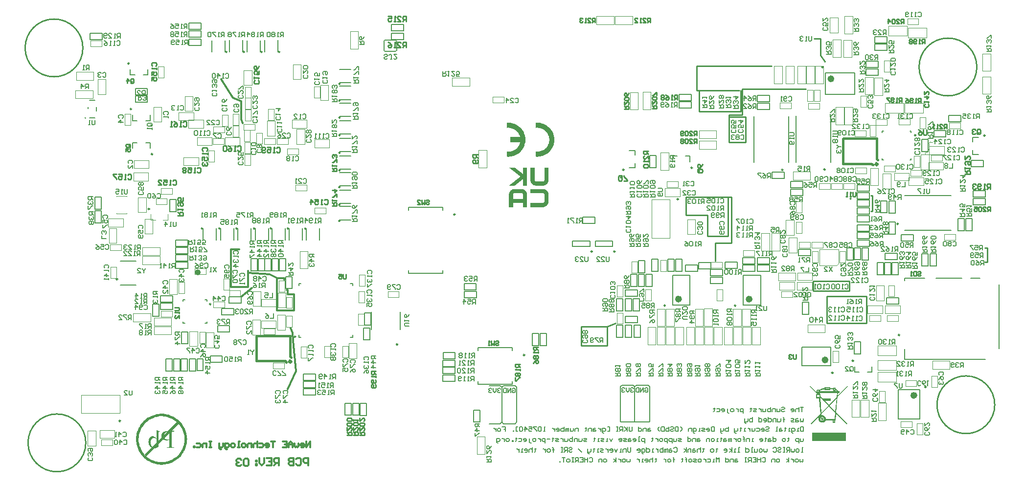
<source format=gbo>
G04*
G04 #@! TF.GenerationSoftware,Altium Limited,Altium Designer,24.10.1 (45)*
G04*
G04 Layer_Color=37055*
%FSLAX44Y44*%
%MOMM*%
G71*
G04*
G04 #@! TF.SameCoordinates,98639135-FE56-4FAC-94B5-B9978FB97537*
G04*
G04*
G04 #@! TF.FilePolarity,Positive*
G04*
G01*
G75*
%ADD59C,0.1270*%
%ADD60C,0.3048*%
%ADD61C,0.2032*%
%ADD63C,0.2540*%
%ADD64C,0.5080*%
%ADD153C,0.5000*%
%ADD154C,0.2500*%
%ADD155C,0.2000*%
%ADD156C,0.4000*%
%ADD157C,0.1000*%
%ADD259C,0.1016*%
%ADD260C,0.6000*%
%ADD261C,0.1200*%
G36*
X1103567Y857851D02*
X1102836D01*
Y857668D01*
X1102104D01*
Y857485D01*
X1101739D01*
Y857302D01*
X1101373D01*
Y857119D01*
X1100824D01*
Y856936D01*
X1100641D01*
Y856753D01*
X1100276D01*
Y856571D01*
X1099910D01*
Y856388D01*
X1099727D01*
Y856205D01*
X1099544D01*
Y856022D01*
X1099178D01*
Y855839D01*
X1098995D01*
Y855656D01*
X1098812D01*
Y855473D01*
X1098447D01*
Y855108D01*
X1098264D01*
Y854925D01*
X1098081D01*
Y854742D01*
X1097898D01*
Y854559D01*
X1097715D01*
Y854376D01*
X1097532D01*
Y854193D01*
X1097349D01*
Y853827D01*
X1097167D01*
Y853644D01*
X1096984D01*
Y853279D01*
X1096801D01*
Y852913D01*
X1096618D01*
Y852730D01*
X1096435D01*
Y852364D01*
X1096252D01*
Y851816D01*
X1096069D01*
Y851450D01*
X1095887D01*
Y850901D01*
X1095704D01*
Y849987D01*
X1095521D01*
Y848524D01*
X1095338D01*
Y826578D01*
X1102653D01*
Y833711D01*
X1119661D01*
Y826578D01*
X1126793D01*
Y849987D01*
X1126610D01*
Y850718D01*
X1126427D01*
Y851267D01*
X1126245D01*
Y851816D01*
X1126062D01*
Y852181D01*
X1125879D01*
Y852730D01*
X1125696D01*
Y852913D01*
X1125513D01*
Y853279D01*
X1125330D01*
Y853644D01*
X1125147D01*
Y853827D01*
X1124964D01*
Y854010D01*
X1124781D01*
Y854376D01*
X1124599D01*
Y854559D01*
X1124416D01*
Y854742D01*
X1124233D01*
Y854925D01*
X1124050D01*
Y855108D01*
X1123867D01*
Y855290D01*
X1123684D01*
Y855473D01*
X1123501D01*
Y855656D01*
X1123318D01*
Y855839D01*
X1123136D01*
Y856022D01*
X1122770D01*
Y856205D01*
X1122587D01*
Y856388D01*
X1122404D01*
Y856571D01*
X1122038D01*
Y856753D01*
X1121673D01*
Y856936D01*
X1121490D01*
Y857119D01*
X1120941D01*
Y857302D01*
X1120575D01*
Y857485D01*
X1120027D01*
Y857668D01*
X1119478D01*
Y857851D01*
X1118746D01*
Y858034D01*
X1103567D01*
Y857851D01*
D02*
G37*
G36*
X1126793Y886563D02*
Y895341D01*
X1119661D01*
Y884003D01*
X1119295D01*
Y884185D01*
X1119112D01*
Y884368D01*
X1118929D01*
Y884551D01*
X1118746D01*
Y884734D01*
X1118564D01*
Y884917D01*
X1118198D01*
Y885100D01*
X1118015D01*
Y885283D01*
X1117832D01*
Y885466D01*
X1117649D01*
Y885648D01*
X1117283D01*
Y885831D01*
X1117101D01*
Y886014D01*
X1116918D01*
Y886197D01*
X1116552D01*
Y886380D01*
X1116369D01*
Y886563D01*
X1116186D01*
Y886746D01*
X1116003D01*
Y886929D01*
X1115820D01*
Y887112D01*
X1115455D01*
Y887294D01*
X1115272D01*
Y887477D01*
X1115089D01*
Y887660D01*
X1114906D01*
Y887843D01*
X1114540D01*
Y888026D01*
X1114357D01*
Y888209D01*
X1114174D01*
Y888392D01*
X1113809D01*
Y888575D01*
X1113626D01*
Y888757D01*
X1113443D01*
Y888940D01*
X1113260D01*
Y889123D01*
X1113077D01*
Y889306D01*
X1112711D01*
Y889489D01*
X1112529D01*
Y889672D01*
X1112346D01*
Y889855D01*
X1112163D01*
Y890038D01*
X1111797D01*
Y890220D01*
X1111614D01*
Y890403D01*
X1111431D01*
Y890586D01*
X1111066D01*
Y890769D01*
X1110883D01*
Y890952D01*
X1110700D01*
Y891135D01*
X1110517D01*
Y891318D01*
X1110334D01*
Y891501D01*
X1109968D01*
Y891684D01*
X1109785D01*
Y891866D01*
X1109603D01*
Y892049D01*
X1109420D01*
Y892232D01*
X1109054D01*
Y892415D01*
X1108871D01*
Y892598D01*
X1108688D01*
Y892781D01*
X1108322D01*
Y892964D01*
X1108139D01*
Y893147D01*
X1107956D01*
Y893329D01*
X1107774D01*
Y893512D01*
X1107591D01*
Y893695D01*
X1107225D01*
Y893878D01*
X1107042D01*
Y894061D01*
X1106859D01*
Y894244D01*
X1106676D01*
Y894427D01*
X1106311D01*
Y894610D01*
X1106128D01*
Y894792D01*
X1105945D01*
Y894975D01*
X1105579D01*
Y895158D01*
X1105396D01*
Y895341D01*
X1095521D01*
Y895158D01*
X1095704D01*
Y894975D01*
X1095887D01*
Y894792D01*
X1096069D01*
Y894610D01*
X1096252D01*
Y894427D01*
X1096618D01*
Y894244D01*
X1096801D01*
Y894061D01*
X1096984D01*
Y893878D01*
X1097349D01*
Y893695D01*
X1097532D01*
Y893512D01*
X1097715D01*
Y893329D01*
X1097898D01*
Y893147D01*
X1098264D01*
Y892964D01*
X1098447D01*
Y892781D01*
X1098630D01*
Y892598D01*
X1098995D01*
Y892415D01*
X1099178D01*
Y892232D01*
X1099361D01*
Y892049D01*
X1099544D01*
Y891866D01*
X1099910D01*
Y891684D01*
X1100093D01*
Y891501D01*
X1100276D01*
Y891318D01*
X1100459D01*
Y891135D01*
X1100824D01*
Y890952D01*
X1101007D01*
Y890769D01*
X1101190D01*
Y890586D01*
X1101556D01*
Y890403D01*
X1101739D01*
Y890220D01*
X1101921D01*
Y890038D01*
X1102104D01*
Y889855D01*
X1102470D01*
Y889672D01*
X1102653D01*
Y889489D01*
X1102836D01*
Y889306D01*
X1103019D01*
Y889123D01*
X1103384D01*
Y888940D01*
X1103567D01*
Y888757D01*
X1103750D01*
Y888575D01*
X1103933D01*
Y888392D01*
X1104299D01*
Y888209D01*
X1104482D01*
Y888026D01*
X1104665D01*
Y887843D01*
X1105031D01*
Y887660D01*
X1105213D01*
Y887477D01*
X1105396D01*
Y887294D01*
X1105579D01*
Y887112D01*
X1105945D01*
Y886929D01*
X1106128D01*
Y886746D01*
X1106311D01*
Y886563D01*
X1106676D01*
Y886380D01*
X1106859D01*
Y886197D01*
X1107042D01*
Y886014D01*
X1107225D01*
Y885831D01*
X1107591D01*
Y885648D01*
X1107774D01*
Y885466D01*
X1107956D01*
Y885283D01*
X1108139D01*
Y885100D01*
X1108505D01*
Y884917D01*
X1108688D01*
Y884734D01*
X1108871D01*
Y884551D01*
X1109237D01*
Y884368D01*
X1109420D01*
Y884185D01*
X1109603D01*
Y884003D01*
X1109785D01*
Y883820D01*
X1110151D01*
Y883637D01*
X1110334D01*
Y883454D01*
X1110517D01*
Y883271D01*
X1110700D01*
Y883088D01*
X1111066D01*
Y882905D01*
X1111248D01*
Y882722D01*
X1111431D01*
Y882540D01*
X1111614D01*
Y882357D01*
X1111980D01*
Y882174D01*
X1112163D01*
Y881991D01*
X1112346D01*
Y881808D01*
X1112711D01*
Y881625D01*
X1112894D01*
Y881442D01*
X1113077D01*
Y881259D01*
X1113260D01*
Y881077D01*
X1113626D01*
Y880894D01*
X1113809D01*
Y880711D01*
X1113992D01*
Y880528D01*
X1114357D01*
Y880345D01*
X1114540D01*
Y880162D01*
X1114723D01*
Y879979D01*
X1114906D01*
Y879796D01*
X1115272D01*
Y879613D01*
X1115455D01*
Y879431D01*
X1115089D01*
Y879248D01*
X1114906D01*
Y879065D01*
X1114723D01*
Y878882D01*
X1114540D01*
Y878699D01*
X1114174D01*
Y878516D01*
X1113992D01*
Y878333D01*
X1113809D01*
Y878150D01*
X1113626D01*
Y877968D01*
X1113260D01*
Y877785D01*
X1113077D01*
Y877602D01*
X1112894D01*
Y877419D01*
X1112529D01*
Y877236D01*
X1112346D01*
Y877053D01*
X1112163D01*
Y876870D01*
X1111980D01*
Y876687D01*
X1111614D01*
Y876505D01*
X1111431D01*
Y876322D01*
X1111248D01*
Y876139D01*
X1111066D01*
Y875956D01*
X1110700D01*
Y875773D01*
X1110517D01*
Y875590D01*
X1110334D01*
Y875407D01*
X1109968D01*
Y875224D01*
X1109785D01*
Y875042D01*
X1109603D01*
Y874859D01*
X1109420D01*
Y874676D01*
X1109054D01*
Y874493D01*
X1108871D01*
Y874310D01*
X1108688D01*
Y874127D01*
X1108322D01*
Y873944D01*
X1108139D01*
Y873761D01*
X1107956D01*
Y873578D01*
X1107774D01*
Y873396D01*
X1107408D01*
Y873213D01*
X1107225D01*
Y873030D01*
X1107042D01*
Y872847D01*
X1106859D01*
Y872664D01*
X1106494D01*
Y872481D01*
X1106311D01*
Y872298D01*
X1106128D01*
Y872115D01*
X1105945D01*
Y871933D01*
X1105579D01*
Y871750D01*
X1105396D01*
Y871567D01*
X1105213D01*
Y871384D01*
X1104848D01*
Y871201D01*
X1104665D01*
Y871018D01*
X1104482D01*
Y870835D01*
X1104299D01*
Y870652D01*
X1103933D01*
Y870470D01*
X1103750D01*
Y870287D01*
X1103567D01*
Y870104D01*
X1103384D01*
Y869921D01*
X1103019D01*
Y869738D01*
X1102836D01*
Y869555D01*
X1102653D01*
Y869372D01*
X1102287D01*
Y869189D01*
X1102104D01*
Y869006D01*
X1101921D01*
Y868824D01*
X1101739D01*
Y868641D01*
X1101373D01*
Y868458D01*
X1101190D01*
Y868275D01*
X1101007D01*
Y868092D01*
X1100641D01*
Y867909D01*
X1100459D01*
Y867726D01*
X1100276D01*
Y867543D01*
X1100093D01*
Y867361D01*
X1099727D01*
Y867178D01*
X1099544D01*
Y866995D01*
X1099361D01*
Y866812D01*
X1099178D01*
Y866629D01*
X1098812D01*
Y866446D01*
X1098630D01*
Y866263D01*
X1098447D01*
Y866080D01*
X1098264D01*
Y865898D01*
X1097898D01*
Y865715D01*
X1097715D01*
Y865532D01*
X1097532D01*
Y865349D01*
X1097167D01*
Y865166D01*
X1096984D01*
Y864983D01*
X1096801D01*
Y864800D01*
X1096618D01*
Y864617D01*
X1096252D01*
Y864434D01*
X1096069D01*
Y864252D01*
X1095887D01*
Y864069D01*
X1095704D01*
Y863886D01*
X1105579D01*
Y864069D01*
X1105762D01*
Y864252D01*
X1106128D01*
Y864434D01*
X1106311D01*
Y864617D01*
X1106494D01*
Y864800D01*
X1106859D01*
Y864983D01*
X1107042D01*
Y865166D01*
X1107225D01*
Y865349D01*
X1107408D01*
Y865532D01*
X1107774D01*
Y865715D01*
X1107956D01*
Y865898D01*
X1108139D01*
Y866080D01*
X1108322D01*
Y866263D01*
X1108505D01*
Y866446D01*
X1108871D01*
Y866629D01*
X1109054D01*
Y866812D01*
X1109237D01*
Y866995D01*
X1109603D01*
Y867178D01*
X1109785D01*
Y867361D01*
X1109968D01*
Y867543D01*
X1110151D01*
Y867726D01*
X1110517D01*
Y867909D01*
X1110700D01*
Y868092D01*
X1110883D01*
Y868275D01*
X1111066D01*
Y868458D01*
X1111248D01*
Y868641D01*
X1111614D01*
Y868824D01*
X1111797D01*
Y869006D01*
X1111980D01*
Y869189D01*
X1112346D01*
Y869372D01*
X1112529D01*
Y869555D01*
X1112711D01*
Y869738D01*
X1112894D01*
Y869921D01*
X1113260D01*
Y870104D01*
X1113443D01*
Y870287D01*
X1113626D01*
Y870470D01*
X1113809D01*
Y870652D01*
X1113992D01*
Y870835D01*
X1114357D01*
Y871018D01*
X1114540D01*
Y871201D01*
X1114723D01*
Y871384D01*
X1115089D01*
Y871567D01*
X1115272D01*
Y871750D01*
X1115455D01*
Y871933D01*
X1115638D01*
Y872115D01*
X1116003D01*
Y872298D01*
X1116186D01*
Y872481D01*
X1116369D01*
Y872664D01*
X1116552D01*
Y872847D01*
X1116735D01*
Y873030D01*
X1117101D01*
Y873213D01*
X1117283D01*
Y873396D01*
X1117466D01*
Y873578D01*
X1117832D01*
Y873761D01*
X1118015D01*
Y873944D01*
X1118198D01*
Y874127D01*
X1118381D01*
Y874310D01*
X1118746D01*
Y874493D01*
X1118929D01*
Y874676D01*
X1119112D01*
Y874859D01*
X1119295D01*
Y875042D01*
X1119478D01*
Y875224D01*
X1119661D01*
Y863886D01*
X1126793D01*
Y886380D01*
Y886563D01*
D02*
G37*
G36*
X1135206Y826578D02*
X1154591D01*
Y826761D01*
X1155871D01*
Y826944D01*
X1156786D01*
Y827127D01*
X1157334D01*
Y827310D01*
X1157700D01*
Y827493D01*
X1158249D01*
Y827676D01*
X1158614D01*
Y827858D01*
X1158980D01*
Y828041D01*
X1159346D01*
Y828224D01*
X1159529D01*
Y828407D01*
X1159712D01*
Y828590D01*
X1160077D01*
Y828773D01*
X1160260D01*
Y828956D01*
X1160443D01*
Y829139D01*
X1160809D01*
Y829322D01*
X1160992D01*
Y829687D01*
X1161357D01*
Y829870D01*
X1161540D01*
Y830236D01*
X1161723D01*
Y830419D01*
X1161906D01*
Y830602D01*
X1162089D01*
Y830967D01*
X1162272D01*
Y831150D01*
X1162455D01*
Y831333D01*
X1162638D01*
Y831699D01*
X1162821D01*
Y832065D01*
X1163003D01*
Y832430D01*
X1163186D01*
Y832979D01*
X1163369D01*
Y833345D01*
X1163552D01*
Y833894D01*
X1163735D01*
Y834808D01*
X1163918D01*
Y836088D01*
X1164101D01*
Y848524D01*
X1163918D01*
Y849987D01*
X1163735D01*
Y850901D01*
X1163552D01*
Y851450D01*
X1163369D01*
Y851816D01*
X1163186D01*
Y852364D01*
X1163003D01*
Y852730D01*
X1162821D01*
Y852913D01*
X1162638D01*
Y853279D01*
X1162455D01*
Y853644D01*
X1162272D01*
Y853827D01*
X1162089D01*
Y854193D01*
X1161906D01*
Y854376D01*
X1161723D01*
Y854559D01*
X1161540D01*
Y854742D01*
X1161357D01*
Y854925D01*
X1161175D01*
Y855108D01*
X1160992D01*
Y855473D01*
X1160626D01*
Y855656D01*
X1160443D01*
Y855839D01*
X1160260D01*
Y856022D01*
X1159894D01*
Y856205D01*
X1159712D01*
Y856388D01*
X1159529D01*
Y856571D01*
X1159163D01*
Y856753D01*
X1158797D01*
Y856936D01*
X1158614D01*
Y857119D01*
X1158066D01*
Y857302D01*
X1157700D01*
Y857485D01*
X1157334D01*
Y857668D01*
X1156603D01*
Y857851D01*
X1155871D01*
Y858034D01*
X1132645D01*
Y850901D01*
X1154957D01*
Y850718D01*
X1155322D01*
Y850536D01*
X1155688D01*
Y850353D01*
X1155871D01*
Y850170D01*
X1156054D01*
Y849987D01*
X1156237D01*
Y849804D01*
X1156420D01*
Y849438D01*
X1156603D01*
Y849072D01*
X1156786D01*
Y835722D01*
X1156603D01*
Y835357D01*
X1156420D01*
Y834991D01*
X1156237D01*
Y834808D01*
X1156054D01*
Y834625D01*
X1155871D01*
Y834442D01*
X1155688D01*
Y834259D01*
X1155322D01*
Y834076D01*
X1154957D01*
Y833894D01*
X1132645D01*
Y826578D01*
X1135023D01*
X1135206D01*
D02*
G37*
G36*
X1139778Y880894D02*
Y895341D01*
X1132645D01*
Y871933D01*
X1132828D01*
Y871201D01*
X1133011D01*
Y870652D01*
X1133194D01*
Y870104D01*
X1133377D01*
Y869738D01*
X1133560D01*
Y869189D01*
X1133743D01*
Y869006D01*
X1133925D01*
Y868641D01*
X1134108D01*
Y868275D01*
X1134291D01*
Y868092D01*
X1134474D01*
Y867909D01*
X1134657D01*
Y867543D01*
X1134840D01*
Y867361D01*
X1135023D01*
Y867178D01*
X1135206D01*
Y866995D01*
X1135388D01*
Y866812D01*
X1135571D01*
Y866629D01*
X1135754D01*
Y866446D01*
X1135937D01*
Y866263D01*
X1136120D01*
Y866080D01*
X1136303D01*
Y865898D01*
X1136669D01*
Y865715D01*
X1136852D01*
Y865532D01*
X1137035D01*
Y865349D01*
X1137400D01*
Y865166D01*
X1137766D01*
Y864983D01*
X1137949D01*
Y864800D01*
X1138497D01*
Y864617D01*
X1138863D01*
Y864434D01*
X1139412D01*
Y864252D01*
X1139960D01*
Y864069D01*
X1140692D01*
Y863886D01*
X1155871D01*
Y864069D01*
X1156603D01*
Y864252D01*
X1157334D01*
Y864434D01*
X1157700D01*
Y864617D01*
X1158066D01*
Y864800D01*
X1158614D01*
Y864983D01*
X1158797D01*
Y865166D01*
X1159163D01*
Y865349D01*
X1159529D01*
Y865532D01*
X1159712D01*
Y865715D01*
X1159894D01*
Y865898D01*
X1160260D01*
Y866080D01*
X1160443D01*
Y866263D01*
X1160626D01*
Y866446D01*
X1160992D01*
Y866812D01*
X1161175D01*
Y866995D01*
X1161357D01*
Y867178D01*
X1161540D01*
Y867361D01*
X1161723D01*
Y867543D01*
X1161906D01*
Y867726D01*
X1162089D01*
Y868092D01*
X1162272D01*
Y868275D01*
X1162455D01*
Y868641D01*
X1162638D01*
Y869006D01*
X1162821D01*
Y869189D01*
X1163003D01*
Y869555D01*
X1163186D01*
Y870104D01*
X1163369D01*
Y870470D01*
X1163552D01*
Y871018D01*
X1163735D01*
Y871933D01*
X1163918D01*
Y873396D01*
X1164101D01*
Y895341D01*
X1156786D01*
Y872847D01*
X1156603D01*
Y872481D01*
X1156420D01*
Y872115D01*
X1156237D01*
Y871933D01*
X1156054D01*
Y871750D01*
X1155871D01*
Y871567D01*
X1155688D01*
Y871384D01*
X1155322D01*
Y871201D01*
X1154957D01*
Y871018D01*
X1141789D01*
Y871201D01*
X1141241D01*
Y871384D01*
X1140875D01*
Y871567D01*
X1140692D01*
Y871750D01*
X1140509D01*
Y871933D01*
X1140326D01*
Y872115D01*
X1140143D01*
Y872481D01*
X1139960D01*
Y873030D01*
X1139778D01*
Y880711D01*
Y880894D01*
D02*
G37*
G36*
X1146888Y972811D02*
X1149102Y972526D01*
X1151102Y972097D01*
X1153102Y971526D01*
X1154888Y970883D01*
X1156673Y970169D01*
X1158245Y969383D01*
X1159673Y968597D01*
X1160959Y967740D01*
X1162173Y966955D01*
X1163173Y966240D01*
X1163959Y965598D01*
X1164673Y965026D01*
X1165101Y964598D01*
X1165459Y964312D01*
X1165530Y964240D01*
X1167030Y962598D01*
X1168387Y960883D01*
X1169530Y959169D01*
X1170530Y957384D01*
X1171387Y955598D01*
X1172030Y953884D01*
X1172601Y952241D01*
X1173101Y950670D01*
X1173458Y949170D01*
X1173744Y947741D01*
X1173887Y946527D01*
X1174030Y945527D01*
X1174101Y944670D01*
X1174172Y944027D01*
Y943599D01*
Y943527D01*
Y943456D01*
X1174101Y941242D01*
X1173815Y939027D01*
X1173387Y937028D01*
X1172815Y935028D01*
X1172172Y933242D01*
X1171458Y931457D01*
X1170673Y929885D01*
X1169816Y928457D01*
X1169030Y927171D01*
X1168244Y925957D01*
X1167530Y924957D01*
X1166887Y924171D01*
X1166316Y923457D01*
X1165887Y923028D01*
X1165602Y922671D01*
X1165530Y922600D01*
X1163887Y921100D01*
X1162173Y919743D01*
X1160387Y918600D01*
X1158602Y917600D01*
X1156888Y916743D01*
X1155102Y916100D01*
X1153459Y915529D01*
X1151888Y915029D01*
X1150388Y914672D01*
X1148960Y914386D01*
X1147745Y914243D01*
X1146745Y914100D01*
X1145888Y914029D01*
X1145245Y913957D01*
X1143603D01*
X1142603Y914029D01*
X1142245D01*
X1141960Y914100D01*
X1141674D01*
Y923028D01*
X1142746Y922886D01*
X1143674Y922814D01*
X1144674D01*
X1146245Y922886D01*
X1147745Y923100D01*
X1149174Y923385D01*
X1150602Y923743D01*
X1151888Y924243D01*
X1153102Y924743D01*
X1154174Y925242D01*
X1155173Y925814D01*
X1156102Y926385D01*
X1156959Y926885D01*
X1157673Y927457D01*
X1158245Y927885D01*
X1158673Y928242D01*
X1159030Y928528D01*
X1159245Y928742D01*
X1159316Y928814D01*
X1160387Y929957D01*
X1161316Y931171D01*
X1162102Y932456D01*
X1162816Y933671D01*
X1163387Y934885D01*
X1163816Y936099D01*
X1164244Y937313D01*
X1164530Y938385D01*
X1164816Y939456D01*
X1165030Y940456D01*
X1165101Y941313D01*
X1165244Y942027D01*
Y942599D01*
X1165316Y943099D01*
Y943384D01*
Y943456D01*
X1165244Y945027D01*
X1165030Y946527D01*
X1164744Y947956D01*
X1164387Y949313D01*
X1163887Y950598D01*
X1163387Y951813D01*
X1162887Y952884D01*
X1162316Y953955D01*
X1161745Y954812D01*
X1161245Y955669D01*
X1160673Y956384D01*
X1160245Y956955D01*
X1159887Y957384D01*
X1159602Y957741D01*
X1159388Y957955D01*
X1159316Y958027D01*
X1158173Y959098D01*
X1156959Y960026D01*
X1155673Y960812D01*
X1154459Y961526D01*
X1153245Y962098D01*
X1152031Y962598D01*
X1150816Y963026D01*
X1149745Y963312D01*
X1148674Y963598D01*
X1147674Y963812D01*
X1146817Y963883D01*
X1146103Y964026D01*
X1145531D01*
X1145031Y964098D01*
X1143603D01*
X1142603Y964026D01*
X1142245Y963955D01*
X1141960D01*
X1141746Y963883D01*
X1141674D01*
X1141746Y972811D01*
X1142746Y972883D01*
X1144674D01*
X1146888Y972811D01*
D02*
G37*
G36*
X1096748Y972811D02*
X1098962Y972526D01*
X1100962Y972097D01*
X1102962Y971526D01*
X1104747Y970883D01*
X1106533Y970169D01*
X1108104Y969383D01*
X1109533Y968597D01*
X1110819Y967740D01*
X1112033Y966955D01*
X1113033Y966240D01*
X1113819Y965598D01*
X1114533Y965026D01*
X1114961Y964598D01*
X1115318Y964312D01*
X1115390Y964240D01*
X1116890Y962598D01*
X1118247Y960883D01*
X1119390Y959169D01*
X1120390Y957384D01*
X1121247Y955598D01*
X1121889Y953884D01*
X1122461Y952241D01*
X1122961Y950670D01*
X1123318Y949170D01*
X1123604Y947741D01*
X1123746Y946527D01*
X1123889Y945527D01*
X1123961Y944670D01*
X1124032Y944027D01*
Y943599D01*
Y943527D01*
Y943456D01*
X1123961Y941242D01*
X1123675Y939027D01*
X1123247Y937028D01*
X1122675Y935028D01*
X1122032Y933242D01*
X1121318Y931457D01*
X1120532Y929885D01*
X1119675Y928457D01*
X1118890Y927171D01*
X1118104Y925957D01*
X1117390Y924957D01*
X1116747Y924171D01*
X1116176Y923457D01*
X1115747Y923028D01*
X1115461Y922671D01*
X1115390Y922600D01*
X1113747Y921100D01*
X1112033Y919743D01*
X1110247Y918600D01*
X1108462Y917600D01*
X1106747Y916743D01*
X1104962Y916100D01*
X1103319Y915529D01*
X1101748Y915029D01*
X1100248Y914672D01*
X1098819Y914386D01*
X1097605Y914243D01*
X1096605Y914100D01*
X1095748Y914029D01*
X1095105Y913957D01*
X1093462D01*
X1092534Y914029D01*
X1092105D01*
X1091820Y914100D01*
X1091605D01*
Y922957D01*
X1092605Y922886D01*
X1093605Y922814D01*
X1094534D01*
X1095891Y922886D01*
X1097177Y923028D01*
X1098462Y923243D01*
X1099605Y923528D01*
X1100748Y923885D01*
X1101819Y924243D01*
X1102819Y924671D01*
X1103748Y925100D01*
X1104533Y925457D01*
X1105319Y925885D01*
X1105962Y926242D01*
X1106462Y926600D01*
X1106890Y926885D01*
X1107176Y927100D01*
X1107390Y927242D01*
X1107462Y927314D01*
X1108462Y928171D01*
X1109390Y929099D01*
X1110247Y930099D01*
X1110962Y931099D01*
X1111604Y932028D01*
X1112247Y933028D01*
X1112747Y933956D01*
X1113176Y934885D01*
X1113533Y935742D01*
X1113890Y936528D01*
X1114104Y937242D01*
X1114318Y937813D01*
X1114461Y938313D01*
X1114604Y938742D01*
X1114676Y938956D01*
Y939027D01*
X1097462Y939027D01*
Y947884D01*
X1114676Y947884D01*
X1114318Y949170D01*
X1113961Y950455D01*
X1113461Y951598D01*
X1112890Y952741D01*
X1112319Y953741D01*
X1111747Y954741D01*
X1111176Y955598D01*
X1110533Y956384D01*
X1109961Y957098D01*
X1109390Y957741D01*
X1108890Y958241D01*
X1108462Y958741D01*
X1108033Y959098D01*
X1107747Y959312D01*
X1107605Y959455D01*
X1107533Y959526D01*
X1106462Y960312D01*
X1105319Y961026D01*
X1104176Y961669D01*
X1103105Y962169D01*
X1101962Y962598D01*
X1100891Y962955D01*
X1098891Y963526D01*
X1097962Y963740D01*
X1097105Y963883D01*
X1096391Y963955D01*
X1095748Y964026D01*
X1095248Y964098D01*
X1093462D01*
X1092534Y964026D01*
X1092105Y963955D01*
X1091820D01*
X1091677Y963883D01*
X1091605D01*
Y972811D01*
X1092748Y972883D01*
X1094534D01*
X1096748Y972811D01*
D02*
G37*
G36*
X1682165Y516105D02*
X1664237Y497463D01*
X1663737Y492392D01*
X1662594Y480250D01*
X1661666Y471393D01*
X1680879Y451680D01*
X1679594Y450394D01*
X1661594Y468965D01*
X1660452Y457608D01*
X1659952D01*
Y453251D01*
X1655880D01*
Y457608D01*
X1643452D01*
X1643024Y456680D01*
X1642453Y455894D01*
X1641524Y454894D01*
X1640310Y454108D01*
X1639024Y453680D01*
X1637738Y453537D01*
X1636382Y453608D01*
X1635453Y453894D01*
X1634382Y454323D01*
X1633453Y454894D01*
X1632667Y455608D01*
X1631953Y456680D01*
X1631382Y457894D01*
X1631096Y459037D01*
X1630953Y459894D01*
X1631096Y460965D01*
X1631239Y461894D01*
X1631525Y462679D01*
X1632025Y463536D01*
X1632596Y464322D01*
X1633310Y464965D01*
X1634096Y465536D01*
X1634881Y465893D01*
X1634739Y466822D01*
X1618882Y450394D01*
X1617597Y451751D01*
X1634596Y469322D01*
X1633167Y484607D01*
X1632239Y495749D01*
X1627168D01*
Y502892D01*
X1628525D01*
X1615668Y516105D01*
X1616954Y517391D01*
X1629096Y504891D01*
Y505820D01*
X1628810Y506034D01*
X1628525Y506177D01*
X1628168Y506534D01*
X1627882Y506963D01*
X1627668Y507391D01*
X1627525Y507820D01*
X1627453Y508320D01*
X1627596Y509034D01*
X1627739Y509391D01*
X1628239Y510105D01*
X1628739Y510605D01*
X1629453Y510891D01*
X1630168Y511034D01*
X1630882Y510962D01*
X1631525Y510677D01*
X1632096Y510320D01*
X1632310Y510034D01*
X1632810Y510462D01*
X1633596Y510962D01*
X1634596Y511463D01*
X1635953Y511962D01*
X1637453Y512391D01*
X1638953Y512748D01*
X1640453Y512962D01*
X1641738Y513177D01*
Y514748D01*
X1651881D01*
Y513391D01*
X1652738D01*
X1654023Y513248D01*
X1655380Y513034D01*
X1656738Y512820D01*
Y513677D01*
X1661166D01*
Y511605D01*
X1661666Y511391D01*
X1662380Y511034D01*
X1663094Y510534D01*
X1663809Y510105D01*
X1664380Y509605D01*
X1664737Y509248D01*
X1665094Y508891D01*
X1665237Y508463D01*
X1665166Y507748D01*
X1667737D01*
Y504463D01*
X1664880D01*
X1664451Y500320D01*
X1680879Y517391D01*
X1682165Y516105D01*
D02*
G37*
G36*
X1678308Y435824D02*
Y435538D01*
Y435181D01*
Y434752D01*
Y434324D01*
Y433966D01*
Y433681D01*
Y433609D01*
Y431895D01*
Y431038D01*
Y430252D01*
Y429610D01*
Y429038D01*
Y428753D01*
Y428610D01*
Y427610D01*
Y426681D01*
Y425824D01*
Y425110D01*
Y424467D01*
Y424039D01*
Y423681D01*
Y423610D01*
Y422896D01*
Y422324D01*
Y421967D01*
Y421682D01*
Y421539D01*
Y421467D01*
Y421396D01*
X1620454D01*
Y421467D01*
Y421753D01*
Y422110D01*
Y422539D01*
Y422896D01*
Y423253D01*
Y423539D01*
Y423610D01*
Y425324D01*
Y426181D01*
Y426967D01*
Y427610D01*
Y428181D01*
Y428467D01*
Y428610D01*
Y429610D01*
Y430538D01*
Y431395D01*
Y432109D01*
Y432752D01*
Y433181D01*
Y433538D01*
Y433609D01*
Y434395D01*
Y434967D01*
Y435324D01*
Y435609D01*
Y435752D01*
Y435895D01*
X1678308D01*
Y435824D01*
D02*
G37*
G36*
X497710Y468882D02*
X500995Y468453D01*
X504067Y467810D01*
X506995Y467025D01*
X509709Y466025D01*
X512280Y464882D01*
X514709Y463739D01*
X516852Y462525D01*
X518852Y461311D01*
X520566Y460168D01*
X522066Y459025D01*
X523351Y458025D01*
X524351Y457239D01*
X525065Y456597D01*
X525280Y456382D01*
X525494Y456168D01*
X525565Y456097D01*
X525637Y456025D01*
X526780Y454811D01*
X527923Y453526D01*
X529922Y450954D01*
X531637Y448311D01*
X533136Y445669D01*
X534351Y443026D01*
X535422Y440455D01*
X536279Y437955D01*
X536922Y435526D01*
X537493Y433312D01*
X537850Y431241D01*
X538136Y429384D01*
X538279Y428598D01*
X538350Y427812D01*
X538422Y427098D01*
X538493Y426527D01*
Y426027D01*
X538565Y425527D01*
Y425241D01*
Y424955D01*
Y424813D01*
Y424741D01*
X538493Y423027D01*
X538422Y421384D01*
X537993Y418170D01*
X537351Y415099D01*
X536565Y412170D01*
X535565Y409385D01*
X534494Y406814D01*
X533279Y404457D01*
X532065Y402243D01*
X530922Y400243D01*
X529708Y398528D01*
X528637Y397028D01*
X527637Y395743D01*
X526851Y394814D01*
X526208Y394029D01*
X525923Y393814D01*
X525780Y393600D01*
X525637Y393529D01*
Y393457D01*
X524423Y392314D01*
X523137Y391172D01*
X520566Y389172D01*
X517923Y387458D01*
X515280Y385958D01*
X512638Y384743D01*
X510066Y383672D01*
X507566Y382815D01*
X505138Y382172D01*
X502924Y381601D01*
X500853Y381244D01*
X498995Y380958D01*
X498210Y380815D01*
X497424Y380744D01*
X496710Y380672D01*
X496138Y380601D01*
X495639D01*
X495139Y380529D01*
X494353D01*
X492639Y380601D01*
X490996Y380672D01*
X487710Y381101D01*
X484639Y381744D01*
X481711Y382529D01*
X478997Y383529D01*
X476354Y384600D01*
X473997Y385815D01*
X471854Y387029D01*
X469854Y388172D01*
X468140Y389386D01*
X466640Y390457D01*
X465354Y391457D01*
X464354Y392243D01*
X463640Y392886D01*
X463426Y393172D01*
X463212Y393314D01*
X463069Y393457D01*
X461855Y394671D01*
X460783Y395957D01*
X459712Y397243D01*
X458783Y398528D01*
X457069Y401171D01*
X455569Y403814D01*
X454283Y406456D01*
X453212Y409099D01*
X452355Y411599D01*
X451712Y413956D01*
X451141Y416242D01*
X450784Y418242D01*
X450498Y420099D01*
X450355Y420956D01*
X450284Y421670D01*
X450212Y422384D01*
X450141Y422956D01*
Y423527D01*
X450070Y423956D01*
Y424313D01*
Y424527D01*
Y424670D01*
Y424741D01*
Y426455D01*
X450212Y428098D01*
X450641Y431384D01*
X451284Y434455D01*
X452069Y437383D01*
X453069Y440098D01*
X454212Y442740D01*
X455355Y445097D01*
X456569Y447240D01*
X457783Y449240D01*
X458926Y450954D01*
X460069Y452454D01*
X461069Y453740D01*
X461855Y454740D01*
X462497Y455454D01*
X462712Y455668D01*
X462926Y455882D01*
X462997Y456025D01*
X463069D01*
X464283Y457239D01*
X465569Y458311D01*
X466854Y459382D01*
X468140Y460311D01*
X470783Y462025D01*
X473425Y463525D01*
X476068Y464811D01*
X478639Y465882D01*
X481139Y466739D01*
X483568Y467382D01*
X485782Y467953D01*
X487853Y468310D01*
X489710Y468596D01*
X490496Y468739D01*
X491282Y468810D01*
X491996Y468882D01*
X492567Y468953D01*
X493067D01*
X493567Y469025D01*
X496067D01*
X497710Y468882D01*
D02*
G37*
%LPC*%
G36*
X1104482Y850901D02*
X1117649D01*
Y850718D01*
X1118198D01*
Y850536D01*
X1118564D01*
Y850353D01*
X1118746D01*
Y850170D01*
X1118929D01*
Y849987D01*
X1119112D01*
Y849804D01*
X1119295D01*
Y849438D01*
X1119478D01*
Y848890D01*
X1119661D01*
Y841026D01*
X1102653D01*
Y849072D01*
X1102836D01*
Y849438D01*
X1103019D01*
Y849804D01*
X1103202D01*
Y849987D01*
X1103384D01*
Y850170D01*
X1103567D01*
Y850353D01*
X1103750D01*
Y850536D01*
X1104116D01*
Y850718D01*
X1104482D01*
Y850901D01*
D02*
G37*
G36*
X1650024Y512962D02*
X1643595D01*
Y511891D01*
X1650024D01*
Y512962D01*
D02*
G37*
G36*
X1651881Y511463D02*
Y510034D01*
X1641738D01*
Y511248D01*
X1639596Y510891D01*
X1637738Y510462D01*
X1636167Y510034D01*
X1634881Y509463D01*
X1633882Y508820D01*
X1633167Y508177D01*
Y507748D01*
X1656738D01*
Y510820D01*
X1655309Y511105D01*
X1653738Y511320D01*
X1651881Y511463D01*
D02*
G37*
G36*
X1659309Y511891D02*
X1658595D01*
Y509463D01*
X1659309D01*
Y511891D01*
D02*
G37*
G36*
X1661166Y509534D02*
Y507748D01*
X1663309D01*
X1663380Y508034D01*
X1662809Y508534D01*
X1662166Y509034D01*
X1661166Y509534D01*
D02*
G37*
G36*
X1630382Y509177D02*
X1630239D01*
X1629953Y509105D01*
X1629739Y509034D01*
X1629453Y508748D01*
X1629382Y508391D01*
Y508320D01*
Y508248D01*
Y507963D01*
X1629525Y507748D01*
X1629810Y507534D01*
X1630096Y507391D01*
X1630239D01*
X1630525Y507463D01*
X1630739Y507534D01*
X1631025Y507820D01*
X1631167Y508106D01*
Y508248D01*
X1631096Y508534D01*
X1631025Y508820D01*
X1630668Y509034D01*
X1630382Y509177D01*
D02*
G37*
G36*
X1632525Y501106D02*
X1629025D01*
Y497606D01*
X1632525D01*
Y501106D01*
D02*
G37*
G36*
X1650309Y493106D02*
X1640738D01*
Y492535D01*
X1650309D01*
Y493106D01*
D02*
G37*
G36*
X1663023Y504463D02*
X1633382D01*
X1633524Y502892D01*
X1634382D01*
Y499463D01*
X1638810Y494963D01*
X1652095D01*
X1652095Y490749D01*
X1642953D01*
X1649095Y484393D01*
X1662451Y498249D01*
X1663023Y504463D01*
D02*
G37*
G36*
X1662166Y495320D02*
X1650381Y483035D01*
X1660094Y473036D01*
X1662166Y495320D01*
D02*
G37*
G36*
X1634382Y496892D02*
Y495749D01*
X1634167D01*
X1636239Y471107D01*
X1647809Y483035D01*
X1640310Y490749D01*
X1638810D01*
Y492249D01*
X1634382Y496892D01*
D02*
G37*
G36*
X1649095Y481750D02*
X1636453Y468679D01*
X1636667Y466393D01*
X1637524Y466465D01*
X1638453Y466393D01*
X1639596Y466036D01*
X1640738Y465465D01*
X1641595Y464893D01*
X1642381Y464179D01*
X1643095Y463108D01*
X1643667Y461894D01*
X1643952Y460465D01*
X1643881Y459465D01*
X1658809D01*
X1659880Y470679D01*
X1649095Y481750D01*
D02*
G37*
G36*
X1637667Y463179D02*
X1636953D01*
X1636453Y463036D01*
X1635667Y462679D01*
X1635096Y462179D01*
X1634739Y461608D01*
X1634453Y461036D01*
X1634382Y460537D01*
X1634310Y460179D01*
Y460108D01*
Y460037D01*
Y459465D01*
X1634453Y458965D01*
X1634810Y458180D01*
X1635310Y457608D01*
X1635882Y457251D01*
X1636524Y456965D01*
X1637024Y456894D01*
X1637381Y456823D01*
X1637524D01*
X1638096Y456894D01*
X1638524Y456965D01*
X1639310Y457323D01*
X1639881Y457822D01*
X1640238Y458465D01*
X1640524Y459037D01*
X1640596Y459537D01*
X1640667Y459894D01*
Y460037D01*
X1640596Y460608D01*
X1640524Y461108D01*
X1640167Y461822D01*
X1639667Y462394D01*
X1639096Y462822D01*
X1638524Y463036D01*
X1638024Y463108D01*
X1637667Y463179D01*
D02*
G37*
G36*
X1658095Y457608D02*
X1657666D01*
Y455037D01*
X1658095D01*
Y457608D01*
D02*
G37*
%LPD*%
G36*
X1638239Y462108D02*
X1638739Y461822D01*
X1639096Y461536D01*
X1639310Y461108D01*
X1639453Y460751D01*
X1639596Y460394D01*
Y460108D01*
Y460037D01*
X1639524Y459322D01*
X1639238Y458822D01*
X1638953Y458394D01*
X1638524Y458180D01*
X1638167Y458037D01*
X1637810Y457965D01*
X1637596Y457894D01*
X1637524D01*
X1636810Y457965D01*
X1636239Y458251D01*
X1635882Y458608D01*
X1635596Y458965D01*
X1635453Y459394D01*
X1635310Y459679D01*
Y459965D01*
Y460037D01*
X1635381Y460751D01*
X1635667Y461251D01*
X1636024Y461679D01*
X1636382Y461894D01*
X1636810Y462037D01*
X1637167Y462179D01*
X1637524D01*
X1638239Y462108D01*
D02*
G37*
%LPC*%
G36*
X1637667Y460322D02*
X1637524D01*
X1637310Y460251D01*
X1637239Y460179D01*
X1637167Y460108D01*
Y460037D01*
X1637239Y459822D01*
X1637310Y459751D01*
X1637453Y459679D01*
X1637524D01*
X1637667Y459751D01*
X1637738Y459894D01*
X1637810Y459965D01*
Y460037D01*
X1637738Y460179D01*
X1637667Y460322D01*
D02*
G37*
G36*
X520851Y454525D02*
X520797Y454471D01*
X522494Y452883D01*
X520851Y454525D01*
D02*
G37*
G36*
X495067Y464596D02*
X494353D01*
X491282Y464454D01*
X488425Y464096D01*
X485639Y463525D01*
X482996Y462739D01*
X480496Y461882D01*
X478211Y460882D01*
X476068Y459811D01*
X474068Y458740D01*
X472354Y457668D01*
X470783Y456597D01*
X469426Y455597D01*
X468283Y454740D01*
X467426Y453954D01*
X466711Y453383D01*
X466354Y453026D01*
X466211Y452883D01*
X464140Y450668D01*
X462355Y448311D01*
X460783Y445954D01*
X459497Y443597D01*
X458355Y441169D01*
X457426Y438883D01*
X456641Y436598D01*
X455998Y434455D01*
X455569Y432455D01*
X455212Y430598D01*
X454926Y428955D01*
X454784Y427527D01*
X454712Y426884D01*
X454641Y426313D01*
Y425884D01*
X454569Y425456D01*
Y425170D01*
Y424955D01*
Y424813D01*
Y424741D01*
X454712Y421741D01*
X455069Y418813D01*
X455641Y416027D01*
X456355Y413385D01*
X457283Y410956D01*
X458283Y408599D01*
X459283Y406456D01*
X460355Y404528D01*
X461497Y402742D01*
X462497Y401171D01*
X463497Y399814D01*
X464354Y398671D01*
X464662Y398336D01*
X464640Y398314D01*
X465426Y397493D01*
X465140Y397814D01*
X464662Y398336D01*
X476854Y410528D01*
X476282Y410956D01*
X475711Y411456D01*
X475282Y411742D01*
X475211Y411885D01*
X475140D01*
X474497Y412528D01*
X473997Y413170D01*
X473497Y413885D01*
X473140Y414599D01*
X472497Y415956D01*
X472068Y417313D01*
X471854Y418527D01*
X471711Y419027D01*
Y419527D01*
X471640Y419884D01*
Y420170D01*
Y420313D01*
Y420384D01*
X471711Y421956D01*
X471997Y423384D01*
X472354Y424598D01*
X472783Y425670D01*
X473211Y426455D01*
X473568Y427027D01*
X473854Y427384D01*
X473925Y427527D01*
X474782Y428384D01*
X475711Y429027D01*
X476568Y429455D01*
X477425Y429812D01*
X478139Y429955D01*
X478711Y430027D01*
X479068Y430098D01*
X479211D01*
X479854Y430027D01*
X480425Y429955D01*
X481568Y429455D01*
X482639Y428812D01*
X483568Y428098D01*
X484353Y427384D01*
X484925Y426741D01*
X485282Y426241D01*
X485425Y426170D01*
X485425Y440455D01*
X486425D01*
X492353Y438026D01*
X491996Y437241D01*
X491424Y437455D01*
X490924Y437526D01*
X490639Y437598D01*
X490496D01*
X490139Y437526D01*
X489853Y437455D01*
X489710Y437383D01*
X489639Y437312D01*
X489425Y437026D01*
X489282Y436741D01*
X489139Y436455D01*
Y436312D01*
X489067Y435883D01*
Y435312D01*
X488996Y434598D01*
Y433884D01*
Y433241D01*
Y432669D01*
Y432241D01*
Y432169D01*
Y432098D01*
Y422670D01*
X494281Y427955D01*
X493996Y428955D01*
X493853Y429955D01*
X493781Y430312D01*
Y430598D01*
Y430812D01*
Y430884D01*
X493853Y431812D01*
X493996Y432741D01*
X494281Y433526D01*
X494567Y434169D01*
X494853Y434741D01*
X495139Y435098D01*
X495281Y435384D01*
X495353Y435455D01*
X495996Y436169D01*
X496638Y436741D01*
X497210Y437169D01*
X497853Y437598D01*
X498353Y437812D01*
X498781Y438026D01*
X499067Y438169D01*
X499138D01*
X500067Y438455D01*
X501067Y438669D01*
X502138Y438812D01*
X503138Y438955D01*
X503995D01*
X504709Y439026D01*
X505352D01*
X520797Y454471D01*
X520280Y454954D01*
X517923Y456740D01*
X515566Y458311D01*
X513209Y459668D01*
X510780Y460811D01*
X508495Y461739D01*
X506209Y462525D01*
X504067Y463168D01*
X502067Y463596D01*
X500210Y463954D01*
X498567Y464239D01*
X497138Y464382D01*
X496496Y464454D01*
X495924Y464525D01*
X495496D01*
X495067Y464596D01*
D02*
G37*
G36*
X503424Y437098D02*
X502781Y436884D01*
X502210Y436669D01*
X501852Y436526D01*
X501781Y436455D01*
X501710D01*
X501210Y436098D01*
X500781Y435741D01*
X500067Y434955D01*
X499852Y434598D01*
X499638Y434312D01*
X499567Y434098D01*
X499495Y434026D01*
X499281Y433455D01*
X499138Y433027D01*
X498995Y432741D01*
Y432669D01*
X503424Y437098D01*
D02*
G37*
G36*
X507781Y435169D02*
X499567Y427027D01*
X499852Y426598D01*
X500067Y426241D01*
X500281Y426027D01*
X500353Y425956D01*
X500995Y425384D01*
X501638Y424955D01*
X502281Y424670D01*
X502924Y424456D01*
X503424Y424313D01*
X503852Y424241D01*
X504709D01*
X505209Y424313D01*
X505638Y424384D01*
X505781D01*
X506424Y424456D01*
X507066Y424527D01*
X507352Y424598D01*
X507566Y424670D01*
X507781D01*
Y435169D01*
D02*
G37*
G36*
X481353Y427027D02*
X480925D01*
X480139Y426955D01*
X479425Y426741D01*
X478782Y426384D01*
X478211Y426027D01*
X477711Y425598D01*
X477354Y425313D01*
X477140Y425027D01*
X477068Y424955D01*
X476497Y424170D01*
X476068Y423241D01*
X475782Y422241D01*
X475568Y421313D01*
X475425Y420456D01*
X475354Y419813D01*
Y419527D01*
Y419313D01*
Y419242D01*
Y419170D01*
X475425Y417742D01*
X475639Y416456D01*
X475925Y415385D01*
X476211Y414456D01*
X476497Y413813D01*
X476782Y413313D01*
X476997Y412956D01*
X477068Y412885D01*
X477425Y412385D01*
X477782Y412099D01*
X478068Y411885D01*
X478139Y411813D01*
X485425Y419099D01*
Y424741D01*
X484925Y425241D01*
X484496Y425598D01*
X484068Y425884D01*
X483782Y426098D01*
X483353Y426384D01*
X483211Y426455D01*
X482354Y426813D01*
X481639Y426955D01*
X481353Y427027D01*
D02*
G37*
G36*
X522994Y452383D02*
X523566Y451668D01*
X523890Y451279D01*
X511638Y439026D01*
X516066D01*
X516066Y438169D01*
X514995D01*
X514423Y438098D01*
X513923Y438026D01*
X513495Y437883D01*
X513138Y437741D01*
X512852Y437526D01*
X512638Y437383D01*
X512566Y437312D01*
X512495Y437241D01*
X512281Y436884D01*
X512138Y436455D01*
X512066Y435883D01*
X511995Y435312D01*
X511923Y434741D01*
Y434241D01*
Y433955D01*
Y433812D01*
Y414885D01*
Y414027D01*
X511995Y413313D01*
X512066Y412813D01*
X512138Y412385D01*
X512209Y412099D01*
X512281Y411885D01*
X512352Y411742D01*
X512709Y411313D01*
X513066Y411028D01*
X513566Y410813D01*
X513995Y410671D01*
X514352Y410599D01*
X514709Y410528D01*
X516066D01*
Y409742D01*
X503567D01*
Y410528D01*
X504709D01*
X505281Y410599D01*
X505781Y410671D01*
X506209Y410813D01*
X506567Y411028D01*
X506781Y411171D01*
X506995Y411313D01*
X507066Y411385D01*
X507138Y411456D01*
X507352Y411813D01*
X507495Y412313D01*
X507638Y412885D01*
X507709Y413456D01*
Y413956D01*
X507781Y414456D01*
Y414742D01*
Y414885D01*
Y423456D01*
X506709Y423241D01*
X506281Y423170D01*
X505852Y423098D01*
X505566Y423027D01*
X505352Y422956D01*
X505138D01*
X504210Y422884D01*
X503495Y422813D01*
X502852D01*
X501567Y422884D01*
X500424Y423027D01*
X499424Y423313D01*
X498567Y423599D01*
X497853Y423884D01*
X497424Y424170D01*
X497067Y424313D01*
X496996Y424384D01*
X488996Y416456D01*
Y411599D01*
X487639Y410813D01*
X486996Y410456D01*
X486496Y410242D01*
X485996Y410028D01*
X485639Y409885D01*
X485425Y409742D01*
X485353D01*
X484139Y409385D01*
X483496Y409314D01*
X482996Y409242D01*
X482496Y409171D01*
X481711D01*
X467783Y395171D01*
X466212Y396671D01*
X465426Y397493D01*
X465712Y397171D01*
X466069Y396743D01*
X466212Y396600D01*
X468426Y394529D01*
X470783Y392743D01*
X473140Y391172D01*
X475497Y389886D01*
X477925Y388743D01*
X480211Y387815D01*
X482496Y387029D01*
X484639Y386386D01*
X486639Y385958D01*
X488496Y385601D01*
X490139Y385315D01*
X491567Y385172D01*
X492210Y385101D01*
X492781Y385029D01*
X493210D01*
X493639Y384958D01*
X494353D01*
X497353Y385101D01*
X500281Y385458D01*
X503067Y386029D01*
X505709Y386815D01*
X508209Y387672D01*
X510495Y388672D01*
X512638Y389672D01*
X514637Y390815D01*
X516352Y391886D01*
X517923Y392886D01*
X519280Y393886D01*
X520423Y394814D01*
X521280Y395528D01*
X521994Y396100D01*
X522351Y396457D01*
X522494Y396600D01*
X524566Y398814D01*
X526351Y401171D01*
X527923Y403528D01*
X529208Y405956D01*
X530351Y408314D01*
X531279Y410671D01*
X532065Y412885D01*
X532708Y415099D01*
X533136Y417099D01*
X533494Y418956D01*
X533779Y420599D01*
X533922Y422027D01*
X533994Y422598D01*
X534065Y423170D01*
Y423599D01*
X534136Y424027D01*
Y424313D01*
Y424527D01*
Y424670D01*
Y424741D01*
X533994Y427812D01*
X533637Y430670D01*
X533065Y433455D01*
X532279Y436098D01*
X531422Y438598D01*
X530422Y440883D01*
X529422Y443026D01*
X528280Y445026D01*
X527208Y446740D01*
X526208Y448311D01*
X525208Y449669D01*
X524280Y450811D01*
X523890Y451279D01*
X523994Y451383D01*
X522994Y452383D01*
D02*
G37*
%LPD*%
D59*
X1410747Y997852D02*
Y1008852D01*
X1389747D02*
X1410747D01*
X1389747Y997852D02*
Y1008852D01*
Y997852D02*
X1410747D01*
X835815Y466206D02*
Y487206D01*
X824815Y466206D02*
X835815D01*
X824815D02*
Y487206D01*
X835815D01*
X673085Y716146D02*
Y737146D01*
X684085D01*
Y716146D02*
Y737146D01*
X673085Y716146D02*
X684085D01*
X845465Y643241D02*
X845465Y622240D01*
X845465Y643241D02*
X856465Y643241D01*
Y622240D02*
Y643241D01*
X845465Y622240D02*
X856465D01*
X981013Y561538D02*
X1002013D01*
Y550538D02*
Y561538D01*
X981013Y550538D02*
X1002013D01*
X981013D02*
Y561538D01*
X469883Y1020692D02*
Y1031692D01*
X448883D02*
X469883D01*
X448883Y1020692D02*
Y1031692D01*
Y1020692D02*
X469883D01*
X448915Y1008532D02*
Y1019532D01*
Y1008532D02*
X469915D01*
Y1019532D01*
X448915D02*
X469915D01*
X913399Y1131722D02*
Y1142722D01*
X892399D02*
X913399D01*
X892399Y1131722D02*
Y1142722D01*
Y1131722D02*
X913399D01*
Y1116482D02*
Y1127482D01*
X892399D02*
X913399D01*
X892399Y1116482D02*
Y1127482D01*
Y1116482D02*
X913399D01*
X708899Y706492D02*
X719899D01*
X708899Y685492D02*
Y706492D01*
Y685492D02*
X719899D01*
Y706492D01*
X855155Y596626D02*
Y617626D01*
X844155Y596626D02*
X855155D01*
X844155D02*
Y617626D01*
X855155D01*
X518765Y758786D02*
X539765D01*
X518765D02*
Y769786D01*
X539765D01*
Y758786D02*
Y769786D01*
X518765Y733386D02*
X539765D01*
X518765D02*
Y744386D01*
X539765D01*
Y733386D02*
Y744386D01*
X518765Y720686D02*
X539765D01*
X518765D02*
Y731686D01*
X539765D01*
Y720686D02*
Y731686D01*
X518765Y746086D02*
X539765D01*
X518765D02*
Y757086D01*
X539765D01*
Y746086D02*
Y757086D01*
X479009Y637875D02*
X490009D01*
Y658875D01*
X479009D02*
X490009D01*
X479009Y637875D02*
Y658875D01*
X492297Y660102D02*
X513297D01*
Y649102D02*
Y660102D01*
X492297Y649102D02*
X513297D01*
X492297D02*
Y660102D01*
Y662391D02*
Y673391D01*
Y662391D02*
X513297D01*
Y673391D01*
X492297D02*
X513297D01*
X631935Y660266D02*
Y671266D01*
X610935D02*
X631935D01*
X610935Y660266D02*
Y671266D01*
Y660266D02*
X631935D01*
X981521Y563492D02*
Y574492D01*
Y563492D02*
X1002521D01*
Y574492D01*
X981521D02*
X1002521D01*
X981045Y525186D02*
Y536186D01*
Y525186D02*
X1002045D01*
Y536186D01*
X981045D02*
X1002045D01*
X981045Y538186D02*
Y549186D01*
Y538186D02*
X1002045D01*
Y549186D01*
X981045D02*
X1002045D01*
X578375Y568683D02*
X599375D01*
Y557683D02*
Y568683D01*
X578375Y557683D02*
X599375D01*
X578375D02*
Y568683D01*
X514898Y542971D02*
Y563971D01*
X525898D01*
Y542971D02*
Y563971D01*
X514898Y542971D02*
X525898D01*
X501610Y543051D02*
Y564051D01*
X512610D01*
Y543051D02*
Y564051D01*
X501610Y543051D02*
X512610D01*
X542250Y542971D02*
Y563971D01*
X553250D01*
Y542971D02*
Y563971D01*
X542250Y542971D02*
X553250D01*
X528187Y543051D02*
Y564051D01*
X539187D01*
Y543051D02*
Y564051D01*
X528187Y543051D02*
X539187D01*
X555483Y543252D02*
Y564252D01*
X566483D01*
Y543252D02*
Y564252D01*
X555483Y543252D02*
X566483D01*
X1830665Y947896D02*
Y958896D01*
Y947896D02*
X1851665D01*
Y958896D01*
X1830665D02*
X1851665D01*
X1338819Y895042D02*
X1349819D01*
Y916042D01*
X1338819D02*
X1349819D01*
X1338819Y895042D02*
Y916042D01*
X1898665Y830896D02*
Y841896D01*
Y830896D02*
X1919665D01*
Y841896D01*
X1898665D02*
X1919665D01*
X541625Y1106766D02*
X562625D01*
X541625D02*
Y1117766D01*
X562625D01*
Y1106766D02*
Y1117766D01*
X1389747Y1011140D02*
X1410747D01*
X1389747D02*
Y1022140D01*
X1410747D01*
Y1011140D02*
Y1022140D01*
X508357Y840046D02*
X519357D01*
X508357Y819046D02*
Y840046D01*
Y819046D02*
X519357D01*
Y840046D01*
X1919665Y843896D02*
Y854896D01*
X1898665D02*
X1919665D01*
X1898665Y843896D02*
Y854896D01*
Y843896D02*
X1919665D01*
X1916665Y896896D02*
Y907896D01*
X1895665D02*
X1916665D01*
X1895665Y896896D02*
Y907896D01*
Y896896D02*
X1916665D01*
X598065Y651316D02*
X619065D01*
Y640316D02*
Y651316D01*
X598065Y640316D02*
X619065D01*
X598065D02*
Y651316D01*
X562616Y1134656D02*
Y1145656D01*
X541616D02*
X562616D01*
X541616Y1134656D02*
Y1145656D01*
Y1134656D02*
X562616D01*
X562625Y1120736D02*
Y1131736D01*
X541625D02*
X562625D01*
X541625Y1120736D02*
Y1131736D01*
Y1120736D02*
X562625D01*
X838103Y487061D02*
X849103D01*
X838103Y466061D02*
Y487061D01*
Y466061D02*
X849103D01*
Y487061D01*
X811526Y487206D02*
X822526D01*
X811526Y466206D02*
Y487206D01*
Y466206D02*
X822526D01*
Y487206D01*
X1223329Y798696D02*
X1244329D01*
X1223329D02*
Y809696D01*
X1244329D01*
Y798696D02*
Y809696D01*
X1149665Y586896D02*
Y607896D01*
X1160665D01*
Y586896D02*
Y607896D01*
X1149665Y586896D02*
X1160665D01*
X1135665D02*
Y607896D01*
X1146665D01*
Y586896D02*
Y607896D01*
X1135665Y586896D02*
X1146665D01*
X760745Y500976D02*
Y511976D01*
X739745D02*
X760745D01*
X739745Y500976D02*
Y511976D01*
Y500976D02*
X760745D01*
Y513676D02*
Y524676D01*
X739745D02*
X760745D01*
X739745Y513676D02*
Y524676D01*
Y513676D02*
X760745D01*
Y526376D02*
Y537376D01*
X739745D02*
X760745D01*
X739745Y526376D02*
Y537376D01*
Y526376D02*
X760745D01*
X648955Y716146D02*
X659955D01*
Y737146D01*
X648955D02*
X659955D01*
X648955Y716146D02*
Y737146D01*
X661655Y716146D02*
X672655D01*
Y737146D01*
X661655D02*
X672655D01*
X661655Y716146D02*
Y737146D01*
X698485Y716226D02*
X709485D01*
Y737226D01*
X698485D02*
X709485D01*
X698485Y716226D02*
Y737226D01*
X685785Y716226D02*
X696785D01*
Y737226D01*
X685785D02*
X696785D01*
X685785Y716226D02*
Y737226D01*
X1746565Y735931D02*
Y746931D01*
Y735931D02*
X1767565D01*
Y746931D01*
X1746565D02*
X1767565D01*
X1732515Y709896D02*
X1743515D01*
Y730896D01*
X1732515D02*
X1743515D01*
X1732515Y709896D02*
Y730896D01*
X1745215Y709896D02*
X1756215D01*
Y730896D01*
X1745215D02*
X1756215D01*
X1745215Y709896D02*
Y730896D01*
X1757915Y709896D02*
X1768915D01*
Y730896D01*
X1757915D02*
X1768915D01*
X1757915Y709896D02*
Y730896D01*
X1749105Y659016D02*
Y670016D01*
Y659016D02*
X1770105D01*
Y670016D01*
X1749105D02*
X1770105D01*
X1809985Y746136D02*
X1820985D01*
X1809985Y725136D02*
Y746136D01*
Y725136D02*
X1820985D01*
Y746136D01*
X1823955Y746056D02*
X1834955D01*
X1823955Y725056D02*
Y746056D01*
Y725056D02*
X1834955D01*
Y746056D01*
X1809985Y944256D02*
X1820985D01*
X1809985Y923256D02*
Y944256D01*
Y923256D02*
X1820985D01*
Y944256D01*
X1877665Y974896D02*
Y985896D01*
X1856665D02*
X1877665D01*
X1856665Y974896D02*
Y985896D01*
Y974896D02*
X1877665D01*
X1752851Y780159D02*
X1763851D01*
X1752851D02*
Y801159D01*
X1763851Y780159D02*
Y801159D01*
X1752851D02*
X1763851D01*
X1423985Y719976D02*
X1444985D01*
X1423985D02*
Y730976D01*
X1444985D01*
Y719976D02*
Y730976D01*
X1698305Y852121D02*
X1719305D01*
Y841121D02*
Y852121D01*
X1698305Y841121D02*
X1719305D01*
X1698305D02*
Y852121D01*
X379149Y799212D02*
X390149D01*
Y820212D01*
X379149D02*
X390149D01*
X379149Y799212D02*
Y820212D01*
X1693145Y593736D02*
X1704145D01*
X1693145Y572736D02*
Y593736D01*
Y572736D02*
X1704145D01*
Y593736D01*
X1602979Y641042D02*
Y662042D01*
X1613979D01*
Y641042D02*
Y662042D01*
X1602979Y641042D02*
X1613979D01*
X1034273Y454352D02*
Y475352D01*
X1045273D01*
Y454352D02*
Y475352D01*
X1034273Y454352D02*
X1045273D01*
X1738300Y837661D02*
X1749300D01*
Y816661D02*
Y837661D01*
X1738300Y816661D02*
Y837661D01*
Y816661D02*
X1749300D01*
X1752835Y837576D02*
X1763835D01*
Y816576D02*
Y837576D01*
X1752835Y816576D02*
Y837576D01*
Y816576D02*
X1763835D01*
X1886185Y807096D02*
X1897185D01*
Y786096D02*
Y807096D01*
X1886185Y786096D02*
Y807096D01*
Y786096D02*
X1897185D01*
X1872779Y807096D02*
X1883779D01*
Y786096D02*
Y807096D01*
X1872779Y786096D02*
Y807096D01*
Y786096D02*
X1883779D01*
X1774505Y779262D02*
X1795505D01*
Y768262D02*
Y779262D01*
X1774505Y768262D02*
Y779262D01*
Y768262D02*
X1795505D01*
X1690985Y735216D02*
Y756216D01*
X1679985Y735216D02*
X1690985D01*
X1679985D02*
Y756216D01*
X1690985D01*
X1596705Y753802D02*
X1617705D01*
Y742802D02*
Y753802D01*
X1596705Y742802D02*
X1617705D01*
X1596705D02*
Y753802D01*
X1717563Y735216D02*
Y756216D01*
X1706562Y735216D02*
X1717563D01*
X1706562D02*
Y756216D01*
X1717563D01*
X1704274Y735376D02*
Y756376D01*
X1693274Y735376D02*
X1704274D01*
X1693274D02*
Y756376D01*
X1704274D01*
X1017790Y694151D02*
X1038790D01*
Y683151D02*
Y694151D01*
X1017790Y683151D02*
X1038790D01*
X1017790D02*
Y694151D01*
X1017940Y669961D02*
X1038940D01*
X1017940D02*
Y680961D01*
X1038940D01*
Y669961D02*
Y680961D01*
X1582735Y860264D02*
X1603735D01*
X1582735D02*
Y871264D01*
X1603735D01*
Y860264D02*
Y871264D01*
X1698305Y865410D02*
X1719305D01*
Y854410D02*
Y865410D01*
X1698305Y854410D02*
X1719305D01*
X1698305D02*
Y865410D01*
X1582815Y846976D02*
X1603815D01*
X1582815D02*
Y857976D01*
X1603815D01*
Y846976D02*
Y857976D01*
X1698305Y838833D02*
X1719305D01*
Y827833D02*
Y838833D01*
X1698305Y827833D02*
X1719305D01*
X1698305D02*
Y838833D01*
X1698225Y825544D02*
X1719225D01*
Y814544D02*
Y825544D01*
X1698225Y814544D02*
X1719225D01*
X1698225D02*
Y825544D01*
X1525585Y996130D02*
X1546585D01*
X1525585D02*
Y1007130D01*
X1546585D01*
Y996130D02*
Y1007130D01*
X1698225Y812256D02*
X1719225D01*
Y801256D02*
Y812256D01*
X1698225Y801256D02*
X1719225D01*
X1698225D02*
Y812256D01*
X1698305Y796241D02*
X1719305D01*
Y785241D02*
Y796241D01*
X1698305Y785241D02*
X1719305D01*
X1698305D02*
Y796241D01*
X1525585Y1009536D02*
X1546585D01*
X1525585D02*
Y1020536D01*
X1546585D01*
Y1009536D02*
Y1020536D01*
X1698305Y782953D02*
X1719305D01*
Y771953D02*
Y782953D01*
X1698305Y771953D02*
X1719305D01*
X1698305D02*
Y782953D01*
X1550985Y887202D02*
X1571985D01*
Y876202D02*
Y887202D01*
X1550985Y876202D02*
X1571985D01*
X1550985D02*
Y887202D01*
X1698305Y769664D02*
X1719305D01*
Y758664D02*
Y769664D01*
X1698305Y758664D02*
X1719305D01*
X1698305D02*
Y769664D01*
X1728785Y1122136D02*
X1749785D01*
Y1111136D02*
Y1122136D01*
X1728785Y1111136D02*
X1749785D01*
X1728785D02*
Y1122136D01*
Y1097847D02*
X1749785D01*
X1728785D02*
Y1108847D01*
X1749785D01*
Y1097847D02*
Y1108847D01*
X1713545Y1055256D02*
X1734545D01*
X1713545D02*
Y1066256D01*
X1734545D01*
Y1055256D02*
Y1066256D01*
X1713545Y1068544D02*
X1734545D01*
X1713545D02*
Y1079544D01*
X1734545D01*
Y1068544D02*
Y1079544D01*
X1525585Y739535D02*
X1546585D01*
Y728535D02*
Y739535D01*
X1525585Y728535D02*
X1546585D01*
X1525585D02*
Y739535D01*
X1500185D02*
X1521185D01*
Y728535D02*
Y739535D01*
X1500185Y728535D02*
X1521185D01*
X1500185D02*
Y739535D01*
X1500265Y715246D02*
X1521265D01*
X1500265D02*
Y726246D01*
X1521265D01*
Y715246D02*
Y726246D01*
X1525585Y715246D02*
X1546585D01*
X1525585D02*
Y726246D01*
X1546585D01*
Y715246D02*
Y726246D01*
X1469705Y731246D02*
X1490705D01*
Y720247D02*
Y731246D01*
X1469705Y720247D02*
X1490705D01*
X1469705D02*
Y731246D01*
X1400696Y726368D02*
X1421696D01*
Y715368D02*
Y726368D01*
X1400696Y715368D02*
X1421696D01*
X1400696D02*
Y726368D01*
X1383853Y715368D02*
Y736368D01*
X1394853D01*
Y715368D02*
Y736368D01*
X1383853Y715368D02*
X1394853D01*
X1370565D02*
Y736368D01*
X1381565D01*
Y715368D02*
Y736368D01*
X1370565Y715368D02*
X1381565D01*
X1292665Y647186D02*
Y668186D01*
X1281665Y647186D02*
X1292665D01*
X1281665D02*
Y668186D01*
X1292665D01*
X1332465Y689576D02*
Y710576D01*
X1343465D01*
Y689576D02*
Y710576D01*
X1332465Y689576D02*
X1343465D01*
X1330798Y712864D02*
Y733864D01*
X1319798Y712864D02*
X1330798D01*
X1319798D02*
Y733864D01*
X1330798D01*
X1296905Y647106D02*
Y668106D01*
X1307905D01*
Y647106D02*
Y668106D01*
X1296905Y647106D02*
X1307905D01*
X1443830Y694576D02*
X1464830D01*
X1443830D02*
Y705576D01*
X1464830D01*
Y694576D02*
Y705576D01*
X1443830Y718864D02*
X1464830D01*
Y707864D02*
Y718864D01*
X1443830Y707864D02*
X1464830D01*
X1443830D02*
Y718864D01*
X1319176Y689576D02*
Y710576D01*
X1330176D01*
Y689576D02*
Y710576D01*
X1319176Y689576D02*
X1330176D01*
X1321193Y647106D02*
Y668106D01*
X1310193Y647106D02*
X1321193D01*
X1310193D02*
Y668106D01*
X1321193D01*
X1296905Y601386D02*
Y622386D01*
X1307905D01*
Y601386D02*
Y622386D01*
X1296905Y601386D02*
X1307905D01*
X1323145D02*
Y622386D01*
X1312145Y601386D02*
X1323145D01*
X1312145D02*
Y622386D01*
X1323145D01*
X1292665Y601386D02*
Y622386D01*
X1281665Y601386D02*
X1292665D01*
X1281665D02*
Y622386D01*
X1292665D01*
X1296985Y637706D02*
X1317985D01*
Y626706D02*
Y637706D01*
X1296985Y626706D02*
X1317985D01*
X1296985D02*
Y637706D01*
Y683426D02*
X1317985D01*
Y672426D02*
Y683426D01*
X1296985Y672426D02*
X1317985D01*
X1296985D02*
Y683426D01*
X1316888Y689576D02*
Y710576D01*
X1305888Y689576D02*
X1316888D01*
X1305888D02*
Y710576D01*
X1316888D01*
X1353625Y715368D02*
Y736368D01*
X1342625Y715368D02*
X1353625D01*
X1342625D02*
Y736368D01*
X1353625D01*
X379149Y823212D02*
Y844212D01*
X390149D01*
Y823212D02*
Y844212D01*
X379149Y823212D02*
X390149D01*
X528845Y589876D02*
Y610876D01*
X539845D01*
Y589876D02*
Y610876D01*
X528845Y589876D02*
X539845D01*
X591155Y610196D02*
X612155D01*
X591155D02*
Y621196D01*
X612155D01*
Y610196D02*
Y621196D01*
X391635Y1117176D02*
Y1128176D01*
X370635D02*
X391635D01*
X370635Y1117176D02*
Y1128176D01*
Y1117176D02*
X391635D01*
D60*
X597051Y1047782D02*
X617371Y1016286D01*
X632357Y1009936D01*
X632103Y978694D02*
X632357Y1009936D01*
X632103Y978694D02*
X634897Y971582D01*
X717701Y616998D02*
X720749Y608616D01*
X722273Y595154D01*
X726845Y543084D01*
X712367Y511080D02*
X726845Y543084D01*
X632357Y671354D02*
X651153Y686848D01*
X681379Y710724D02*
X693317Y704120D01*
X644041Y713264D02*
X681379Y710724D01*
X618133Y753396D02*
X628547D01*
X618133D02*
X618387Y753142D01*
X644295Y688626D02*
Y716566D01*
X614323Y688626D02*
X644295D01*
X614323D02*
Y753142D01*
X618387D01*
X717955Y675672D02*
X718209Y675926D01*
X710843Y683292D02*
X712621D01*
Y675926D02*
Y683292D01*
Y675926D02*
X717447D01*
X706779Y701072D02*
Y703358D01*
X693571D02*
X706779D01*
X693571Y647986D02*
Y703358D01*
Y647986D02*
X723543D01*
Y675926D01*
X718209D02*
X723543D01*
X645117Y389024D02*
X643001Y391140D01*
X638769D01*
X636653Y389024D01*
Y380560D01*
X638769Y378444D01*
X643001D01*
X645117Y380560D01*
Y389024D01*
X632421D02*
X630305Y391140D01*
X626073D01*
X623957Y389024D01*
Y386908D01*
X626073Y384792D01*
X628189D01*
X626073D01*
X623957Y382676D01*
Y380560D01*
X626073Y378444D01*
X630305D01*
X632421Y380560D01*
X748117Y379444D02*
Y392140D01*
X741769D01*
X739653Y390024D01*
Y385792D01*
X741769Y383676D01*
X748117D01*
X726957Y390024D02*
X729073Y392140D01*
X733305D01*
X735421Y390024D01*
Y381560D01*
X733305Y379444D01*
X729073D01*
X726957Y381560D01*
X722725Y392140D02*
Y379444D01*
X716377D01*
X714261Y381560D01*
Y383676D01*
X716377Y385792D01*
X722725D01*
X716377D01*
X714261Y387908D01*
Y390024D01*
X716377Y392140D01*
X722725D01*
X697333Y379444D02*
Y392140D01*
X690985D01*
X688869Y390024D01*
Y385792D01*
X690985Y383676D01*
X697333D01*
X693101D02*
X688869Y379444D01*
X676173Y392140D02*
X684637D01*
Y379444D01*
X676173D01*
X684637Y385792D02*
X680405D01*
X671942Y392140D02*
Y383676D01*
X667710Y379444D01*
X663477Y383676D01*
Y392140D01*
X659246Y387908D02*
X657130D01*
Y385792D01*
X659246D01*
Y387908D01*
Y381560D02*
X657130D01*
Y379444D01*
X659246D01*
Y381560D01*
X751117Y410829D02*
Y420986D01*
X744346Y410829D01*
Y420986D01*
X735882Y410829D02*
X739267D01*
X740960Y412522D01*
Y415908D01*
X739267Y417601D01*
X735882D01*
X734189Y415908D01*
Y414215D01*
X740960D01*
X730803Y417601D02*
Y412522D01*
X729110Y410829D01*
X727418Y412522D01*
X725725Y410829D01*
X724032Y412522D01*
Y417601D01*
X720647Y410829D02*
Y417601D01*
X717261Y420986D01*
X713876Y417601D01*
Y410829D01*
Y415908D01*
X720647D01*
X703719Y420986D02*
X710490D01*
Y410829D01*
X703719D01*
X710490Y415908D02*
X707104D01*
X690176Y420986D02*
X683405D01*
X686791D01*
Y410829D01*
X674941D02*
X678327D01*
X680020Y412522D01*
Y415908D01*
X678327Y417601D01*
X674941D01*
X673249Y415908D01*
Y414215D01*
X680020D01*
X663092Y417601D02*
X668170D01*
X669863Y415908D01*
Y412522D01*
X668170Y410829D01*
X663092D01*
X659706Y420986D02*
Y410829D01*
Y415908D01*
X658014Y417601D01*
X654628D01*
X652935Y415908D01*
Y410829D01*
X649549D02*
Y417601D01*
X644471D01*
X642778Y415908D01*
Y410829D01*
X637700D02*
X634314D01*
X632622Y412522D01*
Y415908D01*
X634314Y417601D01*
X637700D01*
X639393Y415908D01*
Y412522D01*
X637700Y410829D01*
X629236D02*
X625850D01*
X627543D01*
Y420986D01*
X629236D01*
X619079Y410829D02*
X615694D01*
X614001Y412522D01*
Y415908D01*
X615694Y417601D01*
X619079D01*
X620772Y415908D01*
Y412522D01*
X619079Y410829D01*
X607230Y407444D02*
X605537D01*
X603844Y409137D01*
Y417601D01*
X608923D01*
X610615Y415908D01*
Y412522D01*
X608923Y410829D01*
X603844D01*
X600459Y417601D02*
Y412522D01*
X598766Y410829D01*
X593688D01*
Y409137D01*
X595380Y407444D01*
X597073D01*
X593688Y410829D02*
Y417601D01*
X580145Y420986D02*
X576760D01*
X578452D01*
Y410829D01*
X580145D01*
X576760D01*
X571681D02*
Y417601D01*
X566603D01*
X564910Y415908D01*
Y410829D01*
X554753Y417601D02*
X559832D01*
X561525Y415908D01*
Y412522D01*
X559832Y410829D01*
X554753D01*
X551368D02*
Y412522D01*
X549675D01*
Y410829D01*
X551368D01*
D61*
X1313165Y455396D02*
Y503396D01*
X1312342Y454573D02*
X1313165Y455396D01*
X1288987Y454573D02*
X1312342D01*
X1288165Y455396D02*
X1288987Y454573D01*
X1288165Y455396D02*
Y515396D01*
X1339165Y455396D02*
Y503396D01*
X1338516Y454747D02*
X1339165Y455396D01*
X1313814Y454747D02*
X1338516D01*
X1313165Y455396D02*
X1313814Y454747D01*
X1313165Y503396D02*
Y515492D01*
X1316069Y518396D01*
X1336165D01*
X1339165Y515396D01*
Y503396D02*
Y515396D01*
X1310165Y518396D02*
X1313069Y515492D01*
X1291165Y518396D02*
X1310165D01*
X1288165Y515396D02*
X1291165Y518396D01*
X1061165Y517396D02*
X1080165D01*
X1083069Y514492D01*
X1083165D01*
X1109165Y502396D02*
Y514396D01*
X1106165Y517396D02*
X1109165Y514396D01*
X1086069Y517396D02*
X1106165D01*
X1083165Y514492D02*
X1086069Y517396D01*
X1083165Y502396D02*
Y514492D01*
Y454396D02*
X1086228Y451333D01*
X1106102D01*
X1109165Y454396D01*
Y502396D01*
X1061165Y451396D02*
X1080165D01*
X1083165Y454396D01*
Y502396D01*
X1330904Y512579D02*
X1332174Y513848D01*
X1334713D01*
X1335982Y512579D01*
Y507500D01*
X1334713Y506231D01*
X1332174D01*
X1330904Y507500D01*
Y510040D01*
X1333443D01*
X1328365Y506231D02*
Y513848D01*
X1323286Y506231D01*
Y513848D01*
X1320747D02*
Y506231D01*
X1316938D01*
X1315669Y507500D01*
Y512579D01*
X1316938Y513848D01*
X1320747D01*
X1310910Y512464D02*
X1309641Y513734D01*
X1307101D01*
X1305832Y512464D01*
Y511195D01*
X1307101Y509925D01*
X1308371D01*
X1307101D01*
X1305832Y508656D01*
Y507386D01*
X1307101Y506116D01*
X1309641D01*
X1310910Y507386D01*
X1303293Y513734D02*
Y508656D01*
X1300753Y506116D01*
X1298214Y508656D01*
Y513734D01*
X1295675Y512464D02*
X1294405Y513734D01*
X1291866D01*
X1290597Y512464D01*
Y511195D01*
X1291866Y509925D01*
X1293136D01*
X1291866D01*
X1290597Y508656D01*
Y507386D01*
X1291866Y506116D01*
X1294405D01*
X1295675Y507386D01*
X1604257Y402449D02*
X1601548D01*
X1602903D01*
Y410575D01*
X1604257D01*
X1596131Y402449D02*
X1593423D01*
X1592069Y403804D01*
Y406512D01*
X1593423Y407866D01*
X1596131D01*
X1597486Y406512D01*
Y403804D01*
X1596131Y402449D01*
X1589360Y407866D02*
Y403804D01*
X1588006Y402449D01*
X1586652Y403804D01*
X1585298Y402449D01*
X1583943Y403804D01*
Y407866D01*
X1581235Y402449D02*
Y410575D01*
X1577172D01*
X1575818Y409221D01*
Y406512D01*
X1577172Y405158D01*
X1581235D01*
X1578526D02*
X1575818Y402449D01*
X1573109Y410575D02*
X1570401D01*
X1571755D01*
Y402449D01*
X1573109D01*
X1570401D01*
X1560921Y409221D02*
X1562276Y410575D01*
X1564984D01*
X1566338Y409221D01*
Y407866D01*
X1564984Y406512D01*
X1562276D01*
X1560921Y405158D01*
Y403804D01*
X1562276Y402449D01*
X1564984D01*
X1566338Y403804D01*
X1552796Y409221D02*
X1554150Y410575D01*
X1556859D01*
X1558213Y409221D01*
Y403804D01*
X1556859Y402449D01*
X1554150D01*
X1552796Y403804D01*
X1541962Y407866D02*
Y403804D01*
X1540608Y402449D01*
X1539254Y403804D01*
X1537899Y402449D01*
X1536545Y403804D01*
Y407866D01*
X1532483Y402449D02*
X1529774D01*
X1528420Y403804D01*
Y406512D01*
X1529774Y407866D01*
X1532483D01*
X1533837Y406512D01*
Y403804D01*
X1532483Y402449D01*
X1525711Y407866D02*
Y403804D01*
X1524357Y402449D01*
X1520294D01*
Y407866D01*
X1517586Y402449D02*
X1514878D01*
X1516232D01*
Y410575D01*
X1517586D01*
X1505398D02*
Y402449D01*
X1509461D01*
X1510815Y403804D01*
Y406512D01*
X1509461Y407866D01*
X1505398D01*
X1494564Y402449D02*
X1491856D01*
X1493210D01*
Y410575D01*
X1494564D01*
X1487793Y402449D02*
X1485085D01*
X1486439D01*
Y407866D01*
X1487793D01*
X1481022Y402449D02*
Y410575D01*
Y405158D02*
X1476959Y407866D01*
X1481022Y405158D02*
X1476959Y402449D01*
X1468834D02*
X1471542D01*
X1472897Y403804D01*
Y406512D01*
X1471542Y407866D01*
X1468834D01*
X1467480Y406512D01*
Y405158D01*
X1472897D01*
X1455291Y409221D02*
Y407866D01*
X1456646D01*
X1453937D01*
X1455291D01*
Y403804D01*
X1453937Y402449D01*
X1448520D02*
X1445812D01*
X1444458Y403804D01*
Y406512D01*
X1445812Y407866D01*
X1448520D01*
X1449875Y406512D01*
Y403804D01*
X1448520Y402449D01*
X1432270Y409221D02*
Y407866D01*
X1433624D01*
X1430915D01*
X1432270D01*
Y403804D01*
X1430915Y402449D01*
X1426853Y410575D02*
Y402449D01*
Y406512D01*
X1425499Y407866D01*
X1422790D01*
X1421436Y406512D01*
Y402449D01*
X1417373Y407866D02*
X1414665D01*
X1413310Y406512D01*
Y402449D01*
X1417373D01*
X1418727Y403804D01*
X1417373Y405158D01*
X1413310D01*
X1410602Y402449D02*
Y407866D01*
X1406539D01*
X1405185Y406512D01*
Y402449D01*
X1402477D02*
Y410575D01*
Y405158D02*
X1398414Y407866D01*
X1402477Y405158D02*
X1398414Y402449D01*
X1380809Y409221D02*
X1382163Y410575D01*
X1384872D01*
X1386226Y409221D01*
Y403804D01*
X1384872Y402449D01*
X1382163D01*
X1380809Y403804D01*
X1376746Y407866D02*
X1374038D01*
X1372684Y406512D01*
Y402449D01*
X1376746D01*
X1378100Y403804D01*
X1376746Y405158D01*
X1372684D01*
X1369975Y402449D02*
Y407866D01*
X1368621D01*
X1367267Y406512D01*
Y402449D01*
Y406512D01*
X1365912Y407866D01*
X1364558Y406512D01*
Y402449D01*
X1361850Y410575D02*
Y402449D01*
X1357787D01*
X1356433Y403804D01*
Y405158D01*
Y406512D01*
X1357787Y407866D01*
X1361850D01*
X1353724D02*
Y402449D01*
Y405158D01*
X1352370Y406512D01*
X1351016Y407866D01*
X1349662D01*
X1345599Y402449D02*
X1342890D01*
X1344245D01*
Y407866D01*
X1345599D01*
X1333411Y410575D02*
Y402449D01*
X1337473D01*
X1338828Y403804D01*
Y406512D01*
X1337473Y407866D01*
X1333411D01*
X1327994Y399741D02*
X1326640D01*
X1325285Y401095D01*
Y407866D01*
X1329348D01*
X1330702Y406512D01*
Y403804D01*
X1329348Y402449D01*
X1325285D01*
X1318514D02*
X1321223D01*
X1322577Y403804D01*
Y406512D01*
X1321223Y407866D01*
X1318514D01*
X1317160Y406512D01*
Y405158D01*
X1322577D01*
X1306326Y410575D02*
Y403804D01*
X1304972Y402449D01*
X1302263D01*
X1300909Y403804D01*
Y410575D01*
X1298201Y402449D02*
Y407866D01*
X1294138D01*
X1292784Y406512D01*
Y402449D01*
X1290075D02*
X1287367D01*
X1288721D01*
Y407866D01*
X1290075D01*
X1283304D02*
X1280596Y402449D01*
X1277887Y407866D01*
X1271116Y402449D02*
X1273825D01*
X1275179Y403804D01*
Y406512D01*
X1273825Y407866D01*
X1271116D01*
X1269762Y406512D01*
Y405158D01*
X1275179D01*
X1267054Y407866D02*
Y402449D01*
Y405158D01*
X1265699Y406512D01*
X1264345Y407866D01*
X1262991D01*
X1258928Y402449D02*
X1254865D01*
X1253511Y403804D01*
X1254865Y405158D01*
X1257574D01*
X1258928Y406512D01*
X1257574Y407866D01*
X1253511D01*
X1250803Y402449D02*
X1248094D01*
X1249448D01*
Y407866D01*
X1250803D01*
X1242677Y409221D02*
Y407866D01*
X1244032D01*
X1241323D01*
X1242677D01*
Y403804D01*
X1241323Y402449D01*
X1237261Y407866D02*
Y403804D01*
X1235906Y402449D01*
X1231844D01*
Y401095D01*
X1233198Y399741D01*
X1234552D01*
X1231844Y402449D02*
Y407866D01*
X1221010Y402449D02*
X1215593Y407866D01*
X1199342Y409221D02*
X1200696Y410575D01*
X1203405D01*
X1204759Y409221D01*
Y407866D01*
X1203405Y406512D01*
X1200696D01*
X1199342Y405158D01*
Y403804D01*
X1200696Y402449D01*
X1203405D01*
X1204759Y403804D01*
X1196634Y402449D02*
Y410575D01*
X1192571D01*
X1191217Y409221D01*
Y406512D01*
X1192571Y405158D01*
X1196634D01*
X1193925D02*
X1191217Y402449D01*
X1188508Y410575D02*
X1185800D01*
X1187154D01*
Y402449D01*
X1188508D01*
X1185800D01*
X1172257D02*
Y409221D01*
Y406512D01*
X1173612D01*
X1170903D01*
X1172257D01*
Y409221D01*
X1170903Y410575D01*
X1165486Y402449D02*
X1162778D01*
X1161424Y403804D01*
Y406512D01*
X1162778Y407866D01*
X1165486D01*
X1166841Y406512D01*
Y403804D01*
X1165486Y402449D01*
X1158715Y407866D02*
Y402449D01*
Y405158D01*
X1157361Y406512D01*
X1156007Y407866D01*
X1154652D01*
X1141110Y409221D02*
Y407866D01*
X1142464D01*
X1139756D01*
X1141110D01*
Y403804D01*
X1139756Y402449D01*
X1135693Y410575D02*
Y402449D01*
Y406512D01*
X1134339Y407866D01*
X1131631D01*
X1130276Y406512D01*
Y402449D01*
X1123505D02*
X1126214D01*
X1127568Y403804D01*
Y406512D01*
X1126214Y407866D01*
X1123505D01*
X1122151Y406512D01*
Y405158D01*
X1127568D01*
X1119443Y402449D02*
X1116734D01*
X1118088D01*
Y407866D01*
X1119443D01*
X1112671D02*
Y402449D01*
Y405158D01*
X1111317Y406512D01*
X1109963Y407866D01*
X1108609D01*
X1604257Y390531D02*
Y386468D01*
X1602903Y385114D01*
X1601548Y386468D01*
X1600194Y385114D01*
X1598840Y386468D01*
Y390531D01*
X1594777Y385114D02*
X1592069D01*
X1590715Y386468D01*
Y389176D01*
X1592069Y390531D01*
X1594777D01*
X1596131Y389176D01*
Y386468D01*
X1594777Y385114D01*
X1588006Y390531D02*
Y385114D01*
Y387822D01*
X1586652Y389176D01*
X1585298Y390531D01*
X1583943D01*
X1579881Y385114D02*
Y393239D01*
Y387822D02*
X1575818Y390531D01*
X1579881Y387822D02*
X1575818Y385114D01*
X1562276D02*
X1559567D01*
X1558213Y386468D01*
Y389176D01*
X1559567Y390531D01*
X1562276D01*
X1563630Y389176D01*
Y386468D01*
X1562276Y385114D01*
X1555504D02*
Y390531D01*
X1551442D01*
X1550088Y389176D01*
Y385114D01*
X1533837Y391885D02*
X1535191Y393239D01*
X1537899D01*
X1539254Y391885D01*
Y386468D01*
X1537899Y385114D01*
X1535191D01*
X1533837Y386468D01*
X1531128Y393239D02*
Y385114D01*
Y389176D01*
X1525711D01*
Y393239D01*
Y385114D01*
X1517586Y393239D02*
X1523003D01*
Y385114D01*
X1517586D01*
X1523003Y389176D02*
X1520294D01*
X1514877Y385114D02*
Y393239D01*
X1510815D01*
X1509461Y391885D01*
Y389176D01*
X1510815Y387822D01*
X1514877D01*
X1512169D02*
X1509461Y385114D01*
X1506752Y393239D02*
X1504044D01*
X1505398D01*
Y385114D01*
X1506752D01*
X1504044D01*
X1490501Y390531D02*
X1487793D01*
X1486439Y389176D01*
Y385114D01*
X1490501D01*
X1491856Y386468D01*
X1490501Y387822D01*
X1486439D01*
X1483730Y385114D02*
Y390531D01*
X1479668D01*
X1478313Y389176D01*
Y385114D01*
X1470188Y393239D02*
Y385114D01*
X1474251D01*
X1475605Y386468D01*
Y389176D01*
X1474251Y390531D01*
X1470188D01*
X1459354Y385114D02*
Y393239D01*
X1456646Y390531D01*
X1453937Y393239D01*
Y385114D01*
X1451229D02*
X1448520D01*
X1449875D01*
Y390531D01*
X1451229D01*
X1439041D02*
X1443103D01*
X1444458Y389176D01*
Y386468D01*
X1443103Y385114D01*
X1439041D01*
X1436332Y390531D02*
Y385114D01*
Y387822D01*
X1434978Y389176D01*
X1433624Y390531D01*
X1432269D01*
X1426853Y385114D02*
X1424144D01*
X1422790Y386468D01*
Y389176D01*
X1424144Y390531D01*
X1426853D01*
X1428207Y389176D01*
Y386468D01*
X1426853Y385114D01*
X1420081D02*
X1416019D01*
X1414664Y386468D01*
X1416019Y387822D01*
X1418727D01*
X1420081Y389176D01*
X1418727Y390531D01*
X1414664D01*
X1410602Y385114D02*
X1407893D01*
X1406539Y386468D01*
Y389176D01*
X1407893Y390531D01*
X1410602D01*
X1411956Y389176D01*
Y386468D01*
X1410602Y385114D01*
X1402476D02*
Y391885D01*
Y389176D01*
X1403831D01*
X1401122D01*
X1402476D01*
Y391885D01*
X1401122Y393239D01*
X1395705Y391885D02*
Y390531D01*
X1397059D01*
X1394351D01*
X1395705D01*
Y386468D01*
X1394351Y385114D01*
X1380809D02*
Y391885D01*
Y389176D01*
X1382163D01*
X1379455D01*
X1380809D01*
Y391885D01*
X1379455Y393239D01*
X1374038Y385114D02*
X1371329D01*
X1369975Y386468D01*
Y389176D01*
X1371329Y390531D01*
X1374038D01*
X1375392Y389176D01*
Y386468D01*
X1374038Y385114D01*
X1367267Y390531D02*
Y385114D01*
Y387822D01*
X1365912Y389176D01*
X1364558Y390531D01*
X1363204D01*
X1349662Y391885D02*
Y390531D01*
X1351016D01*
X1348307D01*
X1349662D01*
Y386468D01*
X1348307Y385114D01*
X1344245Y393239D02*
Y385114D01*
Y389176D01*
X1342890Y390531D01*
X1340182D01*
X1338828Y389176D01*
Y385114D01*
X1332056D02*
X1334765D01*
X1336119Y386468D01*
Y389176D01*
X1334765Y390531D01*
X1332056D01*
X1330702Y389176D01*
Y387822D01*
X1336119D01*
X1327994Y385114D02*
X1325285D01*
X1326640D01*
Y390531D01*
X1327994D01*
X1321223D02*
Y385114D01*
Y387822D01*
X1319868Y389176D01*
X1318514Y390531D01*
X1317160D01*
X1304972D02*
Y386468D01*
X1303618Y385114D01*
X1302263Y386468D01*
X1300909Y385114D01*
X1299555Y386468D01*
Y390531D01*
X1295492Y385114D02*
X1292784D01*
X1291430Y386468D01*
Y389176D01*
X1292784Y390531D01*
X1295492D01*
X1296847Y389176D01*
Y386468D01*
X1295492Y385114D01*
X1288721Y390531D02*
Y385114D01*
Y387822D01*
X1287367Y389176D01*
X1286013Y390531D01*
X1284659D01*
X1280596Y385114D02*
Y393239D01*
Y387822D02*
X1276533Y390531D01*
X1280596Y387822D02*
X1276533Y385114D01*
X1262991D02*
X1260282D01*
X1258928Y386468D01*
Y389176D01*
X1260282Y390531D01*
X1262991D01*
X1264345Y389176D01*
Y386468D01*
X1262991Y385114D01*
X1256220D02*
Y390531D01*
X1252157D01*
X1250803Y389176D01*
Y385114D01*
X1234552Y391885D02*
X1235906Y393239D01*
X1238615D01*
X1239969Y391885D01*
Y386468D01*
X1238615Y385114D01*
X1235906D01*
X1234552Y386468D01*
X1231843Y393239D02*
Y385114D01*
Y389176D01*
X1226427D01*
Y393239D01*
Y385114D01*
X1218301Y393239D02*
X1223718D01*
Y385114D01*
X1218301D01*
X1223718Y389176D02*
X1221010D01*
X1215593Y385114D02*
Y393239D01*
X1211530D01*
X1210176Y391885D01*
Y389176D01*
X1211530Y387822D01*
X1215593D01*
X1212884D02*
X1210176Y385114D01*
X1207467Y393239D02*
X1204759D01*
X1206113D01*
Y385114D01*
X1207467D01*
X1204759D01*
X1199342D02*
X1196634D01*
X1195279Y386468D01*
Y389176D01*
X1196634Y390531D01*
X1199342D01*
X1200696Y389176D01*
Y386468D01*
X1199342Y385114D01*
X1192571Y393239D02*
X1187154D01*
X1189862D01*
Y385114D01*
X1184445D02*
Y386468D01*
X1183091D01*
Y385114D01*
X1184445D01*
X1605133Y480364D02*
X1599716D01*
X1602424D01*
Y472238D01*
X1597007Y480364D02*
Y472238D01*
Y476301D01*
X1595653Y477655D01*
X1592945D01*
X1591591Y476301D01*
Y472238D01*
X1584819D02*
X1587528D01*
X1588882Y473593D01*
Y476301D01*
X1587528Y477655D01*
X1584819D01*
X1583465Y476301D01*
Y474947D01*
X1588882D01*
X1567214Y479010D02*
X1568569Y480364D01*
X1571277D01*
X1572631Y479010D01*
Y477655D01*
X1571277Y476301D01*
X1568569D01*
X1567214Y474947D01*
Y473593D01*
X1568569Y472238D01*
X1571277D01*
X1572631Y473593D01*
X1564506Y477655D02*
Y473593D01*
X1563152Y472238D01*
X1559089D01*
Y477655D01*
X1556380Y472238D02*
Y477655D01*
X1552318D01*
X1550963Y476301D01*
Y472238D01*
X1548255Y480364D02*
Y472238D01*
X1544192D01*
X1542838Y473593D01*
Y474947D01*
Y476301D01*
X1544192Y477655D01*
X1548255D01*
X1540130D02*
Y473593D01*
X1538775Y472238D01*
X1534713D01*
Y477655D01*
X1532004D02*
Y472238D01*
Y474947D01*
X1530650Y476301D01*
X1529296Y477655D01*
X1527942D01*
X1523879Y472238D02*
X1519816D01*
X1518462Y473593D01*
X1519816Y474947D01*
X1522525D01*
X1523879Y476301D01*
X1522525Y477655D01*
X1518462D01*
X1514399Y479010D02*
Y477655D01*
X1515753D01*
X1513045D01*
X1514399D01*
Y473593D01*
X1513045Y472238D01*
X1500857Y469530D02*
Y477655D01*
X1496794D01*
X1495440Y476301D01*
Y473593D01*
X1496794Y472238D01*
X1500857D01*
X1492732Y477655D02*
Y472238D01*
Y474947D01*
X1491377Y476301D01*
X1490023Y477655D01*
X1488669D01*
X1483252Y472238D02*
X1480544D01*
X1479189Y473593D01*
Y476301D01*
X1480544Y477655D01*
X1483252D01*
X1484606Y476301D01*
Y473593D01*
X1483252Y472238D01*
X1476481Y469530D02*
X1475127D01*
X1473772Y470884D01*
Y477655D01*
X1464293Y472238D02*
X1467001D01*
X1468356Y473593D01*
Y476301D01*
X1467001Y477655D01*
X1464293D01*
X1462939Y476301D01*
Y474947D01*
X1468356D01*
X1454813Y477655D02*
X1458876D01*
X1460230Y476301D01*
Y473593D01*
X1458876Y472238D01*
X1454813D01*
X1450750Y479010D02*
Y477655D01*
X1452105D01*
X1449396D01*
X1450750D01*
Y473593D01*
X1449396Y472238D01*
X1605133Y460320D02*
Y456257D01*
X1603779Y454903D01*
X1602424Y456257D01*
X1601070Y454903D01*
X1599716Y456257D01*
Y460320D01*
X1595653D02*
X1592945D01*
X1591591Y458965D01*
Y454903D01*
X1595653D01*
X1597007Y456257D01*
X1595653Y457611D01*
X1591591D01*
X1588882Y454903D02*
X1584819D01*
X1583465Y456257D01*
X1584819Y457611D01*
X1587528D01*
X1588882Y458965D01*
X1587528Y460320D01*
X1583465D01*
X1571277Y454903D02*
Y461674D01*
Y458965D01*
X1572631D01*
X1569923D01*
X1571277D01*
Y461674D01*
X1569923Y463028D01*
X1565860Y460320D02*
Y456257D01*
X1564506Y454903D01*
X1560443D01*
Y460320D01*
X1557735Y454903D02*
Y460320D01*
X1553672D01*
X1552318Y458965D01*
Y454903D01*
X1544192Y463028D02*
Y454903D01*
X1548255D01*
X1549609Y456257D01*
Y458965D01*
X1548255Y460320D01*
X1544192D01*
X1537421Y454903D02*
X1540130D01*
X1541484Y456257D01*
Y458965D01*
X1540130Y460320D01*
X1537421D01*
X1536067Y458965D01*
Y457611D01*
X1541484D01*
X1527942Y463028D02*
Y454903D01*
X1532004D01*
X1533359Y456257D01*
Y458965D01*
X1532004Y460320D01*
X1527942D01*
X1517108Y463028D02*
Y454903D01*
X1513045D01*
X1511691Y456257D01*
Y457611D01*
Y458965D01*
X1513045Y460320D01*
X1517108D01*
X1508982D02*
Y456257D01*
X1507628Y454903D01*
X1503566D01*
Y453549D01*
X1504920Y452194D01*
X1506274D01*
X1503566Y454903D02*
Y460320D01*
X1605133Y446364D02*
Y438238D01*
X1601070D01*
X1599716Y439593D01*
Y445009D01*
X1601070Y446364D01*
X1605133D01*
X1597007Y438238D02*
X1594299D01*
X1595653D01*
Y443655D01*
X1597007D01*
X1587528Y435530D02*
X1586174D01*
X1584819Y436884D01*
Y443655D01*
X1588882D01*
X1590236Y442301D01*
Y439593D01*
X1588882Y438238D01*
X1584819D01*
X1582111D02*
X1579402D01*
X1580757D01*
Y443655D01*
X1582111D01*
X1573985Y445009D02*
Y443655D01*
X1575340D01*
X1572631D01*
X1573985D01*
Y439593D01*
X1572631Y438238D01*
X1567214Y443655D02*
X1564506D01*
X1563152Y442301D01*
Y438238D01*
X1567214D01*
X1568569Y439593D01*
X1567214Y440947D01*
X1563152D01*
X1560443Y438238D02*
X1557735D01*
X1559089D01*
Y446364D01*
X1560443D01*
X1540130Y445009D02*
X1541484Y446364D01*
X1544193D01*
X1545547Y445009D01*
Y443655D01*
X1544193Y442301D01*
X1541484D01*
X1540130Y440947D01*
Y439593D01*
X1541484Y438238D01*
X1544193D01*
X1545547Y439593D01*
X1533359Y438238D02*
X1536067D01*
X1537421Y439593D01*
Y442301D01*
X1536067Y443655D01*
X1533359D01*
X1532004Y442301D01*
Y440947D01*
X1537421D01*
X1523879Y443655D02*
X1527942D01*
X1529296Y442301D01*
Y439593D01*
X1527942Y438238D01*
X1523879D01*
X1521171Y443655D02*
Y439593D01*
X1519816Y438238D01*
X1515754D01*
Y443655D01*
X1513045D02*
Y438238D01*
Y440947D01*
X1511691Y442301D01*
X1510337Y443655D01*
X1508983D01*
X1504920Y438238D02*
X1502211D01*
X1503566D01*
Y443655D01*
X1504920D01*
X1496794Y445009D02*
Y443655D01*
X1498149D01*
X1495440D01*
X1496794D01*
Y439593D01*
X1495440Y438238D01*
X1491378Y443655D02*
Y439593D01*
X1490023Y438238D01*
X1485961D01*
Y436884D01*
X1487315Y435530D01*
X1488669D01*
X1485961Y438238D02*
Y443655D01*
X1475127Y446364D02*
Y438238D01*
X1471064D01*
X1469710Y439593D01*
Y440947D01*
Y442301D01*
X1471064Y443655D01*
X1475127D01*
X1467001D02*
Y439593D01*
X1465647Y438238D01*
X1461584D01*
Y436884D01*
X1462939Y435530D01*
X1464293D01*
X1461584Y438238D02*
Y443655D01*
X1450751Y446364D02*
Y438238D01*
X1446688D01*
X1445334Y439593D01*
Y445009D01*
X1446688Y446364D01*
X1450751D01*
X1438562Y438238D02*
X1441271D01*
X1442625Y439593D01*
Y442301D01*
X1441271Y443655D01*
X1438562D01*
X1437208Y442301D01*
Y440947D01*
X1442625D01*
X1434500Y438238D02*
X1430437D01*
X1429083Y439593D01*
X1430437Y440947D01*
X1433146D01*
X1434500Y442301D01*
X1433146Y443655D01*
X1429083D01*
X1426374Y438238D02*
X1423666D01*
X1425020D01*
Y443655D01*
X1426374D01*
X1416895Y435530D02*
X1415541D01*
X1414186Y436884D01*
Y443655D01*
X1418249D01*
X1419603Y442301D01*
Y439593D01*
X1418249Y438238D01*
X1414186D01*
X1411478D02*
Y443655D01*
X1407415D01*
X1406061Y442301D01*
Y438238D01*
X1392519D02*
X1395227Y440947D01*
Y443655D01*
X1392519Y446364D01*
X1388456D02*
Y438238D01*
X1384393D01*
X1383039Y439593D01*
Y445009D01*
X1384393Y446364D01*
X1388456D01*
X1374914Y445009D02*
X1376268Y446364D01*
X1378976D01*
X1380331Y445009D01*
Y443655D01*
X1378976Y442301D01*
X1376268D01*
X1374914Y440947D01*
Y439593D01*
X1376268Y438238D01*
X1378976D01*
X1380331Y439593D01*
X1372205Y446364D02*
Y438238D01*
X1368143D01*
X1366788Y439593D01*
Y440947D01*
Y442301D01*
X1368143Y443655D01*
X1372205D01*
X1364080Y446364D02*
Y438238D01*
X1360017D01*
X1358663Y439593D01*
Y445009D01*
X1360017Y446364D01*
X1364080D01*
X1355954Y438238D02*
X1353246Y440947D01*
Y443655D01*
X1355954Y446364D01*
X1339704Y443655D02*
X1336995D01*
X1335641Y442301D01*
Y438238D01*
X1339704D01*
X1341058Y439593D01*
X1339704Y440947D01*
X1335641D01*
X1332933Y438238D02*
Y443655D01*
X1328870D01*
X1327516Y442301D01*
Y438238D01*
X1319390Y446364D02*
Y438238D01*
X1323453D01*
X1324807Y439593D01*
Y442301D01*
X1323453Y443655D01*
X1319390D01*
X1308556Y446364D02*
Y439593D01*
X1307202Y438238D01*
X1304494D01*
X1303139Y439593D01*
Y446364D01*
X1300431D02*
Y438238D01*
Y440947D01*
X1295014Y446364D01*
X1299077Y442301D01*
X1295014Y438238D01*
X1292306D02*
Y446364D01*
X1288243D01*
X1286889Y445009D01*
Y442301D01*
X1288243Y440947D01*
X1292306D01*
X1289597D02*
X1286889Y438238D01*
X1284180Y446364D02*
X1281472D01*
X1282826D01*
Y438238D01*
X1284180D01*
X1281472D01*
X1266575D02*
X1269284D01*
Y446364D01*
X1266575D01*
X1259804Y435530D02*
X1258450D01*
X1257096Y436884D01*
Y443655D01*
X1261158D01*
X1262513Y442301D01*
Y439593D01*
X1261158Y438238D01*
X1257096D01*
X1254387Y443655D02*
Y438238D01*
Y440947D01*
X1253033Y442301D01*
X1251679Y443655D01*
X1250325D01*
X1244908D02*
X1242199D01*
X1240845Y442301D01*
Y438238D01*
X1244908D01*
X1246262Y439593D01*
X1244908Y440947D01*
X1240845D01*
X1238137Y438238D02*
Y443655D01*
X1234074D01*
X1232720Y442301D01*
Y438238D01*
X1228657Y445009D02*
Y443655D01*
X1230011D01*
X1227303D01*
X1228657D01*
Y439593D01*
X1227303Y438238D01*
X1215115D02*
Y443655D01*
X1211052D01*
X1209698Y442301D01*
Y438238D01*
X1206989Y443655D02*
Y439593D01*
X1205635Y438238D01*
X1201572D01*
Y443655D01*
X1198864Y438238D02*
Y443655D01*
X1197510D01*
X1196155Y442301D01*
Y438238D01*
Y442301D01*
X1194801Y443655D01*
X1193447Y442301D01*
Y438238D01*
X1190738Y446364D02*
Y438238D01*
X1186676D01*
X1185322Y439593D01*
Y440947D01*
Y442301D01*
X1186676Y443655D01*
X1190738D01*
X1178550Y438238D02*
X1181259D01*
X1182613Y439593D01*
Y442301D01*
X1181259Y443655D01*
X1178550D01*
X1177196Y442301D01*
Y440947D01*
X1182613D01*
X1174488Y443655D02*
Y438238D01*
Y440947D01*
X1173133Y442301D01*
X1171779Y443655D01*
X1170425D01*
X1158237Y438238D02*
X1155528D01*
X1156883D01*
Y446364D01*
X1158237Y445009D01*
X1151466D02*
X1150111Y446364D01*
X1147403D01*
X1146049Y445009D01*
Y439593D01*
X1147403Y438238D01*
X1150111D01*
X1151466Y439593D01*
Y445009D01*
X1143340Y446364D02*
X1137924D01*
Y445009D01*
X1143340Y439593D01*
Y438238D01*
X1129798Y446364D02*
X1135215D01*
Y442301D01*
X1132506Y443655D01*
X1131152D01*
X1129798Y442301D01*
Y439593D01*
X1131152Y438238D01*
X1133861D01*
X1135215Y439593D01*
X1123027Y438238D02*
Y446364D01*
X1127090Y442301D01*
X1121673D01*
X1118964Y445009D02*
X1117610Y446364D01*
X1114902D01*
X1113547Y445009D01*
Y439593D01*
X1114902Y438238D01*
X1117610D01*
X1118964Y439593D01*
Y445009D01*
X1110839Y438238D02*
X1108130D01*
Y446364D01*
X1110839D01*
X1104068Y438238D02*
Y439593D01*
X1102713D01*
Y438238D01*
X1104068D01*
X1083754Y446364D02*
X1089171D01*
Y442301D01*
X1086463D01*
X1089171D01*
Y438238D01*
X1079692D02*
X1076983D01*
X1075629Y439593D01*
Y442301D01*
X1076983Y443655D01*
X1079692D01*
X1081046Y442301D01*
Y439593D01*
X1079692Y438238D01*
X1072920Y443655D02*
Y438238D01*
Y440947D01*
X1071566Y442301D01*
X1070212Y443655D01*
X1068858D01*
X1605133Y426320D02*
Y422257D01*
X1603779Y420903D01*
X1599716D01*
Y426320D01*
X1597007Y418194D02*
Y426320D01*
X1592945D01*
X1591591Y424965D01*
Y422257D01*
X1592945Y420903D01*
X1597007D01*
X1579402Y427674D02*
Y426320D01*
X1580757D01*
X1578048D01*
X1579402D01*
Y422257D01*
X1578048Y420903D01*
X1572631D02*
X1569923D01*
X1568569Y422257D01*
Y424965D01*
X1569923Y426320D01*
X1572631D01*
X1573985Y424965D01*
Y422257D01*
X1572631Y420903D01*
X1552318Y429028D02*
Y420903D01*
X1556380D01*
X1557735Y422257D01*
Y424965D01*
X1556380Y426320D01*
X1552318D01*
X1548255D02*
X1545547D01*
X1544192Y424965D01*
Y420903D01*
X1548255D01*
X1549609Y422257D01*
X1548255Y423611D01*
X1544192D01*
X1540130Y427674D02*
Y426320D01*
X1541484D01*
X1538775D01*
X1540130D01*
Y422257D01*
X1538775Y420903D01*
X1530650D02*
X1533359D01*
X1534713Y422257D01*
Y424965D01*
X1533359Y426320D01*
X1530650D01*
X1529296Y424965D01*
Y423611D01*
X1534713D01*
X1518462Y420903D02*
X1515754D01*
X1517108D01*
Y426320D01*
X1518462D01*
X1511691Y420903D02*
Y426320D01*
X1507628D01*
X1506274Y424965D01*
Y420903D01*
X1502211D02*
Y427674D01*
Y424965D01*
X1503566D01*
X1500857D01*
X1502211D01*
Y427674D01*
X1500857Y429028D01*
X1495440Y420903D02*
X1492732D01*
X1491378Y422257D01*
Y424965D01*
X1492732Y426320D01*
X1495440D01*
X1496794Y424965D01*
Y422257D01*
X1495440Y420903D01*
X1488669Y426320D02*
Y420903D01*
Y423611D01*
X1487315Y424965D01*
X1485961Y426320D01*
X1484606D01*
X1480544Y420903D02*
Y426320D01*
X1479189D01*
X1477835Y424965D01*
Y420903D01*
Y424965D01*
X1476481Y426320D01*
X1475127Y424965D01*
Y420903D01*
X1471064Y426320D02*
X1468356D01*
X1467001Y424965D01*
Y420903D01*
X1471064D01*
X1472418Y422257D01*
X1471064Y423611D01*
X1467001D01*
X1462939Y427674D02*
Y426320D01*
X1464293D01*
X1461584D01*
X1462939D01*
Y422257D01*
X1461584Y420903D01*
X1457522D02*
X1454813D01*
X1456167D01*
Y426320D01*
X1457522D01*
X1449396Y420903D02*
X1446688D01*
X1445334Y422257D01*
Y424965D01*
X1446688Y426320D01*
X1449396D01*
X1450751Y424965D01*
Y422257D01*
X1449396Y420903D01*
X1442625D02*
Y426320D01*
X1438562D01*
X1437208Y424965D01*
Y420903D01*
X1425020Y426320D02*
X1422312D01*
X1420957Y424965D01*
Y420903D01*
X1425020D01*
X1426374Y422257D01*
X1425020Y423611D01*
X1420957D01*
X1418249Y420903D02*
Y426320D01*
X1414186D01*
X1412832Y424965D01*
Y420903D01*
X1404707Y429028D02*
Y420903D01*
X1408769D01*
X1410124Y422257D01*
Y424965D01*
X1408769Y426320D01*
X1404707D01*
X1393873Y420903D02*
X1389810D01*
X1388456Y422257D01*
X1389810Y423611D01*
X1392519D01*
X1393873Y424965D01*
X1392519Y426320D01*
X1388456D01*
X1385748D02*
Y422257D01*
X1384393Y420903D01*
X1380331D01*
Y426320D01*
X1377622Y418194D02*
Y426320D01*
X1373560D01*
X1372205Y424965D01*
Y422257D01*
X1373560Y420903D01*
X1377622D01*
X1369497Y418194D02*
Y426320D01*
X1365434D01*
X1364080Y424965D01*
Y422257D01*
X1365434Y420903D01*
X1369497D01*
X1360017D02*
X1357309D01*
X1355954Y422257D01*
Y424965D01*
X1357309Y426320D01*
X1360017D01*
X1361371Y424965D01*
Y422257D01*
X1360017Y420903D01*
X1353246Y426320D02*
Y420903D01*
Y423611D01*
X1351892Y424965D01*
X1350538Y426320D01*
X1349183D01*
X1343766Y427674D02*
Y426320D01*
X1345121D01*
X1342412D01*
X1343766D01*
Y422257D01*
X1342412Y420903D01*
X1330224Y418194D02*
Y426320D01*
X1326161D01*
X1324807Y424965D01*
Y422257D01*
X1326161Y420903D01*
X1330224D01*
X1322099D02*
X1319390D01*
X1320744D01*
Y429028D01*
X1322099D01*
X1311265Y420903D02*
X1313973D01*
X1315328Y422257D01*
Y424965D01*
X1313973Y426320D01*
X1311265D01*
X1309911Y424965D01*
Y423611D01*
X1315328D01*
X1305848Y426320D02*
X1303139D01*
X1301785Y424965D01*
Y420903D01*
X1305848D01*
X1307202Y422257D01*
X1305848Y423611D01*
X1301785D01*
X1299077Y420903D02*
X1295014D01*
X1293660Y422257D01*
X1295014Y423611D01*
X1297723D01*
X1299077Y424965D01*
X1297723Y426320D01*
X1293660D01*
X1286889Y420903D02*
X1289597D01*
X1290951Y422257D01*
Y424965D01*
X1289597Y426320D01*
X1286889D01*
X1285535Y424965D01*
Y423611D01*
X1290951D01*
X1274701Y426320D02*
X1271992Y420903D01*
X1269284Y426320D01*
X1266575Y420903D02*
X1263867D01*
X1265221D01*
Y426320D01*
X1266575D01*
X1259804Y420903D02*
X1255742D01*
X1254387Y422257D01*
X1255742Y423611D01*
X1258450D01*
X1259804Y424965D01*
X1258450Y426320D01*
X1254387D01*
X1251679Y420903D02*
X1248970D01*
X1250324D01*
Y426320D01*
X1251679D01*
X1243553Y427674D02*
Y426320D01*
X1244908D01*
X1242199D01*
X1243553D01*
Y422257D01*
X1242199Y420903D01*
X1230011D02*
X1225948D01*
X1224594Y422257D01*
X1225948Y423611D01*
X1228657D01*
X1230011Y424965D01*
X1228657Y426320D01*
X1224594D01*
X1221886D02*
Y422257D01*
X1220531Y420903D01*
X1216469D01*
Y426320D01*
X1213760Y420903D02*
Y426320D01*
X1209698D01*
X1208343Y424965D01*
Y420903D01*
X1205635Y429028D02*
Y420903D01*
X1201572D01*
X1200218Y422257D01*
Y423611D01*
Y424965D01*
X1201572Y426320D01*
X1205635D01*
X1197510D02*
Y422257D01*
X1196155Y420903D01*
X1192093D01*
Y426320D01*
X1189384D02*
Y420903D01*
Y423611D01*
X1188030Y424965D01*
X1186676Y426320D01*
X1185322D01*
X1181259Y420903D02*
X1177196D01*
X1175842Y422257D01*
X1177196Y423611D01*
X1179905D01*
X1181259Y424965D01*
X1179905Y426320D01*
X1175842D01*
X1171779Y427674D02*
Y426320D01*
X1173133D01*
X1170425D01*
X1171779D01*
Y422257D01*
X1170425Y420903D01*
X1166362Y424965D02*
X1160945D01*
X1158237Y418194D02*
Y426320D01*
X1154174D01*
X1152820Y424965D01*
Y422257D01*
X1154174Y420903D01*
X1158237D01*
X1150111Y426320D02*
Y420903D01*
Y423611D01*
X1148757Y424965D01*
X1147403Y426320D01*
X1146049D01*
X1140632Y420903D02*
X1137924D01*
X1136569Y422257D01*
Y424965D01*
X1137924Y426320D01*
X1140632D01*
X1141986Y424965D01*
Y422257D01*
X1140632Y420903D01*
X1133861Y418194D02*
X1132506D01*
X1131152Y419548D01*
Y426320D01*
X1121673Y420903D02*
X1124381D01*
X1125735Y422257D01*
Y424965D01*
X1124381Y426320D01*
X1121673D01*
X1120319Y424965D01*
Y423611D01*
X1125735D01*
X1112193Y426320D02*
X1116256D01*
X1117610Y424965D01*
Y422257D01*
X1116256Y420903D01*
X1112193D01*
X1108130Y427674D02*
Y426320D01*
X1109485D01*
X1106776D01*
X1108130D01*
Y422257D01*
X1106776Y420903D01*
X1102713D02*
Y422257D01*
X1101359D01*
Y420903D01*
X1102713D01*
X1094588D02*
X1091880D01*
X1090525Y422257D01*
Y424965D01*
X1091880Y426320D01*
X1094588D01*
X1095942Y424965D01*
Y422257D01*
X1094588Y420903D01*
X1087817Y426320D02*
Y420903D01*
Y423611D01*
X1086463Y424965D01*
X1085108Y426320D01*
X1083754D01*
X1076983Y418194D02*
X1075629D01*
X1074275Y419548D01*
Y426320D01*
X1078337D01*
X1079692Y424965D01*
Y422257D01*
X1078337Y420903D01*
X1074275D01*
X1100904Y511579D02*
X1102174Y512848D01*
X1104713D01*
X1105982Y511579D01*
Y506500D01*
X1104713Y505231D01*
X1102174D01*
X1100904Y506500D01*
Y509040D01*
X1103443D01*
X1098365Y505231D02*
Y512848D01*
X1093287Y505231D01*
Y512848D01*
X1090747D02*
Y505231D01*
X1086938D01*
X1085669Y506500D01*
Y511579D01*
X1086938Y512848D01*
X1090747D01*
X1080910Y511465D02*
X1079641Y512734D01*
X1077101D01*
X1075832Y511465D01*
Y510195D01*
X1077101Y508925D01*
X1078371D01*
X1077101D01*
X1075832Y507656D01*
Y506386D01*
X1077101Y505117D01*
X1079641D01*
X1080910Y506386D01*
X1073292Y512734D02*
Y507656D01*
X1070753Y505117D01*
X1068214Y507656D01*
Y512734D01*
X1065675Y511465D02*
X1064405Y512734D01*
X1061866D01*
X1060597Y511465D01*
Y510195D01*
X1061866Y508925D01*
X1063136D01*
X1061866D01*
X1060597Y507656D01*
Y506386D01*
X1061866Y505117D01*
X1064405D01*
X1065675Y506386D01*
X396222Y720966D02*
X394868Y722320D01*
Y725029D01*
X396222Y726383D01*
X401639D01*
X402993Y725029D01*
Y722320D01*
X401639Y720966D01*
X402993Y718258D02*
Y715549D01*
Y716903D01*
X394868D01*
X396222Y718258D01*
X402993Y707424D02*
X394868D01*
X398931Y711487D01*
Y706070D01*
X402993Y703361D02*
Y700653D01*
Y702007D01*
X394868D01*
X396222Y703361D01*
X604837Y1056840D02*
X606191Y1058195D01*
X608900D01*
X610254Y1056840D01*
Y1051423D01*
X608900Y1050069D01*
X606191D01*
X604837Y1051423D01*
X602129Y1050069D02*
X599420D01*
X600775D01*
Y1058195D01*
X602129Y1056840D01*
X591295Y1050069D02*
Y1058195D01*
X595358Y1054132D01*
X589941D01*
X587232Y1056840D02*
X585878Y1058195D01*
X583170D01*
X581815Y1056840D01*
Y1051423D01*
X583170Y1050069D01*
X585878D01*
X587232Y1051423D01*
Y1056840D01*
X588773Y1024513D02*
X590127Y1023159D01*
Y1020451D01*
X588773Y1019096D01*
X583356D01*
X582002Y1020451D01*
Y1023159D01*
X583356Y1024513D01*
X582002Y1027222D02*
Y1029930D01*
Y1028576D01*
X590127D01*
X588773Y1027222D01*
Y1033993D02*
X590127Y1035347D01*
Y1038056D01*
X588773Y1039410D01*
X587419D01*
X586065Y1038056D01*
Y1036701D01*
Y1038056D01*
X584711Y1039410D01*
X583356D01*
X582002Y1038056D01*
Y1035347D01*
X583356Y1033993D01*
Y1042118D02*
X582002Y1043473D01*
Y1046181D01*
X583356Y1047535D01*
X588773D01*
X590127Y1046181D01*
Y1043473D01*
X588773Y1042118D01*
X587419D01*
X586065Y1043473D01*
Y1047535D01*
X651825Y642145D02*
Y650270D01*
X647763D01*
X646408Y648916D01*
Y646208D01*
X647763Y644854D01*
X651825D01*
X649117D02*
X646408Y642145D01*
X638283D02*
X643700D01*
X638283Y647562D01*
Y648916D01*
X639637Y650270D01*
X642346D01*
X643700Y648916D01*
X635574D02*
X634220Y650270D01*
X631512D01*
X630158Y648916D01*
Y643499D01*
X631512Y642145D01*
X634220D01*
X635574Y643499D01*
Y648916D01*
X627449D02*
X626095Y650270D01*
X623386D01*
X622032Y648916D01*
Y647562D01*
X623386Y646208D01*
X624741D01*
X623386D01*
X622032Y644854D01*
Y643499D01*
X623386Y642145D01*
X626095D01*
X627449Y643499D01*
X788356Y584618D02*
X787002Y585973D01*
Y588681D01*
X788356Y590035D01*
X793773D01*
X795127Y588681D01*
Y585973D01*
X793773Y584618D01*
X795127Y581910D02*
Y579201D01*
Y580556D01*
X787002D01*
X788356Y581910D01*
Y575139D02*
X787002Y573784D01*
Y571076D01*
X788356Y569722D01*
X789710D01*
X791065Y571076D01*
Y572430D01*
Y571076D01*
X792419Y569722D01*
X793773D01*
X795127Y571076D01*
Y573784D01*
X793773Y575139D01*
X788356Y567013D02*
X787002Y565659D01*
Y562951D01*
X788356Y561596D01*
X789710D01*
X791065Y562951D01*
X792419Y561596D01*
X793773D01*
X795127Y562951D01*
Y565659D01*
X793773Y567013D01*
X792419D01*
X791065Y565659D01*
X789710Y567013D01*
X788356D01*
X791065Y565659D02*
Y562951D01*
X851716Y711318D02*
X850362Y712673D01*
Y715381D01*
X851716Y716735D01*
X857133D01*
X858487Y715381D01*
Y712673D01*
X857133Y711318D01*
X858487Y708610D02*
Y705901D01*
Y707256D01*
X850362D01*
X851716Y708610D01*
Y701839D02*
X850362Y700484D01*
Y697776D01*
X851716Y696422D01*
X853071D01*
X854425Y697776D01*
Y699130D01*
Y697776D01*
X855779Y696422D01*
X857133D01*
X858487Y697776D01*
Y700484D01*
X857133Y701839D01*
X850362Y693713D02*
Y688296D01*
X851716D01*
X857133Y693713D01*
X858487D01*
X845856Y562118D02*
X844502Y563473D01*
Y566181D01*
X845856Y567535D01*
X851273D01*
X852627Y566181D01*
Y563473D01*
X851273Y562118D01*
X852627Y559410D02*
Y556701D01*
Y558056D01*
X844502D01*
X845856Y559410D01*
Y552639D02*
X844502Y551284D01*
Y548576D01*
X845856Y547222D01*
X847210D01*
X848565Y548576D01*
Y549930D01*
Y548576D01*
X849919Y547222D01*
X851273D01*
X852627Y548576D01*
Y551284D01*
X851273Y552639D01*
X844502Y539096D02*
X845856Y541805D01*
X848565Y544513D01*
X851273D01*
X852627Y543159D01*
Y540451D01*
X851273Y539096D01*
X849919D01*
X848565Y540451D01*
Y544513D01*
X851106Y677776D02*
X849752Y679130D01*
Y681839D01*
X851106Y683193D01*
X856523D01*
X857878Y681839D01*
Y679130D01*
X856523Y677776D01*
X857878Y675068D02*
Y672359D01*
Y673714D01*
X849752D01*
X851106Y675068D01*
Y668297D02*
X849752Y666943D01*
Y664234D01*
X851106Y662880D01*
X852461D01*
X853815Y664234D01*
Y665588D01*
Y664234D01*
X855169Y662880D01*
X856523D01*
X857878Y664234D01*
Y666943D01*
X856523Y668297D01*
X849752Y654754D02*
Y660171D01*
X853815D01*
X852461Y657463D01*
Y656109D01*
X853815Y654754D01*
X856523D01*
X857878Y656109D01*
Y658817D01*
X856523Y660171D01*
X619996Y745434D02*
X618642Y746788D01*
Y749497D01*
X619996Y750851D01*
X625413D01*
X626768Y749497D01*
Y746788D01*
X625413Y745434D01*
X626768Y742726D02*
Y740017D01*
Y741372D01*
X618642D01*
X619996Y742726D01*
Y735955D02*
X618642Y734601D01*
Y731892D01*
X619996Y730538D01*
X621351D01*
X622705Y731892D01*
Y733246D01*
Y731892D01*
X624059Y730538D01*
X625413D01*
X626768Y731892D01*
Y734601D01*
X625413Y735955D01*
X626768Y723767D02*
X618642D01*
X622705Y727829D01*
Y722412D01*
X749376Y582181D02*
X748022Y583535D01*
Y586244D01*
X749376Y587598D01*
X754793D01*
X756148Y586244D01*
Y583535D01*
X754793Y582181D01*
X756148Y579473D02*
Y576764D01*
Y578119D01*
X748022D01*
X749376Y579473D01*
X756148Y572701D02*
Y569993D01*
Y571347D01*
X748022D01*
X749376Y572701D01*
X748022Y565930D02*
Y560513D01*
X749376D01*
X754793Y565930D01*
X756148D01*
X1433345Y832765D02*
Y840891D01*
X1429283D01*
X1427928Y839536D01*
Y836828D01*
X1429283Y835473D01*
X1433345D01*
X1430637D02*
X1427928Y832765D01*
X1425220D02*
X1422511D01*
X1423866D01*
Y840891D01*
X1425220Y839536D01*
X1418449D02*
X1417095Y840891D01*
X1414386D01*
X1413032Y839536D01*
Y834119D01*
X1414386Y832765D01*
X1417095D01*
X1418449Y834119D01*
Y839536D01*
X1410323D02*
X1408969Y840891D01*
X1406261D01*
X1404906Y839536D01*
Y838182D01*
X1406261Y836828D01*
X1407615D01*
X1406261D01*
X1404906Y835473D01*
Y834119D01*
X1406261Y832765D01*
X1408969D01*
X1410323Y834119D01*
X1914999Y752333D02*
Y760459D01*
X1910936D01*
X1909582Y759104D01*
Y756396D01*
X1910936Y755042D01*
X1914999D01*
X1912290D02*
X1909582Y752333D01*
X1901456Y760459D02*
X1906873D01*
Y756396D01*
X1904165Y757750D01*
X1902811D01*
X1901456Y756396D01*
Y753687D01*
X1902811Y752333D01*
X1905519D01*
X1906873Y753687D01*
X1898748Y760459D02*
X1893331D01*
Y759104D01*
X1898748Y753687D01*
Y752333D01*
X476713Y966792D02*
X471296D01*
X469942Y968146D01*
Y970854D01*
X471296Y972209D01*
X476713D01*
X478067Y970854D01*
Y968146D01*
X475359Y969500D02*
X478067Y966792D01*
Y968146D02*
X476713Y966792D01*
X478067Y964083D02*
Y961375D01*
Y962729D01*
X469942D01*
X471296Y964083D01*
X1619321Y1122458D02*
Y1115687D01*
X1617967Y1114333D01*
X1615259D01*
X1613905Y1115687D01*
Y1122458D01*
X1611196Y1114333D02*
X1608488D01*
X1609842D01*
Y1122458D01*
X1611196Y1121104D01*
X1604425D02*
X1603071Y1122458D01*
X1600362D01*
X1599008Y1121104D01*
Y1119750D01*
X1600362Y1118396D01*
X1601716D01*
X1600362D01*
X1599008Y1117042D01*
Y1115687D01*
X1600362Y1114333D01*
X1603071D01*
X1604425Y1115687D01*
X824502Y801596D02*
X832627D01*
Y805659D01*
X831273Y807013D01*
X828565D01*
X827210Y805659D01*
Y801596D01*
Y804305D02*
X824502Y807013D01*
Y809722D02*
Y812430D01*
Y811076D01*
X832627D01*
X831273Y809722D01*
X832627Y816493D02*
Y821910D01*
X831273D01*
X825856Y816493D01*
X824502D01*
X832627Y830035D02*
X831273Y827327D01*
X828565Y824618D01*
X825856D01*
X824502Y825973D01*
Y828681D01*
X825856Y830035D01*
X827210D01*
X828565Y828681D01*
Y824618D01*
X824502Y921596D02*
X832627D01*
Y925659D01*
X831273Y927013D01*
X828565D01*
X827210Y925659D01*
Y921596D01*
Y924305D02*
X824502Y927013D01*
Y929722D02*
Y932430D01*
Y931076D01*
X832627D01*
X831273Y929722D01*
X832627Y936493D02*
Y941910D01*
X831273D01*
X825856Y936493D01*
X824502D01*
Y950035D02*
Y944618D01*
X829919Y950035D01*
X831273D01*
X832627Y948681D01*
Y945973D01*
X831273Y944618D01*
X770284Y799253D02*
Y807378D01*
X766221D01*
X764867Y806024D01*
Y803316D01*
X766221Y801962D01*
X770284D01*
X767576D02*
X764867Y799253D01*
X762159D02*
X759450D01*
X760805D01*
Y807378D01*
X762159Y806024D01*
X755388Y800607D02*
X754033Y799253D01*
X751325D01*
X749971Y800607D01*
Y806024D01*
X751325Y807378D01*
X754033D01*
X755388Y806024D01*
Y804670D01*
X754033Y803316D01*
X749971D01*
X743200Y799253D02*
Y807378D01*
X747262Y803316D01*
X741845D01*
X738930Y799253D02*
Y807378D01*
X734867D01*
X733513Y806024D01*
Y803316D01*
X734867Y801962D01*
X738930D01*
X736221D02*
X733513Y799253D01*
X730805D02*
X728096D01*
X729450D01*
Y807378D01*
X730805Y806024D01*
X724033Y800607D02*
X722679Y799253D01*
X719971D01*
X718616Y800607D01*
Y806024D01*
X719971Y807378D01*
X722679D01*
X724033Y806024D01*
Y804670D01*
X722679Y803316D01*
X718616D01*
X715908Y799253D02*
X713200D01*
X714554D01*
Y807378D01*
X715908Y806024D01*
X824502Y859096D02*
X832627D01*
Y863159D01*
X831273Y864513D01*
X828565D01*
X827210Y863159D01*
Y859096D01*
Y861805D02*
X824502Y864513D01*
Y867222D02*
Y869930D01*
Y868576D01*
X832627D01*
X831273Y867222D01*
X825856Y873993D02*
X824502Y875347D01*
Y878056D01*
X825856Y879410D01*
X831273D01*
X832627Y878056D01*
Y875347D01*
X831273Y873993D01*
X829919D01*
X828565Y875347D01*
Y879410D01*
X831273Y882118D02*
X832627Y883473D01*
Y886181D01*
X831273Y887535D01*
X825856D01*
X824502Y886181D01*
Y883473D01*
X825856Y882118D01*
X831273D01*
X710284Y809253D02*
Y817378D01*
X706221D01*
X704867Y816024D01*
Y813316D01*
X706221Y811962D01*
X710284D01*
X707576D02*
X704867Y809253D01*
X702159D02*
X699450D01*
X700805D01*
Y817378D01*
X702159Y816024D01*
X695388D02*
X694033Y817378D01*
X691325D01*
X689971Y816024D01*
Y814670D01*
X691325Y813316D01*
X689971Y811962D01*
Y810607D01*
X691325Y809253D01*
X694033D01*
X695388Y810607D01*
Y811962D01*
X694033Y813316D01*
X695388Y814670D01*
Y816024D01*
X694033Y813316D02*
X691325D01*
X687262Y810607D02*
X685908Y809253D01*
X683200D01*
X681845Y810607D01*
Y816024D01*
X683200Y817378D01*
X685908D01*
X687262Y816024D01*
Y814670D01*
X685908Y813316D01*
X681845D01*
X680284Y799253D02*
Y807378D01*
X676221D01*
X674867Y806024D01*
Y803316D01*
X676221Y801962D01*
X680284D01*
X677576D02*
X674867Y799253D01*
X672159D02*
X669450D01*
X670805D01*
Y807378D01*
X672159Y806024D01*
X665388D02*
X664033Y807378D01*
X661325D01*
X659971Y806024D01*
Y804670D01*
X661325Y803316D01*
X659971Y801962D01*
Y800607D01*
X661325Y799253D01*
X664033D01*
X665388Y800607D01*
Y801962D01*
X664033Y803316D01*
X665388Y804670D01*
Y806024D01*
X664033Y803316D02*
X661325D01*
X657262Y806024D02*
X655908Y807378D01*
X653200D01*
X651845Y806024D01*
Y804670D01*
X653200Y803316D01*
X651845Y801962D01*
Y800607D01*
X653200Y799253D01*
X655908D01*
X657262Y800607D01*
Y801962D01*
X655908Y803316D01*
X657262Y804670D01*
Y806024D01*
X655908Y803316D02*
X653200D01*
X625284Y796753D02*
Y804878D01*
X621222D01*
X619867Y803524D01*
Y800816D01*
X621222Y799462D01*
X625284D01*
X622576D02*
X619867Y796753D01*
X617159D02*
X614450D01*
X615805D01*
Y804878D01*
X617159Y803524D01*
X610388D02*
X609033Y804878D01*
X606325D01*
X604971Y803524D01*
Y802170D01*
X606325Y800816D01*
X604971Y799462D01*
Y798107D01*
X606325Y796753D01*
X609033D01*
X610388Y798107D01*
Y799462D01*
X609033Y800816D01*
X610388Y802170D01*
Y803524D01*
X609033Y800816D02*
X606325D01*
X596845Y804878D02*
X602262D01*
Y800816D01*
X599554Y802170D01*
X598200D01*
X596845Y800816D01*
Y798107D01*
X598200Y796753D01*
X600908D01*
X602262Y798107D01*
X670284Y1121753D02*
Y1129878D01*
X666221D01*
X664867Y1128524D01*
Y1125816D01*
X666221Y1124462D01*
X670284D01*
X667576D02*
X664867Y1121753D01*
X662159D02*
X659450D01*
X660805D01*
Y1129878D01*
X662159Y1128524D01*
X655388D02*
X654033Y1129878D01*
X651325D01*
X649971Y1128524D01*
Y1127170D01*
X651325Y1125816D01*
X649971Y1124462D01*
Y1123107D01*
X651325Y1121753D01*
X654033D01*
X655388Y1123107D01*
Y1124462D01*
X654033Y1125816D01*
X655388Y1127170D01*
Y1128524D01*
X654033Y1125816D02*
X651325D01*
X643200Y1121753D02*
Y1129878D01*
X647262Y1125816D01*
X641845D01*
X789849Y1009338D02*
X797974D01*
Y1013401D01*
X796620Y1014755D01*
X793912D01*
X792558Y1013401D01*
Y1009338D01*
Y1012046D02*
X789849Y1014755D01*
Y1017463D02*
Y1020172D01*
Y1018818D01*
X797974D01*
X796620Y1017463D01*
Y1024234D02*
X797974Y1025589D01*
Y1028297D01*
X796620Y1029651D01*
X795266D01*
X793912Y1028297D01*
X792558Y1029651D01*
X791203D01*
X789849Y1028297D01*
Y1025589D01*
X791203Y1024234D01*
X792558D01*
X793912Y1025589D01*
X795266Y1024234D01*
X796620D01*
X793912Y1025589D02*
Y1028297D01*
X796620Y1032360D02*
X797974Y1033714D01*
Y1036423D01*
X796620Y1037777D01*
X795266D01*
X793912Y1036423D01*
Y1035068D01*
Y1036423D01*
X792558Y1037777D01*
X791203D01*
X789849Y1036423D01*
Y1033714D01*
X791203Y1032360D01*
X789502Y949096D02*
X797627D01*
Y953159D01*
X796273Y954513D01*
X793565D01*
X792211Y953159D01*
Y949096D01*
Y951805D02*
X789502Y954513D01*
Y957222D02*
Y959930D01*
Y958576D01*
X797627D01*
X796273Y957222D01*
Y963993D02*
X797627Y965347D01*
Y968056D01*
X796273Y969410D01*
X794919D01*
X793565Y968056D01*
X792211Y969410D01*
X790856D01*
X789502Y968056D01*
Y965347D01*
X790856Y963993D01*
X792211D01*
X793565Y965347D01*
X794919Y963993D01*
X796273D01*
X793565Y965347D02*
Y968056D01*
X789502Y977535D02*
Y972118D01*
X794919Y977535D01*
X796273D01*
X797627Y976181D01*
Y973473D01*
X796273Y972118D01*
X588930Y809253D02*
Y817378D01*
X584867D01*
X583513Y816024D01*
Y813316D01*
X584867Y811962D01*
X588930D01*
X586222D02*
X583513Y809253D01*
X580805D02*
X578096D01*
X579450D01*
Y817378D01*
X580805Y816024D01*
X574033D02*
X572679Y817378D01*
X569971D01*
X568616Y816024D01*
Y814670D01*
X569971Y813316D01*
X568616Y811962D01*
Y810607D01*
X569971Y809253D01*
X572679D01*
X574033Y810607D01*
Y811962D01*
X572679Y813316D01*
X574033Y814670D01*
Y816024D01*
X572679Y813316D02*
X569971D01*
X565908Y809253D02*
X563200D01*
X564554D01*
Y817378D01*
X565908Y816024D01*
X705284Y1121753D02*
Y1129878D01*
X701221D01*
X699867Y1128524D01*
Y1125816D01*
X701221Y1124462D01*
X705284D01*
X702576D02*
X699867Y1121753D01*
X697159D02*
X694450D01*
X695805D01*
Y1129878D01*
X697159Y1128524D01*
X690388D02*
X689033Y1129878D01*
X686325D01*
X684971Y1128524D01*
Y1127170D01*
X686325Y1125816D01*
X684971Y1124462D01*
Y1123107D01*
X686325Y1121753D01*
X689033D01*
X690388Y1123107D01*
Y1124462D01*
X689033Y1125816D01*
X690388Y1127170D01*
Y1128524D01*
X689033Y1125816D02*
X686325D01*
X682262Y1128524D02*
X680908Y1129878D01*
X678200D01*
X676845Y1128524D01*
Y1123107D01*
X678200Y1121753D01*
X680908D01*
X682262Y1123107D01*
Y1128524D01*
X826082Y979106D02*
X834208D01*
Y983169D01*
X832853Y984523D01*
X830145D01*
X828791Y983169D01*
Y979106D01*
Y981815D02*
X826082Y984523D01*
Y987232D02*
Y989940D01*
Y988586D01*
X834208D01*
X832853Y987232D01*
X834208Y994003D02*
Y999420D01*
X832853D01*
X827436Y994003D01*
X826082D01*
X827436Y1002128D02*
X826082Y1003483D01*
Y1006191D01*
X827436Y1007545D01*
X832853D01*
X834208Y1006191D01*
Y1003483D01*
X832853Y1002128D01*
X831499D01*
X830145Y1003483D01*
Y1007545D01*
X637784Y1121753D02*
Y1129878D01*
X633722D01*
X632367Y1128524D01*
Y1125816D01*
X633722Y1124462D01*
X637784D01*
X635076D02*
X632367Y1121753D01*
X629659D02*
X626950D01*
X628305D01*
Y1129878D01*
X629659Y1128524D01*
X622888Y1129878D02*
X617471D01*
Y1128524D01*
X622888Y1123107D01*
Y1121753D01*
X614762Y1128524D02*
X613408Y1129878D01*
X610700D01*
X609345Y1128524D01*
Y1127170D01*
X610700Y1125816D01*
X609345Y1124462D01*
Y1123107D01*
X610700Y1121753D01*
X613408D01*
X614762Y1123107D01*
Y1124462D01*
X613408Y1125816D01*
X614762Y1127170D01*
Y1128524D01*
X613408Y1125816D02*
X610700D01*
X827002Y1041596D02*
X835127D01*
Y1045659D01*
X833773Y1047013D01*
X831065D01*
X829710Y1045659D01*
Y1041596D01*
Y1044305D02*
X827002Y1047013D01*
Y1049722D02*
Y1052430D01*
Y1051076D01*
X835127D01*
X833773Y1049722D01*
X835127Y1056493D02*
Y1061910D01*
X833773D01*
X828356Y1056493D01*
X827002D01*
X835127Y1064618D02*
Y1070035D01*
X833773D01*
X828356Y1064618D01*
X827002D01*
X652784Y809253D02*
Y817378D01*
X648721D01*
X647367Y816024D01*
Y813316D01*
X648721Y811962D01*
X652784D01*
X650076D02*
X647367Y809253D01*
X644659D02*
X641950D01*
X643305D01*
Y817378D01*
X644659Y816024D01*
X637888Y817378D02*
X632471D01*
Y816024D01*
X637888Y810607D01*
Y809253D01*
X624345Y817378D02*
X629762D01*
Y813316D01*
X627054Y814670D01*
X625700D01*
X624345Y813316D01*
Y810607D01*
X625700Y809253D01*
X628408D01*
X629762Y810607D01*
X1222324Y799577D02*
Y807702D01*
X1218261D01*
X1216907Y806348D01*
Y803639D01*
X1218261Y802285D01*
X1222324D01*
X1219615D02*
X1216907Y799577D01*
X1214199D02*
X1211490D01*
X1212844D01*
Y807702D01*
X1214199Y806348D01*
X1207427Y807702D02*
X1202010D01*
Y806348D01*
X1207427Y800931D01*
Y799577D01*
X1199302D02*
X1196594D01*
X1197948D01*
Y807702D01*
X1199302Y806348D01*
X602784Y1121753D02*
Y1129878D01*
X598722D01*
X597367Y1128524D01*
Y1125816D01*
X598722Y1124462D01*
X602784D01*
X600076D02*
X597367Y1121753D01*
X594659D02*
X591950D01*
X593305D01*
Y1129878D01*
X594659Y1128524D01*
X587888Y1129878D02*
X582471D01*
Y1128524D01*
X587888Y1123107D01*
Y1121753D01*
X579762Y1128524D02*
X578408Y1129878D01*
X575700D01*
X574345Y1128524D01*
Y1123107D01*
X575700Y1121753D01*
X578408D01*
X579762Y1123107D01*
Y1128524D01*
X1386876Y999889D02*
Y1008015D01*
X1382814D01*
X1381459Y1006660D01*
Y1003952D01*
X1382814Y1002598D01*
X1386876D01*
X1384168D02*
X1381459Y999889D01*
X1378751D02*
X1376042D01*
X1377397D01*
Y1008015D01*
X1378751Y1006660D01*
X1366563Y1008015D02*
X1369271Y1006660D01*
X1371980Y1003952D01*
Y1001243D01*
X1370625Y999889D01*
X1367917D01*
X1366563Y1001243D01*
Y1002598D01*
X1367917Y1003952D01*
X1371980D01*
X1363854Y1001243D02*
X1362500Y999889D01*
X1359792D01*
X1358437Y1001243D01*
Y1006660D01*
X1359792Y1008015D01*
X1362500D01*
X1363854Y1006660D01*
Y1005306D01*
X1362500Y1003952D01*
X1358437D01*
X1821102Y946176D02*
X1829227D01*
Y950239D01*
X1827873Y951593D01*
X1825165D01*
X1823810Y950239D01*
Y946176D01*
Y948885D02*
X1821102Y951593D01*
Y954302D02*
Y957010D01*
Y955656D01*
X1829227D01*
X1827873Y954302D01*
X1829227Y966490D02*
X1827873Y963781D01*
X1825165Y961073D01*
X1822456D01*
X1821102Y962427D01*
Y965136D01*
X1822456Y966490D01*
X1823810D01*
X1825165Y965136D01*
Y961073D01*
X1829227Y969198D02*
Y974615D01*
X1827873D01*
X1822456Y969198D01*
X1821102D01*
X1811102Y748176D02*
X1819227D01*
Y752239D01*
X1817873Y753593D01*
X1815165D01*
X1813810Y752239D01*
Y748176D01*
Y750885D02*
X1811102Y753593D01*
Y756302D02*
Y759010D01*
Y757656D01*
X1819227D01*
X1817873Y756302D01*
X1819227Y768490D02*
X1817873Y765781D01*
X1815165Y763073D01*
X1812456D01*
X1811102Y764427D01*
Y767136D01*
X1812456Y768490D01*
X1813810D01*
X1815165Y767136D01*
Y763073D01*
X1819227Y776615D02*
X1817873Y773907D01*
X1815165Y771198D01*
X1812456D01*
X1811102Y772552D01*
Y775261D01*
X1812456Y776615D01*
X1813810D01*
X1815165Y775261D01*
Y771198D01*
X1794102Y720176D02*
X1802227D01*
Y724239D01*
X1800873Y725593D01*
X1798165D01*
X1796810Y724239D01*
Y720176D01*
Y722885D02*
X1794102Y725593D01*
Y728302D02*
Y731010D01*
Y729656D01*
X1802227D01*
X1800873Y728302D01*
X1802227Y740490D02*
X1800873Y737781D01*
X1798165Y735073D01*
X1795456D01*
X1794102Y736427D01*
Y739136D01*
X1795456Y740490D01*
X1796810D01*
X1798165Y739136D01*
Y735073D01*
X1802227Y748615D02*
Y743198D01*
X1798165D01*
X1799519Y745907D01*
Y747261D01*
X1798165Y748615D01*
X1795456D01*
X1794102Y747261D01*
Y744553D01*
X1795456Y743198D01*
X1783102Y721176D02*
X1791228D01*
Y725239D01*
X1789873Y726593D01*
X1787165D01*
X1785811Y725239D01*
Y721176D01*
Y723885D02*
X1783102Y726593D01*
Y729302D02*
Y732010D01*
Y730656D01*
X1791228D01*
X1789873Y729302D01*
X1791228Y741490D02*
X1789873Y738781D01*
X1787165Y736073D01*
X1784456D01*
X1783102Y737427D01*
Y740136D01*
X1784456Y741490D01*
X1785811D01*
X1787165Y740136D01*
Y736073D01*
X1783102Y748261D02*
X1791228D01*
X1787165Y744198D01*
Y749615D01*
X1772102Y721176D02*
X1780228D01*
Y725239D01*
X1778873Y726593D01*
X1776165D01*
X1774810Y725239D01*
Y721176D01*
Y723885D02*
X1772102Y726593D01*
Y729302D02*
Y732010D01*
Y730656D01*
X1780228D01*
X1778873Y729302D01*
X1780228Y741490D02*
X1778873Y738781D01*
X1776165Y736073D01*
X1773456D01*
X1772102Y737427D01*
Y740136D01*
X1773456Y741490D01*
X1774810D01*
X1776165Y740136D01*
Y736073D01*
X1778873Y744198D02*
X1780228Y745553D01*
Y748261D01*
X1778873Y749615D01*
X1777519D01*
X1776165Y748261D01*
Y746907D01*
Y748261D01*
X1774810Y749615D01*
X1773456D01*
X1772102Y748261D01*
Y745553D01*
X1773456Y744198D01*
X1768384Y750333D02*
Y758458D01*
X1764321D01*
X1762967Y757104D01*
Y754396D01*
X1764321Y753042D01*
X1768384D01*
X1765676D02*
X1762967Y750333D01*
X1760259D02*
X1757550D01*
X1758905D01*
Y758458D01*
X1760259Y757104D01*
X1748071Y758458D02*
X1750779Y757104D01*
X1753488Y754396D01*
Y751687D01*
X1752133Y750333D01*
X1749425D01*
X1748071Y751687D01*
Y753042D01*
X1749425Y754396D01*
X1753488D01*
X1739945Y750333D02*
X1745362D01*
X1739945Y755750D01*
Y757104D01*
X1741300Y758458D01*
X1744008D01*
X1745362Y757104D01*
X1706030Y659333D02*
Y667458D01*
X1701967D01*
X1700613Y666104D01*
Y663396D01*
X1701967Y662042D01*
X1706030D01*
X1703322D02*
X1700613Y659333D01*
X1697905D02*
X1695196D01*
X1696550D01*
Y667458D01*
X1697905Y666104D01*
X1685717Y667458D02*
X1688425Y666104D01*
X1691133Y663396D01*
Y660687D01*
X1689779Y659333D01*
X1687071D01*
X1685717Y660687D01*
Y662042D01*
X1687071Y663396D01*
X1691133D01*
X1683008Y659333D02*
X1680300D01*
X1681654D01*
Y667458D01*
X1683008Y666104D01*
X1826102Y748176D02*
X1834227D01*
Y752239D01*
X1832873Y753593D01*
X1830165D01*
X1828810Y752239D01*
Y748176D01*
Y750885D02*
X1826102Y753593D01*
Y756302D02*
Y759010D01*
Y757656D01*
X1834227D01*
X1832873Y756302D01*
X1834227Y768490D02*
X1832873Y765781D01*
X1830165Y763073D01*
X1827456D01*
X1826102Y764427D01*
Y767135D01*
X1827456Y768490D01*
X1828810D01*
X1830165Y767135D01*
Y763073D01*
X1832873Y771198D02*
X1834227Y772552D01*
Y775261D01*
X1832873Y776615D01*
X1827456D01*
X1826102Y775261D01*
Y772552D01*
X1827456Y771198D01*
X1832873D01*
X539674Y1108203D02*
Y1116329D01*
X535611D01*
X534257Y1114974D01*
Y1112266D01*
X535611Y1110912D01*
X539674D01*
X536966D02*
X534257Y1108203D01*
X531549D02*
X528840D01*
X530195D01*
Y1116329D01*
X531549Y1114974D01*
X519361Y1116329D02*
X524778D01*
Y1112266D01*
X522069Y1113620D01*
X520715D01*
X519361Y1112266D01*
Y1109557D01*
X520715Y1108203D01*
X523423D01*
X524778Y1109557D01*
X516652D02*
X515298Y1108203D01*
X512590D01*
X511235Y1109557D01*
Y1114974D01*
X512590Y1116329D01*
X515298D01*
X516652Y1114974D01*
Y1113620D01*
X515298Y1112266D01*
X511235D01*
X538404Y1122173D02*
Y1130298D01*
X534342D01*
X532987Y1128944D01*
Y1126236D01*
X534342Y1124882D01*
X538404D01*
X535696D02*
X532987Y1122173D01*
X530279D02*
X527570D01*
X528925D01*
Y1130298D01*
X530279Y1128944D01*
X518091Y1130298D02*
X523508D01*
Y1126236D01*
X520799Y1127590D01*
X519445D01*
X518091Y1126236D01*
Y1123527D01*
X519445Y1122173D01*
X522153D01*
X523508Y1123527D01*
X515382Y1128944D02*
X514028Y1130298D01*
X511320D01*
X509965Y1128944D01*
Y1127590D01*
X511320Y1126236D01*
X509965Y1124882D01*
Y1123527D01*
X511320Y1122173D01*
X514028D01*
X515382Y1123527D01*
Y1124882D01*
X514028Y1126236D01*
X515382Y1127590D01*
Y1128944D01*
X514028Y1126236D02*
X511320D01*
X544345Y757378D02*
Y749253D01*
X548408D01*
X549762Y750607D01*
Y753316D01*
X548408Y754670D01*
X544345D01*
X547054D02*
X549762Y757378D01*
X552471D02*
X555179D01*
X553825D01*
Y749253D01*
X552471Y750607D01*
X564659Y749253D02*
X559242D01*
Y753316D01*
X561950Y751962D01*
X563305D01*
X564659Y753316D01*
Y756024D01*
X563305Y757378D01*
X560596D01*
X559242Y756024D01*
X567367Y749253D02*
X572784D01*
Y750607D01*
X567367Y756024D01*
Y757378D01*
X538404Y1136143D02*
Y1144268D01*
X534342D01*
X532987Y1142914D01*
Y1140206D01*
X534342Y1138852D01*
X538404D01*
X535696D02*
X532987Y1136143D01*
X530279D02*
X527570D01*
X528925D01*
Y1144268D01*
X530279Y1142914D01*
X518091Y1144268D02*
X523508D01*
Y1140206D01*
X520799Y1141560D01*
X519445D01*
X518091Y1140206D01*
Y1137497D01*
X519445Y1136143D01*
X522153D01*
X523508Y1137497D01*
X509965Y1144268D02*
X512674Y1142914D01*
X515382Y1140206D01*
Y1137497D01*
X514028Y1136143D01*
X511320D01*
X509965Y1137497D01*
Y1138852D01*
X511320Y1140206D01*
X515382D01*
X541845Y769878D02*
Y761753D01*
X545908D01*
X547262Y763107D01*
Y765816D01*
X545908Y767170D01*
X541845D01*
X544554D02*
X547262Y769878D01*
X549971D02*
X552679D01*
X551325D01*
Y761753D01*
X549971Y763107D01*
X562159Y761753D02*
X556742D01*
Y765816D01*
X559450Y764462D01*
X560804D01*
X562159Y765816D01*
Y768524D01*
X560804Y769878D01*
X558096D01*
X556742Y768524D01*
X570284Y761753D02*
X564867D01*
Y765816D01*
X567576Y764462D01*
X568930D01*
X570284Y765816D01*
Y768524D01*
X568930Y769878D01*
X566221D01*
X564867Y768524D01*
X578156Y566391D02*
X570030D01*
Y562328D01*
X571384Y560974D01*
X574093D01*
X575447Y562328D01*
Y566391D01*
Y563683D02*
X578156Y560974D01*
Y558266D02*
Y555557D01*
Y556912D01*
X570030D01*
X571384Y558266D01*
X570030Y546078D02*
Y551495D01*
X574093D01*
X572739Y548786D01*
Y547432D01*
X574093Y546078D01*
X576801D01*
X578156Y547432D01*
Y550140D01*
X576801Y551495D01*
X578156Y539307D02*
X570030D01*
X574093Y543369D01*
Y537952D01*
X792784Y501753D02*
Y509879D01*
X788721D01*
X787367Y508524D01*
Y505816D01*
X788721Y504462D01*
X792784D01*
X790076D02*
X787367Y501753D01*
X784659D02*
X781950D01*
X783305D01*
Y509879D01*
X784659Y508524D01*
X772471Y509879D02*
X777888D01*
Y505816D01*
X775179Y507170D01*
X773825D01*
X772471Y505816D01*
Y503107D01*
X773825Y501753D01*
X776533D01*
X777888Y503107D01*
X769762Y508524D02*
X768408Y509879D01*
X765700D01*
X764345Y508524D01*
Y507170D01*
X765700Y505816D01*
X767054D01*
X765700D01*
X764345Y504462D01*
Y503107D01*
X765700Y501753D01*
X768408D01*
X769762Y503107D01*
X791430Y514253D02*
Y522379D01*
X787367D01*
X786013Y521024D01*
Y518316D01*
X787367Y516962D01*
X791430D01*
X788721D02*
X786013Y514253D01*
X783305D02*
X780596D01*
X781950D01*
Y522379D01*
X783305Y521024D01*
X771116Y522379D02*
X776533D01*
Y518316D01*
X773825Y519670D01*
X772471D01*
X771116Y518316D01*
Y515607D01*
X772471Y514253D01*
X775179D01*
X776533Y515607D01*
X768408Y514253D02*
X765700D01*
X767054D01*
Y522379D01*
X768408Y521024D01*
X631734Y559526D02*
Y567652D01*
X627671D01*
X626317Y566297D01*
Y563589D01*
X627671Y562235D01*
X631734D01*
X629025D02*
X626317Y559526D01*
X623608D02*
X620900D01*
X622254D01*
Y567652D01*
X623608Y566297D01*
X611420Y567652D02*
X616837D01*
Y563589D01*
X614129Y564943D01*
X612774D01*
X611420Y563589D01*
Y560881D01*
X612774Y559526D01*
X615483D01*
X616837Y560881D01*
X608712Y566297D02*
X607357Y567652D01*
X604649D01*
X603295Y566297D01*
Y560881D01*
X604649Y559526D01*
X607357D01*
X608712Y560881D01*
Y566297D01*
X795284Y529253D02*
Y537379D01*
X791221D01*
X789867Y536024D01*
Y533316D01*
X791221Y531962D01*
X795284D01*
X792576D02*
X789867Y529253D01*
X787159D02*
X784450D01*
X785805D01*
Y537379D01*
X787159Y536024D01*
X776325Y529253D02*
Y537379D01*
X780388Y533316D01*
X774971D01*
X772262Y530607D02*
X770908Y529253D01*
X768200D01*
X766845Y530607D01*
Y536024D01*
X768200Y537379D01*
X770908D01*
X772262Y536024D01*
Y534670D01*
X770908Y533316D01*
X766845D01*
X531632Y531950D02*
X523507D01*
Y527887D01*
X524861Y526533D01*
X527570D01*
X528924Y527887D01*
Y531950D01*
Y529242D02*
X531632Y526533D01*
Y523825D02*
Y521116D01*
Y522471D01*
X523507D01*
X524861Y523825D01*
X531632Y512991D02*
X523507D01*
X527570Y517054D01*
Y511637D01*
X524861Y508928D02*
X523507Y507574D01*
Y504866D01*
X524861Y503511D01*
X526216D01*
X527570Y504866D01*
X528924Y503511D01*
X530278D01*
X531632Y504866D01*
Y507574D01*
X530278Y508928D01*
X528924D01*
X527570Y507574D01*
X526216Y508928D01*
X524861D01*
X527570Y507574D02*
Y504866D01*
X655127Y767535D02*
X647002D01*
Y763473D01*
X648356Y762118D01*
X651065D01*
X652419Y763473D01*
Y767535D01*
Y764827D02*
X655127Y762118D01*
Y759410D02*
Y756701D01*
Y758056D01*
X647002D01*
X648356Y759410D01*
X655127Y748576D02*
X647002D01*
X651065Y752639D01*
Y747222D01*
X647002Y744513D02*
Y739096D01*
X648356D01*
X653773Y744513D01*
X655127D01*
X517632Y531950D02*
X509507D01*
Y527887D01*
X510861Y526533D01*
X513570D01*
X514924Y527887D01*
Y531950D01*
Y529242D02*
X517632Y526533D01*
Y523825D02*
Y521116D01*
Y522471D01*
X509507D01*
X510861Y523825D01*
X517632Y512991D02*
X509507D01*
X513570Y517054D01*
Y511637D01*
X509507Y503511D02*
X510861Y506220D01*
X513570Y508928D01*
X516278D01*
X517632Y507574D01*
Y504866D01*
X516278Y503511D01*
X514924D01*
X513570Y504866D01*
Y508928D01*
X504632Y531950D02*
X496507D01*
Y527887D01*
X497861Y526533D01*
X500570D01*
X501924Y527887D01*
Y531950D01*
Y529242D02*
X504632Y526533D01*
Y523825D02*
Y521116D01*
Y522471D01*
X496507D01*
X497861Y523825D01*
X504632Y512991D02*
X496507D01*
X500570Y517054D01*
Y511637D01*
X496507Y503511D02*
Y508928D01*
X500570D01*
X499216Y506220D01*
Y504866D01*
X500570Y503511D01*
X503278D01*
X504632Y504866D01*
Y507574D01*
X503278Y508928D01*
X667991Y768959D02*
X659866D01*
Y764896D01*
X661220Y763542D01*
X663929D01*
X665283Y764896D01*
Y768959D01*
Y766250D02*
X667991Y763542D01*
Y760833D02*
Y758125D01*
Y759479D01*
X659866D01*
X661220Y760833D01*
X667991Y750000D02*
X659866D01*
X663929Y754062D01*
Y748645D01*
X667991Y741874D02*
X659866D01*
X663929Y745937D01*
Y740520D01*
X491632Y531950D02*
X483507D01*
Y527887D01*
X484861Y526533D01*
X487570D01*
X488924Y527887D01*
Y531950D01*
Y529242D02*
X491632Y526533D01*
Y523825D02*
Y521116D01*
Y522471D01*
X483507D01*
X484861Y523825D01*
X491632Y512991D02*
X483507D01*
X487570Y517054D01*
Y511637D01*
X484861Y508928D02*
X483507Y507574D01*
Y504866D01*
X484861Y503511D01*
X486216D01*
X487570Y504866D01*
Y506220D01*
Y504866D01*
X488924Y503511D01*
X490278D01*
X491632Y504866D01*
Y507574D01*
X490278Y508928D01*
X679248Y768865D02*
X671122D01*
Y764802D01*
X672477Y763448D01*
X675185D01*
X676539Y764802D01*
Y768865D01*
Y766156D02*
X679248Y763448D01*
Y760739D02*
Y758031D01*
Y759385D01*
X671122D01*
X672477Y760739D01*
X679248Y749906D02*
X671122D01*
X675185Y753968D01*
Y748551D01*
X679248Y740426D02*
Y745843D01*
X673831Y740426D01*
X672477D01*
X671122Y741780D01*
Y744489D01*
X672477Y745843D01*
X517460Y721139D02*
Y729265D01*
X513397D01*
X512043Y727910D01*
Y725202D01*
X513397Y723848D01*
X517460D01*
X514752D02*
X512043Y721139D01*
X509335D02*
X506626D01*
X507980D01*
Y729265D01*
X509335Y727910D01*
X498501Y721139D02*
Y729265D01*
X502563Y725202D01*
X497146D01*
X494438Y721139D02*
X491730D01*
X493084D01*
Y729265D01*
X494438Y727910D01*
X704728Y768945D02*
X696603D01*
Y764882D01*
X697957Y763528D01*
X700665D01*
X702020Y764882D01*
Y768945D01*
Y766236D02*
X704728Y763528D01*
Y760819D02*
Y758111D01*
Y759465D01*
X696603D01*
X697957Y760819D01*
X704728Y749986D02*
X696603D01*
X700665Y754048D01*
Y748631D01*
X697957Y745923D02*
X696603Y744569D01*
Y741860D01*
X697957Y740506D01*
X703374D01*
X704728Y741860D01*
Y744569D01*
X703374Y745923D01*
X697957D01*
X543485Y742717D02*
Y734592D01*
X547548D01*
X548902Y735946D01*
Y738654D01*
X547548Y740008D01*
X543485D01*
X546194D02*
X548902Y742717D01*
X551611D02*
X554319D01*
X552965D01*
Y734592D01*
X551611Y735946D01*
X558382D02*
X559736Y734592D01*
X562445D01*
X563799Y735946D01*
Y737300D01*
X562445Y738654D01*
X561090D01*
X562445D01*
X563799Y740008D01*
Y741363D01*
X562445Y742717D01*
X559736D01*
X558382Y741363D01*
X566507D02*
X567862Y742717D01*
X570570D01*
X571924Y741363D01*
Y735946D01*
X570570Y734592D01*
X567862D01*
X566507Y735946D01*
Y737300D01*
X567862Y738654D01*
X571924D01*
X692109Y768945D02*
X683983D01*
Y764882D01*
X685337Y763528D01*
X688046D01*
X689400Y764882D01*
Y768945D01*
Y766236D02*
X692109Y763528D01*
Y760819D02*
Y758111D01*
Y759465D01*
X683983D01*
X685337Y760819D01*
Y754048D02*
X683983Y752694D01*
Y749986D01*
X685337Y748631D01*
X686692D01*
X688046Y749986D01*
Y751340D01*
Y749986D01*
X689400Y748631D01*
X690754D01*
X692109Y749986D01*
Y752694D01*
X690754Y754048D01*
X685337Y745923D02*
X683983Y744569D01*
Y741860D01*
X685337Y740506D01*
X686692D01*
X688046Y741860D01*
X689400Y740506D01*
X690754D01*
X692109Y741860D01*
Y744569D01*
X690754Y745923D01*
X689400D01*
X688046Y744569D01*
X686692Y745923D01*
X685337D01*
X688046Y744569D02*
Y741860D01*
X1922102Y1096176D02*
X1930228D01*
Y1100239D01*
X1928873Y1101593D01*
X1926165D01*
X1924810Y1100239D01*
Y1096176D01*
Y1098885D02*
X1922102Y1101593D01*
Y1104302D02*
Y1107010D01*
Y1105656D01*
X1930228D01*
X1928873Y1104302D01*
Y1111073D02*
X1930228Y1112427D01*
Y1115136D01*
X1928873Y1116490D01*
X1927519D01*
X1926165Y1115136D01*
Y1113781D01*
Y1115136D01*
X1924810Y1116490D01*
X1923456D01*
X1922102Y1115136D01*
Y1112427D01*
X1923456Y1111073D01*
X1930228Y1119198D02*
Y1124615D01*
X1928873D01*
X1923456Y1119198D01*
X1922102D01*
Y991176D02*
X1930228D01*
Y995239D01*
X1928873Y996593D01*
X1926165D01*
X1924810Y995239D01*
Y991176D01*
Y993885D02*
X1922102Y996593D01*
Y999302D02*
Y1002010D01*
Y1000656D01*
X1930228D01*
X1928873Y999302D01*
Y1006073D02*
X1930228Y1007427D01*
Y1010136D01*
X1928873Y1011490D01*
X1927519D01*
X1926165Y1010136D01*
Y1008781D01*
Y1010136D01*
X1924810Y1011490D01*
X1923456D01*
X1922102Y1010136D01*
Y1007427D01*
X1923456Y1006073D01*
X1930228Y1019615D02*
X1928873Y1016907D01*
X1926165Y1014198D01*
X1923456D01*
X1922102Y1015553D01*
Y1018261D01*
X1923456Y1019615D01*
X1924810D01*
X1926165Y1018261D01*
Y1014198D01*
X1909384Y980333D02*
Y988458D01*
X1905322D01*
X1903967Y987104D01*
Y984396D01*
X1905322Y983042D01*
X1909384D01*
X1906676D02*
X1903967Y980333D01*
X1901259D02*
X1898550D01*
X1899905D01*
Y988458D01*
X1901259Y987104D01*
X1894488D02*
X1893133Y988458D01*
X1890425D01*
X1889071Y987104D01*
Y985750D01*
X1890425Y984396D01*
X1891779D01*
X1890425D01*
X1889071Y983042D01*
Y981687D01*
X1890425Y980333D01*
X1893133D01*
X1894488Y981687D01*
X1880945Y988458D02*
X1886362D01*
Y984396D01*
X1883654Y985750D01*
X1882300D01*
X1880945Y984396D01*
Y981687D01*
X1882300Y980333D01*
X1885008D01*
X1886362Y981687D01*
X1521102Y755176D02*
X1529227D01*
Y759239D01*
X1527873Y760593D01*
X1525165D01*
X1523810Y759239D01*
Y755176D01*
Y757885D02*
X1521102Y760593D01*
Y763302D02*
Y766010D01*
Y764656D01*
X1529227D01*
X1527873Y763302D01*
Y770073D02*
X1529227Y771427D01*
Y774136D01*
X1527873Y775490D01*
X1526519D01*
X1525165Y774136D01*
Y772781D01*
Y774136D01*
X1523810Y775490D01*
X1522456D01*
X1521102Y774136D01*
Y771427D01*
X1522456Y770073D01*
X1521102Y782261D02*
X1529227D01*
X1525165Y778198D01*
Y783615D01*
X1780936Y870459D02*
Y862333D01*
X1775519D01*
X1772811Y863687D02*
X1771456Y862333D01*
X1768748D01*
X1767394Y863687D01*
Y869104D01*
X1768748Y870459D01*
X1771456D01*
X1772811Y869104D01*
Y867750D01*
X1771456Y866396D01*
X1767394D01*
X1862936Y902458D02*
Y894333D01*
X1857519D01*
X1854810Y901104D02*
X1853456Y902458D01*
X1850748D01*
X1849394Y901104D01*
Y899750D01*
X1850748Y898396D01*
X1849394Y897042D01*
Y895687D01*
X1850748Y894333D01*
X1853456D01*
X1854810Y895687D01*
Y897042D01*
X1853456Y898396D01*
X1854810Y899750D01*
Y901104D01*
X1853456Y898396D02*
X1850748D01*
X1747967Y987104D02*
X1749321Y988458D01*
X1752030D01*
X1753384Y987104D01*
Y981687D01*
X1752030Y980333D01*
X1749321D01*
X1747967Y981687D01*
X1745259Y980333D02*
X1742550D01*
X1743905D01*
Y988458D01*
X1745259Y987104D01*
X1738488D02*
X1737133Y988458D01*
X1734425D01*
X1733071Y987104D01*
Y985750D01*
X1734425Y984396D01*
X1735779D01*
X1734425D01*
X1733071Y983042D01*
Y981687D01*
X1734425Y980333D01*
X1737133D01*
X1738488Y981687D01*
X1730362Y987104D02*
X1729008Y988458D01*
X1726300D01*
X1724945Y987104D01*
Y985750D01*
X1726300Y984396D01*
X1727654D01*
X1726300D01*
X1724945Y983042D01*
Y981687D01*
X1726300Y980333D01*
X1729008D01*
X1730362Y981687D01*
X1712967Y969104D02*
X1714321Y970459D01*
X1717030D01*
X1718384Y969104D01*
Y963687D01*
X1717030Y962333D01*
X1714321D01*
X1712967Y963687D01*
X1710259Y962333D02*
X1707550D01*
X1708905D01*
Y970459D01*
X1710259Y969104D01*
X1703488D02*
X1702133Y970459D01*
X1699425D01*
X1698071Y969104D01*
Y967750D01*
X1699425Y966396D01*
X1700779D01*
X1699425D01*
X1698071Y965042D01*
Y963687D01*
X1699425Y962333D01*
X1702133D01*
X1703488Y963687D01*
X1689945Y962333D02*
X1695362D01*
X1689945Y967750D01*
Y969104D01*
X1691300Y970459D01*
X1694008D01*
X1695362Y969104D01*
X1788613Y987104D02*
X1789967Y988458D01*
X1792676D01*
X1794030Y987104D01*
Y981687D01*
X1792676Y980333D01*
X1789967D01*
X1788613Y981687D01*
X1785905Y980333D02*
X1783196D01*
X1784550D01*
Y988458D01*
X1785905Y987104D01*
X1779133D02*
X1777779Y988458D01*
X1775071D01*
X1773716Y987104D01*
Y985750D01*
X1775071Y984396D01*
X1776425D01*
X1775071D01*
X1773716Y983042D01*
Y981687D01*
X1775071Y980333D01*
X1777779D01*
X1779133Y981687D01*
X1771008Y980333D02*
X1768300D01*
X1769654D01*
Y988458D01*
X1771008Y987104D01*
X1788967Y899104D02*
X1790322Y900459D01*
X1793030D01*
X1794384Y899104D01*
Y893687D01*
X1793030Y892333D01*
X1790322D01*
X1788967Y893687D01*
X1786259Y892333D02*
X1783550D01*
X1784905D01*
Y900459D01*
X1786259Y899104D01*
X1779488D02*
X1778133Y900459D01*
X1775425D01*
X1774071Y899104D01*
Y897750D01*
X1775425Y896396D01*
X1776779D01*
X1775425D01*
X1774071Y895042D01*
Y893687D01*
X1775425Y892333D01*
X1778133D01*
X1779488Y893687D01*
X1771362Y899104D02*
X1770008Y900459D01*
X1767300D01*
X1765945Y899104D01*
Y893687D01*
X1767300Y892333D01*
X1770008D01*
X1771362Y893687D01*
Y899104D01*
X1834967Y888104D02*
X1836322Y889458D01*
X1839030D01*
X1840384Y888104D01*
Y882687D01*
X1839030Y881333D01*
X1836322D01*
X1834967Y882687D01*
X1832259Y881333D02*
X1829550D01*
X1830905D01*
Y889458D01*
X1832259Y888104D01*
X1820071Y881333D02*
X1825488D01*
X1820071Y886750D01*
Y888104D01*
X1821425Y889458D01*
X1824133D01*
X1825488Y888104D01*
X1817362Y882687D02*
X1816008Y881333D01*
X1813300D01*
X1811945Y882687D01*
Y888104D01*
X1813300Y889458D01*
X1816008D01*
X1817362Y888104D01*
Y886750D01*
X1816008Y885396D01*
X1811945D01*
X1804873Y923593D02*
X1806228Y922239D01*
Y919531D01*
X1804873Y918176D01*
X1799456D01*
X1798102Y919531D01*
Y922239D01*
X1799456Y923593D01*
X1798102Y926302D02*
Y929010D01*
Y927656D01*
X1806228D01*
X1804873Y926302D01*
X1798102Y938490D02*
Y933073D01*
X1803519Y938490D01*
X1804873D01*
X1806228Y937136D01*
Y934427D01*
X1804873Y933073D01*
Y941198D02*
X1806228Y942552D01*
Y945261D01*
X1804873Y946615D01*
X1803519D01*
X1802165Y945261D01*
X1800811Y946615D01*
X1799456D01*
X1798102Y945261D01*
Y942552D01*
X1799456Y941198D01*
X1800811D01*
X1802165Y942552D01*
X1803519Y941198D01*
X1804873D01*
X1802165Y942552D02*
Y945261D01*
X1869967Y915104D02*
X1871322Y916459D01*
X1874030D01*
X1875384Y915104D01*
Y909687D01*
X1874030Y908333D01*
X1871322D01*
X1869967Y909687D01*
X1867259Y908333D02*
X1864550D01*
X1865905D01*
Y916459D01*
X1867259Y915104D01*
X1855071Y908333D02*
X1860488D01*
X1855071Y913750D01*
Y915104D01*
X1856425Y916459D01*
X1859133D01*
X1860488Y915104D01*
X1852362Y916459D02*
X1846945D01*
Y915104D01*
X1852362Y909687D01*
Y908333D01*
X1756967Y857104D02*
X1758322Y858458D01*
X1761030D01*
X1762384Y857104D01*
Y851687D01*
X1761030Y850333D01*
X1758322D01*
X1756967Y851687D01*
X1754259Y850333D02*
X1751550D01*
X1752905D01*
Y858458D01*
X1754259Y857104D01*
X1742071Y850333D02*
X1747488D01*
X1742071Y855750D01*
Y857104D01*
X1743425Y858458D01*
X1746133D01*
X1747488Y857104D01*
X1733945Y858458D02*
X1736654Y857104D01*
X1739362Y854396D01*
Y851687D01*
X1738008Y850333D01*
X1735300D01*
X1733945Y851687D01*
Y853042D01*
X1735300Y854396D01*
X1739362D01*
X1838967Y874104D02*
X1840322Y875459D01*
X1843030D01*
X1844384Y874104D01*
Y868687D01*
X1843030Y867333D01*
X1840322D01*
X1838967Y868687D01*
X1836259Y867333D02*
X1833550D01*
X1834905D01*
Y875459D01*
X1836259Y874104D01*
X1824071Y867333D02*
X1829488D01*
X1824071Y872750D01*
Y874104D01*
X1825425Y875459D01*
X1828133D01*
X1829488Y874104D01*
X1815945Y875459D02*
X1821362D01*
Y871396D01*
X1818654Y872750D01*
X1817300D01*
X1815945Y871396D01*
Y868687D01*
X1817300Y867333D01*
X1820008D01*
X1821362Y868687D01*
X1853967Y943104D02*
X1855322Y944458D01*
X1858030D01*
X1859384Y943104D01*
Y937687D01*
X1858030Y936333D01*
X1855322D01*
X1853967Y937687D01*
X1851259Y936333D02*
X1848550D01*
X1849905D01*
Y944458D01*
X1851259Y943104D01*
X1839071Y936333D02*
X1844488D01*
X1839071Y941750D01*
Y943104D01*
X1840425Y944458D01*
X1843133D01*
X1844488Y943104D01*
X1832300Y936333D02*
Y944458D01*
X1836362Y940396D01*
X1830945D01*
X1877967Y929104D02*
X1879321Y930459D01*
X1882030D01*
X1883384Y929104D01*
Y923687D01*
X1882030Y922333D01*
X1879321D01*
X1877967Y923687D01*
X1875259Y922333D02*
X1872550D01*
X1873905D01*
Y930459D01*
X1875259Y929104D01*
X1863071Y922333D02*
X1868488D01*
X1863071Y927750D01*
Y929104D01*
X1864425Y930459D01*
X1867133D01*
X1868488Y929104D01*
X1860362D02*
X1859008Y930459D01*
X1856300D01*
X1854945Y929104D01*
Y927750D01*
X1856300Y926396D01*
X1857654D01*
X1856300D01*
X1854945Y925042D01*
Y923687D01*
X1856300Y922333D01*
X1859008D01*
X1860362Y923687D01*
X1710967Y703104D02*
X1712321Y704458D01*
X1715030D01*
X1716384Y703104D01*
Y697687D01*
X1715030Y696333D01*
X1712321D01*
X1710967Y697687D01*
X1708259Y696333D02*
X1705550D01*
X1706905D01*
Y704458D01*
X1708259Y703104D01*
X1696071Y696333D02*
X1701488D01*
X1696071Y701750D01*
Y703104D01*
X1697425Y704458D01*
X1700133D01*
X1701488Y703104D01*
X1687945Y696333D02*
X1693362D01*
X1687945Y701750D01*
Y703104D01*
X1689300Y704458D01*
X1692008D01*
X1693362Y703104D01*
X1726873Y670947D02*
X1728228Y669593D01*
Y666885D01*
X1726873Y665531D01*
X1721456D01*
X1720102Y666885D01*
Y669593D01*
X1721456Y670947D01*
X1720102Y673656D02*
Y676365D01*
Y675010D01*
X1728228D01*
X1726873Y673656D01*
X1720102Y685844D02*
Y680427D01*
X1725519Y685844D01*
X1726873D01*
X1728228Y684490D01*
Y681781D01*
X1726873Y680427D01*
X1720102Y688552D02*
Y691261D01*
Y689907D01*
X1728228D01*
X1726873Y688552D01*
X1762873Y1061593D02*
X1764227Y1060239D01*
Y1057531D01*
X1762873Y1056176D01*
X1757456D01*
X1756102Y1057531D01*
Y1060239D01*
X1757456Y1061593D01*
X1756102Y1064302D02*
Y1067010D01*
Y1065656D01*
X1764227D01*
X1762873Y1064302D01*
X1756102Y1076490D02*
Y1071073D01*
X1761519Y1076490D01*
X1762873D01*
X1764227Y1075136D01*
Y1072427D01*
X1762873Y1071073D01*
Y1079198D02*
X1764227Y1080553D01*
Y1083261D01*
X1762873Y1084615D01*
X1757456D01*
X1756102Y1083261D01*
Y1080553D01*
X1757456Y1079198D01*
X1762873D01*
X1803290Y1163104D02*
X1804644Y1164458D01*
X1807353D01*
X1808707Y1163104D01*
Y1157687D01*
X1807353Y1156333D01*
X1804644D01*
X1803290Y1157687D01*
X1800582Y1156333D02*
X1797873D01*
X1799227D01*
Y1164458D01*
X1800582Y1163104D01*
X1793810Y1156333D02*
X1791102D01*
X1792456D01*
Y1164458D01*
X1793810Y1163104D01*
X1787039Y1157687D02*
X1785685Y1156333D01*
X1782977D01*
X1781622Y1157687D01*
Y1163104D01*
X1782977Y1164458D01*
X1785685D01*
X1787039Y1163104D01*
Y1161750D01*
X1785685Y1160396D01*
X1781622D01*
X1875290Y959104D02*
X1876644Y960459D01*
X1879353D01*
X1880707Y959104D01*
Y953687D01*
X1879353Y952333D01*
X1876644D01*
X1875290Y953687D01*
X1872582Y952333D02*
X1869873D01*
X1871227D01*
Y960459D01*
X1872582Y959104D01*
X1865811Y952333D02*
X1863102D01*
X1864456D01*
Y960459D01*
X1865811Y959104D01*
X1859039D02*
X1857685Y960459D01*
X1854977D01*
X1853622Y959104D01*
Y957750D01*
X1854977Y956396D01*
X1853622Y955042D01*
Y953687D01*
X1854977Y952333D01*
X1857685D01*
X1859039Y953687D01*
Y955042D01*
X1857685Y956396D01*
X1859039Y957750D01*
Y959104D01*
X1857685Y956396D02*
X1854977D01*
X416690Y1113524D02*
X418044Y1114878D01*
X420753D01*
X422107Y1113524D01*
Y1108107D01*
X420753Y1106753D01*
X418044D01*
X416690Y1108107D01*
X413982Y1106753D02*
X411273D01*
X412627D01*
Y1114878D01*
X413982Y1113524D01*
X407211Y1106753D02*
X404502D01*
X405856D01*
Y1114878D01*
X407211Y1113524D01*
X395023Y1114878D02*
X397731Y1113524D01*
X400439Y1110816D01*
Y1108107D01*
X399085Y1106753D01*
X396377D01*
X395023Y1108107D01*
Y1109462D01*
X396377Y1110816D01*
X400439D01*
X1662102Y934167D02*
X1663456D01*
X1666165Y931459D01*
X1663456Y928750D01*
X1662102D01*
X1666165Y931459D02*
X1670227D01*
X1663456Y926041D02*
X1662102Y924687D01*
Y921979D01*
X1663456Y920625D01*
X1664810D01*
X1666165Y921979D01*
Y923333D01*
Y921979D01*
X1667519Y920625D01*
X1668873D01*
X1670227Y921979D01*
Y924687D01*
X1668873Y926041D01*
X466408Y720629D02*
Y719274D01*
X463699Y716566D01*
X460991Y719274D01*
Y720629D01*
X463699Y716566D02*
Y712503D01*
X452866D02*
X458283D01*
X452866Y717920D01*
Y719274D01*
X454220Y720629D01*
X456928D01*
X458283Y719274D01*
X1682102Y581176D02*
X1690227D01*
Y585239D01*
X1688873Y586593D01*
X1686165D01*
X1684810Y585239D01*
Y581176D01*
Y583885D02*
X1682102Y586593D01*
Y589302D02*
Y592010D01*
Y590656D01*
X1690227D01*
X1688873Y589302D01*
Y596073D02*
X1690227Y597427D01*
Y600136D01*
X1688873Y601490D01*
X1687519D01*
X1686165Y600136D01*
Y598781D01*
Y600136D01*
X1684810Y601490D01*
X1683456D01*
X1682102Y600136D01*
Y597427D01*
X1683456Y596073D01*
X1688873Y604198D02*
X1690227Y605552D01*
Y608261D01*
X1688873Y609615D01*
X1687519D01*
X1686165Y608261D01*
Y606907D01*
Y608261D01*
X1684810Y609615D01*
X1683456D01*
X1682102Y608261D01*
Y605552D01*
X1683456Y604198D01*
X1795384Y551333D02*
Y559459D01*
X1791322D01*
X1789967Y558104D01*
Y555396D01*
X1791322Y554042D01*
X1795384D01*
X1792676D02*
X1789967Y551333D01*
X1787259D02*
X1784550D01*
X1785905D01*
Y559459D01*
X1787259Y558104D01*
X1780488D02*
X1779133Y559459D01*
X1776425D01*
X1775071Y558104D01*
Y556750D01*
X1776425Y555396D01*
X1777779D01*
X1776425D01*
X1775071Y554042D01*
Y552687D01*
X1776425Y551333D01*
X1779133D01*
X1780488Y552687D01*
X1766945Y551333D02*
X1772362D01*
X1766945Y556750D01*
Y558104D01*
X1768300Y559459D01*
X1771008D01*
X1772362Y558104D01*
X1792030Y534333D02*
Y542458D01*
X1787967D01*
X1786613Y541104D01*
Y538396D01*
X1787967Y537042D01*
X1792030D01*
X1789321D02*
X1786613Y534333D01*
X1783905D02*
X1781196D01*
X1782550D01*
Y542458D01*
X1783905Y541104D01*
X1777133D02*
X1775779Y542458D01*
X1773071D01*
X1771716Y541104D01*
Y539750D01*
X1773071Y538396D01*
X1774425D01*
X1773071D01*
X1771716Y537042D01*
Y535687D01*
X1773071Y534333D01*
X1775779D01*
X1777133Y535687D01*
X1769008Y534333D02*
X1766300D01*
X1767654D01*
Y542458D01*
X1769008Y541104D01*
X1763384Y589333D02*
Y597458D01*
X1759321D01*
X1757967Y596104D01*
Y593396D01*
X1759321Y592042D01*
X1763384D01*
X1760676D02*
X1757967Y589333D01*
X1755259D02*
X1752550D01*
X1753905D01*
Y597458D01*
X1755259Y596104D01*
X1748488D02*
X1747133Y597458D01*
X1744425D01*
X1743071Y596104D01*
Y594750D01*
X1744425Y593396D01*
X1745779D01*
X1744425D01*
X1743071Y592042D01*
Y590687D01*
X1744425Y589333D01*
X1747133D01*
X1748488Y590687D01*
X1740362Y596104D02*
X1739008Y597458D01*
X1736300D01*
X1734945Y596104D01*
Y590687D01*
X1736300Y589333D01*
X1739008D01*
X1740362Y590687D01*
Y596104D01*
X422784Y1119253D02*
Y1127378D01*
X418722D01*
X417367Y1126024D01*
Y1123316D01*
X418722Y1121962D01*
X422784D01*
X420076D02*
X417367Y1119253D01*
X414659D02*
X411950D01*
X413305D01*
Y1127378D01*
X414659Y1126024D01*
X402471Y1119253D02*
X407888D01*
X402471Y1124670D01*
Y1126024D01*
X403825Y1127378D01*
X406534D01*
X407888Y1126024D01*
X399762Y1120607D02*
X398408Y1119253D01*
X395700D01*
X394345Y1120607D01*
Y1126024D01*
X395700Y1127378D01*
X398408D01*
X399762Y1126024D01*
Y1124670D01*
X398408Y1123316D01*
X394345D01*
X1707102Y495176D02*
X1715228D01*
Y499239D01*
X1713873Y500593D01*
X1711165D01*
X1709810Y499239D01*
Y495176D01*
Y497885D02*
X1707102Y500593D01*
Y503302D02*
Y506010D01*
Y504656D01*
X1715228D01*
X1713873Y503302D01*
X1707102Y515490D02*
Y510073D01*
X1712519Y515490D01*
X1713873D01*
X1715228Y514136D01*
Y511427D01*
X1713873Y510073D01*
Y518198D02*
X1715228Y519552D01*
Y522261D01*
X1713873Y523615D01*
X1712519D01*
X1711165Y522261D01*
X1709810Y523615D01*
X1708456D01*
X1707102Y522261D01*
Y519552D01*
X1708456Y518198D01*
X1709810D01*
X1711165Y519552D01*
X1712519Y518198D01*
X1713873D01*
X1711165Y519552D02*
Y522261D01*
X1691102Y496176D02*
X1699227D01*
Y500239D01*
X1697873Y501593D01*
X1695165D01*
X1693810Y500239D01*
Y496176D01*
Y498885D02*
X1691102Y501593D01*
Y504302D02*
Y507010D01*
Y505656D01*
X1699227D01*
X1697873Y504302D01*
X1691102Y516490D02*
Y511073D01*
X1696519Y516490D01*
X1697873D01*
X1699227Y515136D01*
Y512427D01*
X1697873Y511073D01*
X1699227Y519198D02*
Y524615D01*
X1697873D01*
X1692456Y519198D01*
X1691102D01*
X1056986Y384950D02*
X1065111D01*
Y389013D01*
X1063757Y390367D01*
X1061049D01*
X1059695Y389013D01*
Y384950D01*
Y387659D02*
X1056986Y390367D01*
Y393076D02*
Y395784D01*
Y394430D01*
X1065111D01*
X1063757Y393076D01*
X1056986Y405264D02*
Y399847D01*
X1062403Y405264D01*
X1063757D01*
X1065111Y403909D01*
Y401201D01*
X1063757Y399847D01*
X1065111Y413389D02*
X1063757Y410681D01*
X1061049Y407972D01*
X1058340D01*
X1056986Y409327D01*
Y412035D01*
X1058340Y413389D01*
X1059695D01*
X1061049Y412035D01*
Y407972D01*
X981239Y1061480D02*
Y1053355D01*
X985302D01*
X986656Y1054709D01*
Y1057418D01*
X985302Y1058772D01*
X981239D01*
X983948D02*
X986656Y1061480D01*
X989365D02*
X992073D01*
X990719D01*
Y1053355D01*
X989365Y1054709D01*
X1001553Y1061480D02*
X996136D01*
X1001553Y1056064D01*
Y1054709D01*
X1000199Y1053355D01*
X997490D01*
X996136Y1054709D01*
X1009678Y1053355D02*
X1004261D01*
Y1057418D01*
X1006970Y1056064D01*
X1008324D01*
X1009678Y1057418D01*
Y1060126D01*
X1008324Y1061480D01*
X1005615D01*
X1004261Y1060126D01*
X1877102Y854176D02*
X1885227D01*
Y858239D01*
X1883873Y859593D01*
X1881165D01*
X1879810Y858239D01*
Y854176D01*
Y856885D02*
X1877102Y859593D01*
Y862302D02*
Y865010D01*
Y863656D01*
X1885227D01*
X1883873Y862302D01*
X1877102Y874490D02*
Y869073D01*
X1882519Y874490D01*
X1883873D01*
X1885227Y873136D01*
Y870427D01*
X1883873Y869073D01*
X1877102Y881261D02*
X1885227D01*
X1881165Y877198D01*
Y882615D01*
X457600Y753397D02*
Y761523D01*
X453537D01*
X452183Y760168D01*
Y757460D01*
X453537Y756106D01*
X457600D01*
X454892D02*
X452183Y753397D01*
X449475D02*
X446766D01*
X448121D01*
Y761523D01*
X449475Y760168D01*
X437287Y753397D02*
X442704D01*
X437287Y758814D01*
Y760168D01*
X438641Y761523D01*
X441349D01*
X442704Y760168D01*
X434578D02*
X433224Y761523D01*
X430516D01*
X429161Y760168D01*
Y758814D01*
X430516Y757460D01*
X431870D01*
X430516D01*
X429161Y756106D01*
Y754751D01*
X430516Y753397D01*
X433224D01*
X434578Y754751D01*
X457092Y742729D02*
Y750854D01*
X453030D01*
X451675Y749500D01*
Y746792D01*
X453030Y745438D01*
X457092D01*
X454384D02*
X451675Y742729D01*
X448967D02*
X446258D01*
X447613D01*
Y750854D01*
X448967Y749500D01*
X436779Y742729D02*
X442196D01*
X436779Y748146D01*
Y749500D01*
X438133Y750854D01*
X440841D01*
X442196Y749500D01*
X428653Y742729D02*
X434070D01*
X428653Y748146D01*
Y749500D01*
X430008Y750854D01*
X432716D01*
X434070Y749500D01*
X1034732Y552975D02*
Y561101D01*
X1030669D01*
X1029315Y559746D01*
Y557038D01*
X1030669Y555684D01*
X1034732D01*
X1032024D02*
X1029315Y552975D01*
X1026607D02*
X1023898D01*
X1025253D01*
Y561101D01*
X1026607Y559746D01*
X1014419Y552975D02*
X1019836D01*
X1014419Y558392D01*
Y559746D01*
X1015773Y561101D01*
X1018481D01*
X1019836Y559746D01*
X1011710Y552975D02*
X1009002D01*
X1010356D01*
Y561101D01*
X1011710Y559746D01*
X1034764Y539623D02*
Y547748D01*
X1030702D01*
X1029347Y546394D01*
Y543686D01*
X1030702Y542332D01*
X1034764D01*
X1032056D02*
X1029347Y539623D01*
X1026639D02*
X1023930D01*
X1025285D01*
Y547748D01*
X1026639Y546394D01*
X1014451Y539623D02*
X1019868D01*
X1014451Y545040D01*
Y546394D01*
X1015805Y547748D01*
X1018513D01*
X1019868Y546394D01*
X1011742D02*
X1010388Y547748D01*
X1007680D01*
X1006325Y546394D01*
Y540977D01*
X1007680Y539623D01*
X1010388D01*
X1011742Y540977D01*
Y546394D01*
X1034764Y525623D02*
Y533749D01*
X1030702D01*
X1029347Y532394D01*
Y529686D01*
X1030702Y528332D01*
X1034764D01*
X1032056D02*
X1029347Y525623D01*
X1026639D02*
X1023930D01*
X1025285D01*
Y533749D01*
X1026639Y532394D01*
X1019868Y525623D02*
X1017159D01*
X1018513D01*
Y533749D01*
X1019868Y532394D01*
X1013096Y526977D02*
X1011742Y525623D01*
X1009034D01*
X1007680Y526977D01*
Y532394D01*
X1009034Y533749D01*
X1011742D01*
X1013096Y532394D01*
Y531040D01*
X1011742Y529686D01*
X1007680D01*
X1036240Y565929D02*
Y574054D01*
X1032178D01*
X1030823Y572700D01*
Y569992D01*
X1032178Y568638D01*
X1036240D01*
X1033532D02*
X1030823Y565929D01*
X1028115D02*
X1025406D01*
X1026761D01*
Y574054D01*
X1028115Y572700D01*
X1021344Y565929D02*
X1018635D01*
X1019989D01*
Y574054D01*
X1021344Y572700D01*
X1014573D02*
X1013218Y574054D01*
X1010510D01*
X1009156Y572700D01*
Y571346D01*
X1010510Y569992D01*
X1009156Y568638D01*
Y567283D01*
X1010510Y565929D01*
X1013218D01*
X1014573Y567283D01*
Y568638D01*
X1013218Y569992D01*
X1014573Y571346D01*
Y572700D01*
X1013218Y569992D02*
X1010510D01*
X1685519Y543687D02*
Y549104D01*
X1686873Y550458D01*
X1689582D01*
X1690936Y549104D01*
Y543687D01*
X1689582Y542333D01*
X1686873D01*
X1688227Y545042D02*
X1685519Y542333D01*
X1686873D02*
X1685519Y543687D01*
X1677394Y542333D02*
X1682811D01*
X1677394Y547750D01*
Y549104D01*
X1678748Y550458D01*
X1681456D01*
X1682811Y549104D01*
X1702290Y652104D02*
X1703644Y653458D01*
X1706353D01*
X1707707Y652104D01*
Y646687D01*
X1706353Y645333D01*
X1703644D01*
X1702290Y646687D01*
X1699582Y645333D02*
X1696873D01*
X1698227D01*
Y653458D01*
X1699582Y652104D01*
X1692811Y645333D02*
X1690102D01*
X1691456D01*
Y653458D01*
X1692811Y652104D01*
X1680623Y653458D02*
X1686039D01*
Y649396D01*
X1683331Y650750D01*
X1681977D01*
X1680623Y649396D01*
Y646687D01*
X1681977Y645333D01*
X1684685D01*
X1686039Y646687D01*
X1701290Y637104D02*
X1702644Y638459D01*
X1705353D01*
X1706707Y637104D01*
Y631687D01*
X1705353Y630333D01*
X1702644D01*
X1701290Y631687D01*
X1698582Y630333D02*
X1695873D01*
X1697227D01*
Y638459D01*
X1698582Y637104D01*
X1691810Y630333D02*
X1689102D01*
X1690456D01*
Y638459D01*
X1691810Y637104D01*
X1680977Y630333D02*
Y638459D01*
X1685039Y634396D01*
X1679622D01*
X1670290Y652104D02*
X1671644Y653458D01*
X1674353D01*
X1675707Y652104D01*
Y646687D01*
X1674353Y645333D01*
X1671644D01*
X1670290Y646687D01*
X1667582Y645333D02*
X1664873D01*
X1666227D01*
Y653458D01*
X1667582Y652104D01*
X1660811Y645333D02*
X1658102D01*
X1659456D01*
Y653458D01*
X1660811Y652104D01*
X1654039D02*
X1652685Y653458D01*
X1649977D01*
X1648622Y652104D01*
Y650750D01*
X1649977Y649396D01*
X1651331D01*
X1649977D01*
X1648622Y648042D01*
Y646687D01*
X1649977Y645333D01*
X1652685D01*
X1654039Y646687D01*
X1670406Y637938D02*
X1671760Y639292D01*
X1674468D01*
X1675823Y637938D01*
Y632521D01*
X1674468Y631167D01*
X1671760D01*
X1670406Y632521D01*
X1667697Y631167D02*
X1664989D01*
X1666343D01*
Y639292D01*
X1667697Y637938D01*
X1660926Y631167D02*
X1658218D01*
X1659572D01*
Y639292D01*
X1660926Y637938D01*
X1648738Y631167D02*
X1654155D01*
X1648738Y636584D01*
Y637938D01*
X1650092Y639292D01*
X1652801D01*
X1654155Y637938D01*
X778454Y952822D02*
X779808Y954176D01*
X782517D01*
X783871Y952822D01*
Y947405D01*
X782517Y946051D01*
X779808D01*
X778454Y947405D01*
X775745Y946051D02*
X773037D01*
X774391D01*
Y954176D01*
X775745Y952822D01*
X768974Y946051D02*
X766266D01*
X767620D01*
Y954176D01*
X768974Y952822D01*
X762203Y946051D02*
X759495D01*
X760849D01*
Y954176D01*
X762203Y952822D01*
X572732Y957688D02*
X574086Y959042D01*
X576795D01*
X578149Y957688D01*
Y952271D01*
X576795Y950917D01*
X574086D01*
X572732Y952271D01*
X570023Y950917D02*
X567315D01*
X568669D01*
Y959042D01*
X570023Y957688D01*
X563252Y950917D02*
X560544D01*
X561898D01*
Y959042D01*
X563252Y957688D01*
X556481D02*
X555127Y959042D01*
X552418D01*
X551064Y957688D01*
Y952271D01*
X552418Y950917D01*
X555127D01*
X556481Y952271D01*
Y957688D01*
X1687967Y958104D02*
X1689321Y959458D01*
X1692030D01*
X1693384Y958104D01*
Y952687D01*
X1692030Y951333D01*
X1689321D01*
X1687967Y952687D01*
X1685259Y951333D02*
X1682550D01*
X1683905D01*
Y959458D01*
X1685259Y958104D01*
X1678488D02*
X1677133Y959458D01*
X1674425D01*
X1673071Y958104D01*
Y952687D01*
X1674425Y951333D01*
X1677133D01*
X1678488Y952687D01*
Y958104D01*
X1670362Y952687D02*
X1669008Y951333D01*
X1666300D01*
X1664945Y952687D01*
Y958104D01*
X1666300Y959458D01*
X1669008D01*
X1670362Y958104D01*
Y956750D01*
X1669008Y955396D01*
X1664945D01*
X1685967Y893104D02*
X1687321Y894458D01*
X1690030D01*
X1691384Y893104D01*
Y887687D01*
X1690030Y886333D01*
X1687321D01*
X1685967Y887687D01*
X1683259Y886333D02*
X1680550D01*
X1681905D01*
Y894458D01*
X1683259Y893104D01*
X1676488D02*
X1675133Y894458D01*
X1672425D01*
X1671071Y893104D01*
Y887687D01*
X1672425Y886333D01*
X1675133D01*
X1676488Y887687D01*
Y893104D01*
X1668362D02*
X1667008Y894458D01*
X1664300D01*
X1662945Y893104D01*
Y891750D01*
X1664300Y890396D01*
X1662945Y889042D01*
Y887687D01*
X1664300Y886333D01*
X1667008D01*
X1668362Y887687D01*
Y889042D01*
X1667008Y890396D01*
X1668362Y891750D01*
Y893104D01*
X1667008Y890396D02*
X1664300D01*
X653982Y579879D02*
Y578524D01*
X651273Y575816D01*
X648565Y578524D01*
Y579879D01*
X651273Y575816D02*
Y571753D01*
X645856D02*
X643148D01*
X644502D01*
Y579879D01*
X645856Y578524D01*
X1654936Y723458D02*
X1649519Y715333D01*
Y723458D02*
X1654936Y715333D01*
X1641394D02*
X1646810D01*
X1641394Y720750D01*
Y722104D01*
X1642748Y723458D01*
X1645456D01*
X1646810Y722104D01*
X1231999Y740459D02*
Y733687D01*
X1230644Y732333D01*
X1227936D01*
X1226582Y733687D01*
Y740459D01*
X1218456Y732333D02*
X1223873D01*
X1218456Y737750D01*
Y739104D01*
X1219810Y740459D01*
X1222519D01*
X1223873Y739104D01*
X1215748D02*
X1214394Y740459D01*
X1211685D01*
X1210331Y739104D01*
Y737750D01*
X1211685Y736396D01*
X1213039D01*
X1211685D01*
X1210331Y735042D01*
Y733687D01*
X1211685Y732333D01*
X1214394D01*
X1215748Y733687D01*
X1268999Y740459D02*
Y733687D01*
X1267644Y732333D01*
X1264936D01*
X1263582Y733687D01*
Y740459D01*
X1255456Y732333D02*
X1260873D01*
X1255456Y737750D01*
Y739104D01*
X1256811Y740459D01*
X1259519D01*
X1260873Y739104D01*
X1247331Y732333D02*
X1252748D01*
X1247331Y737750D01*
Y739104D01*
X1248685Y740459D01*
X1251394D01*
X1252748Y739104D01*
X1541644Y655459D02*
Y648687D01*
X1540290Y647333D01*
X1537582D01*
X1536228Y648687D01*
Y655459D01*
X1528102Y647333D02*
X1533519D01*
X1528102Y652750D01*
Y654104D01*
X1529456Y655459D01*
X1532165D01*
X1533519Y654104D01*
X1525394Y647333D02*
X1522685D01*
X1524039D01*
Y655459D01*
X1525394Y654104D01*
X1404227Y632562D02*
X1397456D01*
X1396102Y633916D01*
Y636625D01*
X1397456Y637979D01*
X1404227D01*
X1396102Y646104D02*
Y640687D01*
X1401519Y646104D01*
X1402873D01*
X1404227Y644750D01*
Y642041D01*
X1402873Y640687D01*
Y648813D02*
X1404227Y650167D01*
Y652875D01*
X1402873Y654230D01*
X1397456D01*
X1396102Y652875D01*
Y650167D01*
X1397456Y648813D01*
X1402873D01*
X1581102Y955553D02*
X1587873D01*
X1589227Y954198D01*
Y951490D01*
X1587873Y950136D01*
X1581102D01*
X1589227Y947427D02*
Y944719D01*
Y946073D01*
X1581102D01*
X1582456Y947427D01*
X1587873Y940656D02*
X1589227Y939302D01*
Y936593D01*
X1587873Y935239D01*
X1582456D01*
X1581102Y936593D01*
Y939302D01*
X1582456Y940656D01*
X1583810D01*
X1585165Y939302D01*
Y935239D01*
X1656102Y958552D02*
X1662873D01*
X1664227Y957198D01*
Y954490D01*
X1662873Y953136D01*
X1656102D01*
X1664227Y950427D02*
Y947719D01*
Y949073D01*
X1656102D01*
X1657456Y950427D01*
Y943656D02*
X1656102Y942302D01*
Y939593D01*
X1657456Y938239D01*
X1658810D01*
X1660165Y939593D01*
X1661519Y938239D01*
X1662873D01*
X1664227Y939593D01*
Y942302D01*
X1662873Y943656D01*
X1661519D01*
X1660165Y942302D01*
X1658810Y943656D01*
X1657456D01*
X1660165Y942302D02*
Y939593D01*
X1823321Y858458D02*
Y851687D01*
X1821967Y850333D01*
X1819259D01*
X1817905Y851687D01*
Y858458D01*
X1815196Y850333D02*
X1812488D01*
X1813842D01*
Y858458D01*
X1815196Y857104D01*
X1808425Y858458D02*
X1803008D01*
Y857104D01*
X1808425Y851687D01*
Y850333D01*
X922627Y620659D02*
X915856D01*
X914502Y622013D01*
Y624722D01*
X915856Y626076D01*
X922627D01*
X914502Y628784D02*
Y631493D01*
Y630139D01*
X922627D01*
X921273Y628784D01*
X922627Y640973D02*
X921273Y638264D01*
X918565Y635556D01*
X915856D01*
X914502Y636910D01*
Y639618D01*
X915856Y640973D01*
X917210D01*
X918565Y639618D01*
Y635556D01*
X1775936Y521459D02*
Y514687D01*
X1774582Y513333D01*
X1771873D01*
X1770519Y514687D01*
Y521459D01*
X1767811D02*
X1762394D01*
Y520104D01*
X1767811Y514687D01*
Y513333D01*
X1550707Y742333D02*
Y750459D01*
X1546644D01*
X1545290Y749104D01*
Y746396D01*
X1546644Y745042D01*
X1550707D01*
X1547999D02*
X1545290Y742333D01*
X1542582D02*
X1539873D01*
X1541227D01*
Y750459D01*
X1542582Y749104D01*
X1535811Y742333D02*
X1533102D01*
X1534456D01*
Y750459D01*
X1535811Y749104D01*
X1529039Y750459D02*
X1523622D01*
Y749104D01*
X1529039Y743687D01*
Y742333D01*
X1550102Y713854D02*
X1558228D01*
Y717916D01*
X1556873Y719270D01*
X1554165D01*
X1552811Y717916D01*
Y713854D01*
Y716562D02*
X1550102Y719270D01*
Y721979D02*
Y724687D01*
Y723333D01*
X1558228D01*
X1556873Y721979D01*
X1550102Y728750D02*
Y731459D01*
Y730104D01*
X1558228D01*
X1556873Y728750D01*
X1558228Y740938D02*
X1556873Y738230D01*
X1554165Y735521D01*
X1551456D01*
X1550102Y736875D01*
Y739584D01*
X1551456Y740938D01*
X1552811D01*
X1554165Y739584D01*
Y735521D01*
X1523227Y648938D02*
X1515102D01*
Y644875D01*
X1516456Y643521D01*
X1519165D01*
X1520519Y644875D01*
Y648938D01*
Y646230D02*
X1523227Y643521D01*
Y640813D02*
Y638104D01*
Y639458D01*
X1515102D01*
X1516456Y640813D01*
X1523227Y634041D02*
Y631333D01*
Y632687D01*
X1515102D01*
X1516456Y634041D01*
X1515102Y621853D02*
Y627270D01*
X1519165D01*
X1517811Y624562D01*
Y623208D01*
X1519165Y621853D01*
X1521873D01*
X1523227Y623208D01*
Y625916D01*
X1521873Y627270D01*
X1516707Y786333D02*
Y794458D01*
X1512644D01*
X1511290Y793104D01*
Y790396D01*
X1512644Y789042D01*
X1516707D01*
X1513999D02*
X1511290Y786333D01*
X1508582D02*
X1505873D01*
X1507227D01*
Y794458D01*
X1508582Y793104D01*
X1501810Y786333D02*
X1499102D01*
X1500456D01*
Y794458D01*
X1501810Y793104D01*
X1490977Y786333D02*
Y794458D01*
X1495039Y790396D01*
X1489622D01*
X1516707Y774333D02*
Y782458D01*
X1512644D01*
X1511290Y781104D01*
Y778396D01*
X1512644Y777042D01*
X1516707D01*
X1513999D02*
X1511290Y774333D01*
X1508582D02*
X1505873D01*
X1507227D01*
Y782458D01*
X1508582Y781104D01*
X1501810Y774333D02*
X1499102D01*
X1500456D01*
Y782458D01*
X1501810Y781104D01*
X1495039D02*
X1493685Y782458D01*
X1490977D01*
X1489622Y781104D01*
Y779750D01*
X1490977Y778396D01*
X1492331D01*
X1490977D01*
X1489622Y777042D01*
Y775687D01*
X1490977Y774333D01*
X1493685D01*
X1495039Y775687D01*
X1504102Y534176D02*
X1512227D01*
Y538239D01*
X1510873Y539593D01*
X1508165D01*
X1506810Y538239D01*
Y534176D01*
Y536885D02*
X1504102Y539593D01*
Y542302D02*
Y545010D01*
Y543656D01*
X1512227D01*
X1510873Y542302D01*
X1504102Y549073D02*
Y551781D01*
Y550427D01*
X1512227D01*
X1510873Y549073D01*
X1504102Y561261D02*
Y555844D01*
X1509519Y561261D01*
X1510873D01*
X1512227Y559907D01*
Y557198D01*
X1510873Y555844D01*
X1522102Y534176D02*
X1530228D01*
Y538239D01*
X1528873Y539593D01*
X1526165D01*
X1524810Y538239D01*
Y534176D01*
Y536885D02*
X1522102Y539593D01*
Y542302D02*
Y545010D01*
Y543656D01*
X1530228D01*
X1528873Y542302D01*
X1522102Y549073D02*
Y551781D01*
Y550427D01*
X1530228D01*
X1528873Y549073D01*
X1522102Y555844D02*
Y558553D01*
Y557198D01*
X1530228D01*
X1528873Y555844D01*
X1305102Y843854D02*
X1313228D01*
Y847916D01*
X1311873Y849270D01*
X1309165D01*
X1307811Y847916D01*
Y843854D01*
Y846562D02*
X1305102Y849270D01*
Y851979D02*
Y854687D01*
Y853333D01*
X1313228D01*
X1311873Y851979D01*
X1305102Y858750D02*
Y861459D01*
Y860104D01*
X1313228D01*
X1311873Y858750D01*
Y865521D02*
X1313228Y866875D01*
Y869584D01*
X1311873Y870938D01*
X1306456D01*
X1305102Y869584D01*
Y866875D01*
X1306456Y865521D01*
X1311873D01*
X1340102Y844176D02*
X1348228D01*
Y848239D01*
X1346873Y849593D01*
X1344165D01*
X1342811Y848239D01*
Y844176D01*
Y846885D02*
X1340102Y849593D01*
Y852302D02*
Y855010D01*
Y853656D01*
X1348228D01*
X1346873Y852302D01*
Y859073D02*
X1348228Y860427D01*
Y863136D01*
X1346873Y864490D01*
X1341456D01*
X1340102Y863136D01*
Y860427D01*
X1341456Y859073D01*
X1346873D01*
X1341456Y867198D02*
X1340102Y868552D01*
Y871261D01*
X1341456Y872615D01*
X1346873D01*
X1348228Y871261D01*
Y868552D01*
X1346873Y867198D01*
X1345519D01*
X1344165Y868552D01*
Y872615D01*
X1481227Y650615D02*
X1473102D01*
Y646553D01*
X1474456Y645198D01*
X1477165D01*
X1478519Y646553D01*
Y650615D01*
Y647907D02*
X1481227Y645198D01*
Y642490D02*
Y639781D01*
Y641136D01*
X1473102D01*
X1474456Y642490D01*
Y635719D02*
X1473102Y634365D01*
Y631656D01*
X1474456Y630302D01*
X1479873D01*
X1481227Y631656D01*
Y634365D01*
X1479873Y635719D01*
X1474456D01*
Y627593D02*
X1473102Y626239D01*
Y623531D01*
X1474456Y622176D01*
X1475811D01*
X1477165Y623531D01*
X1478519Y622176D01*
X1479873D01*
X1481227Y623531D01*
Y626239D01*
X1479873Y627593D01*
X1478519D01*
X1477165Y626239D01*
X1475811Y627593D01*
X1474456D01*
X1477165Y626239D02*
Y623531D01*
X1328102Y844176D02*
X1336228D01*
Y848239D01*
X1334873Y849593D01*
X1332165D01*
X1330811Y848239D01*
Y844176D01*
Y846885D02*
X1328102Y849593D01*
Y852302D02*
Y855010D01*
Y853656D01*
X1336228D01*
X1334873Y852302D01*
Y859073D02*
X1336228Y860427D01*
Y863136D01*
X1334873Y864490D01*
X1329456D01*
X1328102Y863136D01*
Y860427D01*
X1329456Y859073D01*
X1334873D01*
X1336228Y867198D02*
Y872615D01*
X1334873D01*
X1329456Y867198D01*
X1328102D01*
X1428384Y759333D02*
Y767458D01*
X1424321D01*
X1422967Y766104D01*
Y763396D01*
X1424321Y762042D01*
X1428384D01*
X1425676D02*
X1422967Y759333D01*
X1420259D02*
X1417550D01*
X1418905D01*
Y767458D01*
X1420259Y766104D01*
X1413488D02*
X1412133Y767458D01*
X1409425D01*
X1408071Y766104D01*
Y760687D01*
X1409425Y759333D01*
X1412133D01*
X1413488Y760687D01*
Y766104D01*
X1399945Y767458D02*
X1402654Y766104D01*
X1405362Y763396D01*
Y760687D01*
X1404008Y759333D01*
X1401300D01*
X1399945Y760687D01*
Y762042D01*
X1401300Y763396D01*
X1405362D01*
X1487102Y534176D02*
X1495227D01*
Y538239D01*
X1493873Y539593D01*
X1491165D01*
X1489810Y538239D01*
Y534176D01*
Y536885D02*
X1487102Y539593D01*
Y542302D02*
Y545010D01*
Y543656D01*
X1495227D01*
X1493873Y542302D01*
Y549073D02*
X1495227Y550427D01*
Y553135D01*
X1493873Y554490D01*
X1488456D01*
X1487102Y553135D01*
Y550427D01*
X1488456Y549073D01*
X1493873D01*
X1495227Y562615D02*
Y557198D01*
X1491165D01*
X1492519Y559907D01*
Y561261D01*
X1491165Y562615D01*
X1488456D01*
X1487102Y561261D01*
Y558553D01*
X1488456Y557198D01*
X1471102Y534176D02*
X1479227D01*
Y538239D01*
X1477873Y539593D01*
X1475165D01*
X1473810Y538239D01*
Y534176D01*
Y536885D02*
X1471102Y539593D01*
Y542302D02*
Y545010D01*
Y543656D01*
X1479227D01*
X1477873Y542302D01*
Y549073D02*
X1479227Y550427D01*
Y553136D01*
X1477873Y554490D01*
X1472456D01*
X1471102Y553136D01*
Y550427D01*
X1472456Y549073D01*
X1477873D01*
X1471102Y561261D02*
X1479227D01*
X1475165Y557198D01*
Y562615D01*
X1466900Y821057D02*
Y829182D01*
X1462837D01*
X1461483Y827828D01*
Y825119D01*
X1462837Y823765D01*
X1466900D01*
X1464192D02*
X1461483Y821057D01*
X1458775D02*
X1456066D01*
X1457421D01*
Y829182D01*
X1458775Y827828D01*
X1452004D02*
X1450649Y829182D01*
X1447941D01*
X1446587Y827828D01*
Y822411D01*
X1447941Y821057D01*
X1450649D01*
X1452004Y822411D01*
Y827828D01*
X1438461Y821057D02*
X1443878D01*
X1438461Y826474D01*
Y827828D01*
X1439816Y829182D01*
X1442524D01*
X1443878Y827828D01*
X1457227Y648261D02*
X1449102D01*
Y644198D01*
X1450456Y642844D01*
X1453165D01*
X1454519Y644198D01*
Y648261D01*
Y645553D02*
X1457227Y642844D01*
Y640136D02*
Y637427D01*
Y638781D01*
X1449102D01*
X1450456Y640136D01*
Y633364D02*
X1449102Y632010D01*
Y629302D01*
X1450456Y627948D01*
X1455873D01*
X1457227Y629302D01*
Y632010D01*
X1455873Y633364D01*
X1450456D01*
X1457227Y625239D02*
Y622531D01*
Y623885D01*
X1449102D01*
X1450456Y625239D01*
X1497384Y710333D02*
Y718458D01*
X1493322D01*
X1491967Y717104D01*
Y714396D01*
X1493322Y713042D01*
X1497384D01*
X1494676D02*
X1491967Y710333D01*
X1489259D02*
X1486550D01*
X1487905D01*
Y718458D01*
X1489259Y717104D01*
X1482488D02*
X1481133Y718458D01*
X1478425D01*
X1477071Y717104D01*
Y711687D01*
X1478425Y710333D01*
X1481133D01*
X1482488Y711687D01*
Y717104D01*
X1474362D02*
X1473008Y718458D01*
X1470300D01*
X1468945Y717104D01*
Y711687D01*
X1470300Y710333D01*
X1473008D01*
X1474362Y711687D01*
Y717104D01*
X1467370Y808566D02*
Y816691D01*
X1463307D01*
X1461953Y815337D01*
Y812629D01*
X1463307Y811274D01*
X1467370D01*
X1464661D02*
X1461953Y808566D01*
X1459244Y809920D02*
X1457890Y808566D01*
X1455182D01*
X1453828Y809920D01*
Y815337D01*
X1455182Y816691D01*
X1457890D01*
X1459244Y815337D01*
Y813983D01*
X1457890Y812629D01*
X1453828D01*
X1451119Y809920D02*
X1449765Y808566D01*
X1447056D01*
X1445702Y809920D01*
Y815337D01*
X1447056Y816691D01*
X1449765D01*
X1451119Y815337D01*
Y813983D01*
X1449765Y812629D01*
X1445702D01*
X1435102Y534176D02*
X1443228D01*
Y538239D01*
X1441873Y539593D01*
X1439165D01*
X1437811Y538239D01*
Y534176D01*
Y536885D02*
X1435102Y539593D01*
X1436456Y542302D02*
X1435102Y543656D01*
Y546364D01*
X1436456Y547719D01*
X1441873D01*
X1443228Y546364D01*
Y543656D01*
X1441873Y542302D01*
X1440519D01*
X1439165Y543656D01*
Y547719D01*
X1441873Y550427D02*
X1443228Y551781D01*
Y554490D01*
X1441873Y555844D01*
X1440519D01*
X1439165Y554490D01*
X1437811Y555844D01*
X1436456D01*
X1435102Y554490D01*
Y551781D01*
X1436456Y550427D01*
X1437811D01*
X1439165Y551781D01*
X1440519Y550427D01*
X1441873D01*
X1439165Y551781D02*
Y554490D01*
X1453102Y534176D02*
X1461228D01*
Y538239D01*
X1459873Y539593D01*
X1457165D01*
X1455811Y538239D01*
Y534176D01*
Y536885D02*
X1453102Y539593D01*
X1454456Y542302D02*
X1453102Y543656D01*
Y546364D01*
X1454456Y547719D01*
X1459873D01*
X1461228Y546364D01*
Y543656D01*
X1459873Y542302D01*
X1458519D01*
X1457165Y543656D01*
Y547719D01*
X1461228Y550427D02*
Y555844D01*
X1459873D01*
X1454456Y550427D01*
X1453102D01*
X1304102Y758562D02*
X1312227D01*
Y762625D01*
X1310873Y763979D01*
X1308165D01*
X1306810Y762625D01*
Y758562D01*
Y761270D02*
X1304102Y763979D01*
X1305456Y766687D02*
X1304102Y768042D01*
Y770750D01*
X1305456Y772104D01*
X1310873D01*
X1312227Y770750D01*
Y768042D01*
X1310873Y766687D01*
X1309519D01*
X1308165Y768042D01*
Y772104D01*
X1312227Y780230D02*
X1310873Y777521D01*
X1308165Y774813D01*
X1305456D01*
X1304102Y776167D01*
Y778875D01*
X1305456Y780230D01*
X1306810D01*
X1308165Y778875D01*
Y774813D01*
X1315102Y758562D02*
X1323228D01*
Y762625D01*
X1321873Y763979D01*
X1319165D01*
X1317811Y762625D01*
Y758562D01*
Y761270D02*
X1315102Y763979D01*
X1316456Y766687D02*
X1315102Y768042D01*
Y770750D01*
X1316456Y772104D01*
X1321873D01*
X1323228Y770750D01*
Y768042D01*
X1321873Y766687D01*
X1320519D01*
X1319165Y768042D01*
Y772104D01*
X1323228Y780230D02*
Y774813D01*
X1319165D01*
X1320519Y777521D01*
Y778875D01*
X1319165Y780230D01*
X1316456D01*
X1315102Y778875D01*
Y776167D01*
X1316456Y774813D01*
X1416227Y647230D02*
X1408102D01*
Y643167D01*
X1409456Y641813D01*
X1412165D01*
X1413519Y643167D01*
Y647230D01*
Y644521D02*
X1416227Y641813D01*
X1414873Y639104D02*
X1416227Y637750D01*
Y635042D01*
X1414873Y633687D01*
X1409456D01*
X1408102Y635042D01*
Y637750D01*
X1409456Y639104D01*
X1410811D01*
X1412165Y637750D01*
Y633687D01*
X1416227Y626916D02*
X1408102D01*
X1412165Y630979D01*
Y625562D01*
X1298102Y814562D02*
X1306227D01*
Y818625D01*
X1304873Y819979D01*
X1302165D01*
X1300811Y818625D01*
Y814562D01*
Y817270D02*
X1298102Y819979D01*
X1299456Y822687D02*
X1298102Y824042D01*
Y826750D01*
X1299456Y828104D01*
X1304873D01*
X1306227Y826750D01*
Y824042D01*
X1304873Y822687D01*
X1303519D01*
X1302165Y824042D01*
Y828104D01*
X1304873Y830813D02*
X1306227Y832167D01*
Y834875D01*
X1304873Y836230D01*
X1303519D01*
X1302165Y834875D01*
Y833521D01*
Y834875D01*
X1300811Y836230D01*
X1299456D01*
X1298102Y834875D01*
Y832167D01*
X1299456Y830813D01*
X1328102Y758562D02*
X1336228D01*
Y762625D01*
X1334873Y763979D01*
X1332165D01*
X1330811Y762625D01*
Y758562D01*
Y761270D02*
X1328102Y763979D01*
X1329456Y766687D02*
X1328102Y768042D01*
Y770750D01*
X1329456Y772104D01*
X1334873D01*
X1336228Y770750D01*
Y768042D01*
X1334873Y766687D01*
X1333519D01*
X1332165Y768042D01*
Y772104D01*
X1328102Y780230D02*
Y774813D01*
X1333519Y780230D01*
X1334873D01*
X1336228Y778875D01*
Y776167D01*
X1334873Y774813D01*
X1418102Y534176D02*
X1426227D01*
Y538239D01*
X1424873Y539593D01*
X1422165D01*
X1420811Y538239D01*
Y534176D01*
Y536885D02*
X1418102Y539593D01*
X1419456Y542302D02*
X1418102Y543656D01*
Y546364D01*
X1419456Y547719D01*
X1424873D01*
X1426227Y546364D01*
Y543656D01*
X1424873Y542302D01*
X1423519D01*
X1422165Y543656D01*
Y547719D01*
X1418102Y550427D02*
Y553136D01*
Y551781D01*
X1426227D01*
X1424873Y550427D01*
X1258102Y646562D02*
X1266227D01*
Y650625D01*
X1264873Y651979D01*
X1262165D01*
X1260810Y650625D01*
Y646562D01*
Y649270D02*
X1258102Y651979D01*
X1259456Y654687D02*
X1258102Y656041D01*
Y658750D01*
X1259456Y660104D01*
X1264873D01*
X1266227Y658750D01*
Y656041D01*
X1264873Y654687D01*
X1263519D01*
X1262165Y656041D01*
Y660104D01*
X1264873Y662813D02*
X1266227Y664167D01*
Y666875D01*
X1264873Y668230D01*
X1259456D01*
X1258102Y666875D01*
Y664167D01*
X1259456Y662813D01*
X1264873D01*
X1404102Y534176D02*
X1412227D01*
Y538239D01*
X1410873Y539593D01*
X1408165D01*
X1406810Y538239D01*
Y534176D01*
Y536885D02*
X1404102Y539593D01*
X1410873Y542302D02*
X1412227Y543656D01*
Y546364D01*
X1410873Y547719D01*
X1409519D01*
X1408165Y546364D01*
X1406810Y547719D01*
X1405456D01*
X1404102Y546364D01*
Y543656D01*
X1405456Y542302D01*
X1406810D01*
X1408165Y543656D01*
X1409519Y542302D01*
X1410873D01*
X1408165Y543656D02*
Y546364D01*
X1405456Y550427D02*
X1404102Y551781D01*
Y554490D01*
X1405456Y555844D01*
X1410873D01*
X1412227Y554490D01*
Y551781D01*
X1410873Y550427D01*
X1409519D01*
X1408165Y551781D01*
Y555844D01*
X1269102Y645562D02*
X1277227D01*
Y649625D01*
X1275873Y650979D01*
X1273165D01*
X1271811Y649625D01*
Y645562D01*
Y648270D02*
X1269102Y650979D01*
X1275873Y653687D02*
X1277227Y655042D01*
Y657750D01*
X1275873Y659104D01*
X1274519D01*
X1273165Y657750D01*
X1271811Y659104D01*
X1270456D01*
X1269102Y657750D01*
Y655042D01*
X1270456Y653687D01*
X1271811D01*
X1273165Y655042D01*
X1274519Y653687D01*
X1275873D01*
X1273165Y655042D02*
Y657750D01*
X1275873Y661813D02*
X1277227Y663167D01*
Y665875D01*
X1275873Y667230D01*
X1274519D01*
X1273165Y665875D01*
X1271811Y667230D01*
X1270456D01*
X1269102Y665875D01*
Y663167D01*
X1270456Y661813D01*
X1271811D01*
X1273165Y663167D01*
X1274519Y661813D01*
X1275873D01*
X1273165Y663167D02*
Y665875D01*
X1392227Y650230D02*
X1384102D01*
Y646167D01*
X1385456Y644813D01*
X1388165D01*
X1389519Y646167D01*
Y650230D01*
Y647521D02*
X1392227Y644813D01*
X1385456Y642104D02*
X1384102Y640750D01*
Y638042D01*
X1385456Y636687D01*
X1386810D01*
X1388165Y638042D01*
X1389519Y636687D01*
X1390873D01*
X1392227Y638042D01*
Y640750D01*
X1390873Y642104D01*
X1389519D01*
X1388165Y640750D01*
X1386810Y642104D01*
X1385456D01*
X1388165Y640750D02*
Y638042D01*
X1384102Y633979D02*
Y628562D01*
X1385456D01*
X1390873Y633979D01*
X1392227D01*
X1295102Y686562D02*
X1303227D01*
Y690625D01*
X1301873Y691979D01*
X1299165D01*
X1297811Y690625D01*
Y686562D01*
Y689270D02*
X1295102Y691979D01*
X1301873Y694687D02*
X1303227Y696041D01*
Y698750D01*
X1301873Y700104D01*
X1300519D01*
X1299165Y698750D01*
X1297811Y700104D01*
X1296456D01*
X1295102Y698750D01*
Y696041D01*
X1296456Y694687D01*
X1297811D01*
X1299165Y696041D01*
X1300519Y694687D01*
X1301873D01*
X1299165Y696041D02*
Y698750D01*
X1303227Y708230D02*
X1301873Y705521D01*
X1299165Y702813D01*
X1296456D01*
X1295102Y704167D01*
Y706875D01*
X1296456Y708230D01*
X1297811D01*
X1299165Y706875D01*
Y702813D01*
X1346999Y652333D02*
Y660459D01*
X1342936D01*
X1341582Y659104D01*
Y656396D01*
X1342936Y655042D01*
X1346999D01*
X1344290D02*
X1341582Y652333D01*
X1338873Y659104D02*
X1337519Y660459D01*
X1334810D01*
X1333456Y659104D01*
Y657750D01*
X1334810Y656396D01*
X1333456Y655042D01*
Y653687D01*
X1334810Y652333D01*
X1337519D01*
X1338873Y653687D01*
Y655042D01*
X1337519Y656396D01*
X1338873Y657750D01*
Y659104D01*
X1337519Y656396D02*
X1334810D01*
X1325331Y660459D02*
X1330748D01*
Y656396D01*
X1328039Y657750D01*
X1326685D01*
X1325331Y656396D01*
Y653687D01*
X1326685Y652333D01*
X1329394D01*
X1330748Y653687D01*
X1370102Y534176D02*
X1378228D01*
Y538239D01*
X1376873Y539593D01*
X1374165D01*
X1372811Y538239D01*
Y534176D01*
Y536885D02*
X1370102Y539593D01*
X1376873Y542302D02*
X1378228Y543656D01*
Y546364D01*
X1376873Y547719D01*
X1375519D01*
X1374165Y546364D01*
X1372811Y547719D01*
X1371456D01*
X1370102Y546364D01*
Y543656D01*
X1371456Y542302D01*
X1372811D01*
X1374165Y543656D01*
X1375519Y542302D01*
X1376873D01*
X1374165Y543656D02*
Y546364D01*
X1370102Y554490D02*
X1378228D01*
X1374165Y550427D01*
Y555844D01*
X1386102Y534176D02*
X1394227D01*
Y538239D01*
X1392873Y539593D01*
X1390165D01*
X1388810Y538239D01*
Y534176D01*
Y536885D02*
X1386102Y539593D01*
X1392873Y542302D02*
X1394227Y543656D01*
Y546364D01*
X1392873Y547719D01*
X1391519D01*
X1390165Y546364D01*
X1388810Y547719D01*
X1387456D01*
X1386102Y546364D01*
Y543656D01*
X1387456Y542302D01*
X1388810D01*
X1390165Y543656D01*
X1391519Y542302D01*
X1392873D01*
X1390165Y543656D02*
Y546364D01*
X1392873Y550427D02*
X1394227Y551781D01*
Y554490D01*
X1392873Y555844D01*
X1391519D01*
X1390165Y554490D01*
Y553136D01*
Y554490D01*
X1388810Y555844D01*
X1387456D01*
X1386102Y554490D01*
Y551781D01*
X1387456Y550427D01*
X1588999Y716333D02*
Y724458D01*
X1584936D01*
X1583582Y723104D01*
Y720396D01*
X1584936Y719042D01*
X1588999D01*
X1586290D02*
X1583582Y716333D01*
X1580873Y723104D02*
X1579519Y724458D01*
X1576810D01*
X1575456Y723104D01*
Y721750D01*
X1576810Y720396D01*
X1575456Y719042D01*
Y717687D01*
X1576810Y716333D01*
X1579519D01*
X1580873Y717687D01*
Y719042D01*
X1579519Y720396D01*
X1580873Y721750D01*
Y723104D01*
X1579519Y720396D02*
X1576810D01*
X1567331Y716333D02*
X1572748D01*
X1567331Y721750D01*
Y723104D01*
X1568685Y724458D01*
X1571394D01*
X1572748Y723104D01*
X1280102Y534176D02*
X1288227D01*
Y538239D01*
X1286873Y539593D01*
X1284165D01*
X1282811Y538239D01*
Y534176D01*
Y536885D02*
X1280102Y539593D01*
X1286873Y542302D02*
X1288227Y543656D01*
Y546364D01*
X1286873Y547719D01*
X1285519D01*
X1284165Y546364D01*
X1282811Y547719D01*
X1281456D01*
X1280102Y546364D01*
Y543656D01*
X1281456Y542302D01*
X1282811D01*
X1284165Y543656D01*
X1285519Y542302D01*
X1286873D01*
X1284165Y543656D02*
Y546364D01*
X1280102Y550427D02*
Y553136D01*
Y551781D01*
X1288227D01*
X1286873Y550427D01*
X1298102Y534176D02*
X1306228D01*
Y538239D01*
X1304873Y539593D01*
X1302165D01*
X1300811Y538239D01*
Y534176D01*
Y536885D02*
X1298102Y539593D01*
X1304873Y542302D02*
X1306228Y543656D01*
Y546364D01*
X1304873Y547719D01*
X1303519D01*
X1302165Y546364D01*
X1300811Y547719D01*
X1299456D01*
X1298102Y546364D01*
Y543656D01*
X1299456Y542302D01*
X1300811D01*
X1302165Y543656D01*
X1303519Y542302D01*
X1304873D01*
X1302165Y543656D02*
Y546364D01*
X1304873Y550427D02*
X1306228Y551781D01*
Y554490D01*
X1304873Y555844D01*
X1299456D01*
X1298102Y554490D01*
Y551781D01*
X1299456Y550427D01*
X1304873D01*
X1257999Y592333D02*
Y600458D01*
X1253936D01*
X1252582Y599104D01*
Y596396D01*
X1253936Y595042D01*
X1257999D01*
X1255290D02*
X1252582Y592333D01*
X1249873Y600458D02*
X1244456D01*
Y599104D01*
X1249873Y593687D01*
Y592333D01*
X1241748Y593687D02*
X1240394Y592333D01*
X1237685D01*
X1236331Y593687D01*
Y599104D01*
X1237685Y600458D01*
X1240394D01*
X1241748Y599104D01*
Y597750D01*
X1240394Y596396D01*
X1236331D01*
X1315102Y534176D02*
X1323228D01*
Y538239D01*
X1321873Y539593D01*
X1319165D01*
X1317811Y538239D01*
Y534176D01*
Y536885D02*
X1315102Y539593D01*
X1323228Y542302D02*
Y547719D01*
X1321873D01*
X1316456Y542302D01*
X1315102D01*
X1321873Y550427D02*
X1323228Y551781D01*
Y554490D01*
X1321873Y555844D01*
X1320519D01*
X1319165Y554490D01*
X1317811Y555844D01*
X1316456D01*
X1315102Y554490D01*
Y551781D01*
X1316456Y550427D01*
X1317811D01*
X1319165Y551781D01*
X1320519Y550427D01*
X1321873D01*
X1319165Y551781D02*
Y554490D01*
X1354102Y534176D02*
X1362227D01*
Y538239D01*
X1360873Y539593D01*
X1358165D01*
X1356810Y538239D01*
Y534176D01*
Y536885D02*
X1354102Y539593D01*
X1362227Y542302D02*
Y547719D01*
X1360873D01*
X1355456Y542302D01*
X1354102D01*
X1362227Y550427D02*
Y555844D01*
X1360873D01*
X1355456Y550427D01*
X1354102D01*
X1347227Y648230D02*
X1339102D01*
Y644167D01*
X1340456Y642813D01*
X1343165D01*
X1344519Y644167D01*
Y648230D01*
Y645521D02*
X1347227Y642813D01*
X1339102Y640104D02*
Y634687D01*
X1340456D01*
X1345873Y640104D01*
X1347227D01*
X1339102Y626562D02*
X1340456Y629270D01*
X1343165Y631979D01*
X1345873D01*
X1347227Y630625D01*
Y627916D01*
X1345873Y626562D01*
X1344519D01*
X1343165Y627916D01*
Y631979D01*
X1337102Y534176D02*
X1345227D01*
Y538239D01*
X1343873Y539593D01*
X1341165D01*
X1339810Y538239D01*
Y534176D01*
Y536885D02*
X1337102Y539593D01*
X1345227Y542302D02*
Y547719D01*
X1343873D01*
X1338456Y542302D01*
X1337102D01*
X1345227Y555844D02*
Y550427D01*
X1341165D01*
X1342519Y553136D01*
Y554490D01*
X1341165Y555844D01*
X1338456D01*
X1337102Y554490D01*
Y551781D01*
X1338456Y550427D01*
X525929Y610052D02*
X517804D01*
Y605989D01*
X519158Y604635D01*
X521867D01*
X523221Y605989D01*
Y610052D01*
Y607343D02*
X525929Y604635D01*
X517804Y601926D02*
Y596509D01*
X519158D01*
X524575Y601926D01*
X525929D01*
Y589738D02*
X517804D01*
X521867Y593801D01*
Y588384D01*
X611899Y624253D02*
Y632379D01*
X607836D01*
X606482Y631024D01*
Y628316D01*
X607836Y626962D01*
X611899D01*
X609190D02*
X606482Y624253D01*
X603773Y632379D02*
X598356D01*
Y631024D01*
X603773Y625607D01*
Y624253D01*
X595648Y631024D02*
X594294Y632379D01*
X591585D01*
X590231Y631024D01*
Y629670D01*
X591585Y628316D01*
X592939D01*
X591585D01*
X590231Y626962D01*
Y625607D01*
X591585Y624253D01*
X594294D01*
X595648Y625607D01*
X441899Y631753D02*
Y639879D01*
X437836D01*
X436482Y638524D01*
Y635816D01*
X437836Y634462D01*
X441899D01*
X439190D02*
X436482Y631753D01*
X433773Y639879D02*
X428356D01*
Y638524D01*
X433773Y633107D01*
Y631753D01*
X420231D02*
X425648D01*
X420231Y637170D01*
Y638524D01*
X421585Y639879D01*
X424294D01*
X425648Y638524D01*
X1615644Y731333D02*
Y739458D01*
X1611582D01*
X1610228Y738104D01*
Y735396D01*
X1611582Y734042D01*
X1615644D01*
X1612936D02*
X1610228Y731333D01*
X1607519Y739458D02*
X1602102D01*
Y738104D01*
X1607519Y732687D01*
Y731333D01*
X1599394D02*
X1596685D01*
X1598039D01*
Y739458D01*
X1599394Y738104D01*
X1682102Y708562D02*
X1690227D01*
Y712625D01*
X1688873Y713979D01*
X1686165D01*
X1684810Y712625D01*
Y708562D01*
Y711270D02*
X1682102Y713979D01*
X1690227Y716687D02*
Y722104D01*
X1688873D01*
X1683456Y716687D01*
X1682102D01*
X1688873Y724813D02*
X1690227Y726167D01*
Y728875D01*
X1688873Y730230D01*
X1683456D01*
X1682102Y728875D01*
Y726167D01*
X1683456Y724813D01*
X1688873D01*
X1694102Y709562D02*
X1702227D01*
Y713625D01*
X1700873Y714979D01*
X1698165D01*
X1696810Y713625D01*
Y709562D01*
Y712270D02*
X1694102Y714979D01*
X1702227Y723104D02*
X1700873Y720396D01*
X1698165Y717687D01*
X1695456D01*
X1694102Y719042D01*
Y721750D01*
X1695456Y723104D01*
X1696810D01*
X1698165Y721750D01*
Y717687D01*
X1695456Y725813D02*
X1694102Y727167D01*
Y729875D01*
X1695456Y731230D01*
X1700873D01*
X1702227Y729875D01*
Y727167D01*
X1700873Y725813D01*
X1699519D01*
X1698165Y727167D01*
Y731230D01*
X1707102Y709562D02*
X1715228D01*
Y713625D01*
X1713873Y714979D01*
X1711165D01*
X1709810Y713625D01*
Y709562D01*
Y712270D02*
X1707102Y714979D01*
X1715228Y723104D02*
X1713873Y720396D01*
X1711165Y717687D01*
X1708456D01*
X1707102Y719042D01*
Y721750D01*
X1708456Y723104D01*
X1709810D01*
X1711165Y721750D01*
Y717687D01*
X1713873Y725813D02*
X1715228Y727167D01*
Y729875D01*
X1713873Y731230D01*
X1712519D01*
X1711165Y729875D01*
X1709810Y731230D01*
X1708456D01*
X1707102Y729875D01*
Y727167D01*
X1708456Y725813D01*
X1709810D01*
X1711165Y727167D01*
X1712519Y725813D01*
X1713873D01*
X1711165Y727167D02*
Y729875D01*
X1547999Y877333D02*
Y885459D01*
X1543936D01*
X1542582Y884104D01*
Y881396D01*
X1543936Y880042D01*
X1547999D01*
X1545290D02*
X1542582Y877333D01*
X1534456Y885459D02*
X1537165Y884104D01*
X1539873Y881396D01*
Y878687D01*
X1538519Y877333D01*
X1535811D01*
X1534456Y878687D01*
Y880042D01*
X1535811Y881396D01*
X1539873D01*
X1531748Y885459D02*
X1526331D01*
Y884104D01*
X1531748Y878687D01*
Y877333D01*
X1742999Y759333D02*
Y767458D01*
X1738936D01*
X1737582Y766104D01*
Y763396D01*
X1738936Y762042D01*
X1742999D01*
X1740290D02*
X1737582Y759333D01*
X1729456Y767458D02*
X1732165Y766104D01*
X1734873Y763396D01*
Y760687D01*
X1733519Y759333D01*
X1730811D01*
X1729456Y760687D01*
Y762042D01*
X1730811Y763396D01*
X1734873D01*
X1721331Y767458D02*
X1724039Y766104D01*
X1726748Y763396D01*
Y760687D01*
X1725394Y759333D01*
X1722685D01*
X1721331Y760687D01*
Y762042D01*
X1722685Y763396D01*
X1726748D01*
X1742499Y773483D02*
Y781609D01*
X1738436D01*
X1737082Y780254D01*
Y777546D01*
X1738436Y776192D01*
X1742499D01*
X1739790D02*
X1737082Y773483D01*
X1728956Y781609D02*
X1731665Y780254D01*
X1734373Y777546D01*
Y774837D01*
X1733019Y773483D01*
X1730311D01*
X1728956Y774837D01*
Y776192D01*
X1730311Y777546D01*
X1734373D01*
X1720831Y781609D02*
X1726248D01*
Y777546D01*
X1723539Y778900D01*
X1722185D01*
X1720831Y777546D01*
Y774837D01*
X1722185Y773483D01*
X1724894D01*
X1726248Y774837D01*
X1522999Y1011333D02*
Y1019458D01*
X1518936D01*
X1517582Y1018104D01*
Y1015396D01*
X1518936Y1014042D01*
X1522999D01*
X1520290D02*
X1517582Y1011333D01*
X1509456Y1019458D02*
X1512165Y1018104D01*
X1514873Y1015396D01*
Y1012687D01*
X1513519Y1011333D01*
X1510811D01*
X1509456Y1012687D01*
Y1014042D01*
X1510811Y1015396D01*
X1514873D01*
X1502685Y1011333D02*
Y1019458D01*
X1506748Y1015396D01*
X1501331D01*
X1741999Y787333D02*
Y795459D01*
X1737936D01*
X1736582Y794104D01*
Y791396D01*
X1737936Y790042D01*
X1741999D01*
X1739290D02*
X1736582Y787333D01*
X1728456Y795459D02*
X1731165Y794104D01*
X1733873Y791396D01*
Y788687D01*
X1732519Y787333D01*
X1729810D01*
X1728456Y788687D01*
Y790042D01*
X1729810Y791396D01*
X1733873D01*
X1725748Y794104D02*
X1724394Y795459D01*
X1721685D01*
X1720331Y794104D01*
Y792750D01*
X1721685Y791396D01*
X1723039D01*
X1721685D01*
X1720331Y790042D01*
Y788687D01*
X1721685Y787333D01*
X1724394D01*
X1725748Y788687D01*
X1522999Y997333D02*
Y1005459D01*
X1518936D01*
X1517582Y1004104D01*
Y1001396D01*
X1518936Y1000042D01*
X1522999D01*
X1520290D02*
X1517582Y997333D01*
X1509456Y1005459D02*
X1512165Y1004104D01*
X1514873Y1001396D01*
Y998687D01*
X1513519Y997333D01*
X1510811D01*
X1509456Y998687D01*
Y1000042D01*
X1510811Y1001396D01*
X1514873D01*
X1501331Y997333D02*
X1506748D01*
X1501331Y1002750D01*
Y1004104D01*
X1502685Y1005459D01*
X1505394D01*
X1506748Y1004104D01*
X1740644Y802333D02*
Y810459D01*
X1736582D01*
X1735228Y809104D01*
Y806396D01*
X1736582Y805042D01*
X1740644D01*
X1737936D02*
X1735228Y802333D01*
X1727102Y810459D02*
X1729810Y809104D01*
X1732519Y806396D01*
Y803687D01*
X1731165Y802333D01*
X1728456D01*
X1727102Y803687D01*
Y805042D01*
X1728456Y806396D01*
X1732519D01*
X1724394Y802333D02*
X1721685D01*
X1723039D01*
Y810459D01*
X1724394Y809104D01*
X1916999Y726333D02*
Y734458D01*
X1912936D01*
X1911582Y733104D01*
Y730396D01*
X1912936Y729042D01*
X1916999D01*
X1914290D02*
X1911582Y726333D01*
X1903456Y734458D02*
X1906165Y733104D01*
X1908873Y730396D01*
Y727687D01*
X1907519Y726333D01*
X1904810D01*
X1903456Y727687D01*
Y729042D01*
X1904810Y730396D01*
X1908873D01*
X1900748Y733104D02*
X1899394Y734458D01*
X1896685D01*
X1895331Y733104D01*
Y727687D01*
X1896685Y726333D01*
X1899394D01*
X1900748Y727687D01*
Y733104D01*
X1915999Y739333D02*
Y747458D01*
X1911936D01*
X1910582Y746104D01*
Y743396D01*
X1911936Y742042D01*
X1915999D01*
X1913290D02*
X1910582Y739333D01*
X1902456Y747458D02*
X1907873D01*
Y743396D01*
X1905165Y744750D01*
X1903810D01*
X1902456Y743396D01*
Y740687D01*
X1903810Y739333D01*
X1906519D01*
X1907873Y740687D01*
X1899748D02*
X1898394Y739333D01*
X1895685D01*
X1894331Y740687D01*
Y746104D01*
X1895685Y747458D01*
X1898394D01*
X1899748Y746104D01*
Y744750D01*
X1898394Y743396D01*
X1894331D01*
X1602999Y836333D02*
Y844458D01*
X1598936D01*
X1597582Y843104D01*
Y840396D01*
X1598936Y839042D01*
X1602999D01*
X1600290D02*
X1597582Y836333D01*
X1589456Y844458D02*
X1594873D01*
Y840396D01*
X1592165Y841750D01*
X1590811D01*
X1589456Y840396D01*
Y837687D01*
X1590811Y836333D01*
X1593519D01*
X1594873Y837687D01*
X1586748Y843104D02*
X1585394Y844458D01*
X1582685D01*
X1581331Y843104D01*
Y841750D01*
X1582685Y840396D01*
X1581331Y839042D01*
Y837687D01*
X1582685Y836333D01*
X1585394D01*
X1586748Y837687D01*
Y839042D01*
X1585394Y840396D01*
X1586748Y841750D01*
Y843104D01*
X1585394Y840396D02*
X1582685D01*
X1627999Y861333D02*
Y869458D01*
X1623936D01*
X1622582Y868104D01*
Y865396D01*
X1623936Y864042D01*
X1627999D01*
X1625290D02*
X1622582Y861333D01*
X1614456Y869458D02*
X1619873D01*
Y865396D01*
X1617165Y866750D01*
X1615811D01*
X1614456Y865396D01*
Y862687D01*
X1615811Y861333D01*
X1618519D01*
X1619873Y862687D01*
X1606331Y869458D02*
X1609039Y868104D01*
X1611748Y865396D01*
Y862687D01*
X1610394Y861333D01*
X1607685D01*
X1606331Y862687D01*
Y864042D01*
X1607685Y865396D01*
X1611748D01*
X1718999Y867333D02*
Y875459D01*
X1714936D01*
X1713582Y874104D01*
Y871396D01*
X1714936Y870042D01*
X1718999D01*
X1716290D02*
X1713582Y867333D01*
X1705456Y875459D02*
X1710873D01*
Y871396D01*
X1708165Y872750D01*
X1706810D01*
X1705456Y871396D01*
Y868687D01*
X1706810Y867333D01*
X1709519D01*
X1710873Y868687D01*
X1697331Y875459D02*
X1702748D01*
Y871396D01*
X1700039Y872750D01*
X1698685D01*
X1697331Y871396D01*
Y868687D01*
X1698685Y867333D01*
X1701394D01*
X1702748Y868687D01*
X1037399Y658909D02*
Y667035D01*
X1033336D01*
X1031982Y665680D01*
Y662972D01*
X1033336Y661618D01*
X1037399D01*
X1034690D02*
X1031982Y658909D01*
X1023856Y667035D02*
X1029273D01*
Y662972D01*
X1026565Y664326D01*
X1025210D01*
X1023856Y662972D01*
Y660263D01*
X1025210Y658909D01*
X1027919D01*
X1029273Y660263D01*
X1017085Y658909D02*
Y667035D01*
X1021148Y662972D01*
X1015731D01*
X1040193Y698533D02*
Y706658D01*
X1036130D01*
X1034776Y705304D01*
Y702596D01*
X1036130Y701242D01*
X1040193D01*
X1037484D02*
X1034776Y698533D01*
X1026650Y706658D02*
X1032067D01*
Y702596D01*
X1029359Y703950D01*
X1028005D01*
X1026650Y702596D01*
Y699887D01*
X1028005Y698533D01*
X1030713D01*
X1032067Y699887D01*
X1023942Y705304D02*
X1022588Y706658D01*
X1019879D01*
X1018525Y705304D01*
Y703950D01*
X1019879Y702596D01*
X1021233D01*
X1019879D01*
X1018525Y701242D01*
Y699887D01*
X1019879Y698533D01*
X1022588D01*
X1023942Y699887D01*
X1604387Y665690D02*
X1612513D01*
Y669753D01*
X1611158Y671107D01*
X1608450D01*
X1607096Y669753D01*
Y665690D01*
Y668399D02*
X1604387Y671107D01*
X1612513Y679232D02*
Y673815D01*
X1608450D01*
X1609804Y676524D01*
Y677878D01*
X1608450Y679232D01*
X1605741D01*
X1604387Y677878D01*
Y675170D01*
X1605741Y673815D01*
X1604387Y687358D02*
Y681941D01*
X1609804Y687358D01*
X1611158D01*
X1612513Y686003D01*
Y683295D01*
X1611158Y681941D01*
X1888102Y810916D02*
X1896228D01*
Y814979D01*
X1894873Y816333D01*
X1892165D01*
X1890811Y814979D01*
Y810916D01*
Y813625D02*
X1888102Y816333D01*
X1896228Y824458D02*
Y819042D01*
X1892165D01*
X1893519Y821750D01*
Y823104D01*
X1892165Y824458D01*
X1889456D01*
X1888102Y823104D01*
Y820396D01*
X1889456Y819042D01*
X1888102Y827167D02*
Y829875D01*
Y828521D01*
X1896228D01*
X1894873Y827167D01*
X1794999Y757333D02*
Y765459D01*
X1790936D01*
X1789582Y764104D01*
Y761396D01*
X1790936Y760042D01*
X1794999D01*
X1792290D02*
X1789582Y757333D01*
X1781456Y765459D02*
X1786873D01*
Y761396D01*
X1784165Y762750D01*
X1782811D01*
X1781456Y761396D01*
Y758687D01*
X1782811Y757333D01*
X1785519D01*
X1786873Y758687D01*
X1778748Y764104D02*
X1777394Y765459D01*
X1774685D01*
X1773331Y764104D01*
Y758687D01*
X1774685Y757333D01*
X1777394D01*
X1778748Y758687D01*
Y764104D01*
X1773999Y840333D02*
Y848458D01*
X1769936D01*
X1768582Y847104D01*
Y844396D01*
X1769936Y843042D01*
X1773999D01*
X1771290D02*
X1768582Y840333D01*
X1761810D02*
Y848458D01*
X1765873Y844396D01*
X1760456D01*
X1757748Y841687D02*
X1756394Y840333D01*
X1753685D01*
X1752331Y841687D01*
Y847104D01*
X1753685Y848458D01*
X1756394D01*
X1757748Y847104D01*
Y845750D01*
X1756394Y844396D01*
X1752331D01*
X1743102Y779562D02*
X1751228D01*
Y783625D01*
X1749873Y784979D01*
X1747165D01*
X1745811Y783625D01*
Y779562D01*
Y782270D02*
X1743102Y784979D01*
Y791750D02*
X1751228D01*
X1747165Y787687D01*
Y793104D01*
X1749873Y795813D02*
X1751228Y797167D01*
Y799875D01*
X1749873Y801230D01*
X1748519D01*
X1747165Y799875D01*
X1745811Y801230D01*
X1744456D01*
X1743102Y799875D01*
Y797167D01*
X1744456Y795813D01*
X1745811D01*
X1747165Y797167D01*
X1748519Y795813D01*
X1749873D01*
X1747165Y797167D02*
Y799875D01*
X1044576Y451624D02*
X1036451D01*
Y447561D01*
X1037805Y446207D01*
X1040513D01*
X1041868Y447561D01*
Y451624D01*
Y448915D02*
X1044576Y446207D01*
Y439436D02*
X1036451D01*
X1040513Y443498D01*
Y438081D01*
X1036451Y435373D02*
Y429956D01*
X1037805D01*
X1043222Y435373D01*
X1044576D01*
X1729102Y817562D02*
X1737227D01*
Y821625D01*
X1735873Y822979D01*
X1733165D01*
X1731810Y821625D01*
Y817562D01*
Y820270D02*
X1729102Y822979D01*
Y829750D02*
X1737227D01*
X1733165Y825687D01*
Y831104D01*
X1737227Y839230D02*
X1735873Y836521D01*
X1733165Y833813D01*
X1730456D01*
X1729102Y835167D01*
Y837875D01*
X1730456Y839230D01*
X1731810D01*
X1733165Y837875D01*
Y833813D01*
X1876102Y810562D02*
X1884227D01*
Y814625D01*
X1882873Y815979D01*
X1880165D01*
X1878810Y814625D01*
Y810562D01*
Y813270D02*
X1876102Y815979D01*
Y822750D02*
X1884227D01*
X1880165Y818687D01*
Y824104D01*
X1884227Y832230D02*
Y826813D01*
X1880165D01*
X1881519Y829521D01*
Y830875D01*
X1880165Y832230D01*
X1877456D01*
X1876102Y830875D01*
Y828167D01*
X1877456Y826813D01*
X865127Y569150D02*
X857002D01*
Y565087D01*
X858356Y563733D01*
X861065D01*
X862419Y565087D01*
Y569150D01*
Y566441D02*
X865127Y563733D01*
Y556962D02*
X857002D01*
X861065Y561024D01*
Y555607D01*
X865127Y548836D02*
X857002D01*
X861065Y552899D01*
Y547482D01*
X758339Y745434D02*
X750214D01*
Y741371D01*
X751568Y740017D01*
X754277D01*
X755631Y741371D01*
Y745434D01*
Y742725D02*
X758339Y740017D01*
Y733246D02*
X750214D01*
X754277Y737308D01*
Y731891D01*
X751568Y729183D02*
X750214Y727829D01*
Y725120D01*
X751568Y723766D01*
X752923D01*
X754277Y725120D01*
Y726474D01*
Y725120D01*
X755631Y723766D01*
X756985D01*
X758339Y725120D01*
Y727829D01*
X756985Y729183D01*
X713892Y708526D02*
X722018D01*
Y712589D01*
X720663Y713943D01*
X717955D01*
X716600Y712589D01*
Y708526D01*
Y711234D02*
X713892Y713943D01*
Y720714D02*
X722018D01*
X717955Y716651D01*
Y722068D01*
X713892Y730194D02*
Y724777D01*
X719309Y730194D01*
X720663D01*
X722018Y728839D01*
Y726131D01*
X720663Y724777D01*
X1637999Y627333D02*
Y635458D01*
X1633936D01*
X1632582Y634104D01*
Y631396D01*
X1633936Y630042D01*
X1637999D01*
X1635290D02*
X1632582Y627333D01*
X1625811D02*
Y635458D01*
X1629873Y631396D01*
X1624456D01*
X1621748Y634104D02*
X1620394Y635458D01*
X1617685D01*
X1616331Y634104D01*
Y628687D01*
X1617685Y627333D01*
X1620394D01*
X1621748Y628687D01*
Y634104D01*
X1881999Y549333D02*
Y557458D01*
X1877936D01*
X1876582Y556104D01*
Y553396D01*
X1877936Y552042D01*
X1881999D01*
X1879290D02*
X1876582Y549333D01*
X1873873Y556104D02*
X1872519Y557458D01*
X1869810D01*
X1868456Y556104D01*
Y554750D01*
X1869810Y553396D01*
X1871165D01*
X1869810D01*
X1868456Y552042D01*
Y550687D01*
X1869810Y549333D01*
X1872519D01*
X1873873Y550687D01*
X1865748D02*
X1864394Y549333D01*
X1861685D01*
X1860331Y550687D01*
Y556104D01*
X1861685Y557458D01*
X1864394D01*
X1865748Y556104D01*
Y554750D01*
X1864394Y553396D01*
X1860331D01*
X1723102Y455916D02*
X1731228D01*
Y459979D01*
X1729873Y461333D01*
X1727165D01*
X1725811Y459979D01*
Y455916D01*
Y458625D02*
X1723102Y461333D01*
Y469459D02*
Y464042D01*
X1728519Y469459D01*
X1729873D01*
X1731228Y468104D01*
Y465396D01*
X1729873Y464042D01*
X1723102Y472167D02*
Y474875D01*
Y473521D01*
X1731228D01*
X1729873Y472167D01*
X1613936Y722458D02*
Y714333D01*
X1608519D01*
X1605811Y722458D02*
X1600394D01*
Y721104D01*
X1605811Y715687D01*
Y714333D01*
X687836Y642378D02*
Y634253D01*
X682419D01*
X674294Y642378D02*
X677002Y641024D01*
X679710Y638316D01*
Y635607D01*
X678356Y634253D01*
X675648D01*
X674294Y635607D01*
Y636962D01*
X675648Y638316D01*
X679710D01*
X686546Y677908D02*
Y669783D01*
X681129D01*
X673004Y677908D02*
X678420D01*
Y673846D01*
X675712Y675200D01*
X674358D01*
X673004Y673846D01*
Y671137D01*
X674358Y669783D01*
X677066D01*
X678420Y671137D01*
X1511967Y805104D02*
X1513322Y806459D01*
X1516030D01*
X1517384Y805104D01*
Y799687D01*
X1516030Y798333D01*
X1513322D01*
X1511967Y799687D01*
X1509259Y798333D02*
X1506550D01*
X1507905D01*
Y806459D01*
X1509259Y805104D01*
X1502488D02*
X1501133Y806459D01*
X1498425D01*
X1497071Y805104D01*
Y799687D01*
X1498425Y798333D01*
X1501133D01*
X1502488Y799687D01*
Y805104D01*
X1494362Y806459D02*
X1488945D01*
Y805104D01*
X1494362Y799687D01*
Y798333D01*
X1323873Y849593D02*
X1325228Y848239D01*
Y845531D01*
X1323873Y844176D01*
X1318456D01*
X1317102Y845531D01*
Y848239D01*
X1318456Y849593D01*
X1317102Y852302D02*
Y855010D01*
Y853656D01*
X1325228D01*
X1323873Y852302D01*
Y859073D02*
X1325228Y860427D01*
Y863136D01*
X1323873Y864490D01*
X1318456D01*
X1317102Y863136D01*
Y860427D01*
X1318456Y859073D01*
X1323873D01*
X1325228Y872615D02*
X1323873Y869907D01*
X1321165Y867198D01*
X1318456D01*
X1317102Y868552D01*
Y871261D01*
X1318456Y872615D01*
X1319810D01*
X1321165Y871261D01*
Y867198D01*
X1461555Y840356D02*
X1462909Y841711D01*
X1465618D01*
X1466972Y840356D01*
Y834939D01*
X1465618Y833585D01*
X1462909D01*
X1461555Y834939D01*
X1458847Y833585D02*
X1456138D01*
X1457492D01*
Y841711D01*
X1458847Y840356D01*
X1452075D02*
X1450721Y841711D01*
X1448013D01*
X1446658Y840356D01*
Y834939D01*
X1448013Y833585D01*
X1450721D01*
X1452075Y834939D01*
Y840356D01*
X1438533Y841711D02*
X1443950D01*
Y837648D01*
X1441242Y839002D01*
X1439887D01*
X1438533Y837648D01*
Y834939D01*
X1439887Y833585D01*
X1442596D01*
X1443950Y834939D01*
X1304873Y788593D02*
X1306228Y787239D01*
Y784531D01*
X1304873Y783176D01*
X1299456D01*
X1298102Y784531D01*
Y787239D01*
X1299456Y788593D01*
X1298102Y791302D02*
Y794010D01*
Y792656D01*
X1306228D01*
X1304873Y791302D01*
Y798073D02*
X1306228Y799427D01*
Y802136D01*
X1304873Y803490D01*
X1299456D01*
X1298102Y802136D01*
Y799427D01*
X1299456Y798073D01*
X1304873D01*
X1298102Y810261D02*
X1306228D01*
X1302165Y806198D01*
Y811615D01*
X1277873Y674593D02*
X1279227Y673239D01*
Y670531D01*
X1277873Y669176D01*
X1272456D01*
X1271102Y670531D01*
Y673239D01*
X1272456Y674593D01*
X1271102Y677302D02*
Y680010D01*
Y678656D01*
X1279227D01*
X1277873Y677302D01*
Y684073D02*
X1279227Y685427D01*
Y688136D01*
X1277873Y689490D01*
X1272456D01*
X1271102Y688136D01*
Y685427D01*
X1272456Y684073D01*
X1277873D01*
Y692198D02*
X1279227Y693552D01*
Y696261D01*
X1277873Y697615D01*
X1276519D01*
X1275165Y696261D01*
Y694907D01*
Y696261D01*
X1273811Y697615D01*
X1272456D01*
X1271102Y696261D01*
Y693552D01*
X1272456Y692198D01*
X1611967Y678104D02*
X1613322Y679458D01*
X1616030D01*
X1617384Y678104D01*
Y672687D01*
X1616030Y671333D01*
X1613322D01*
X1611967Y672687D01*
X1609259Y671333D02*
X1606550D01*
X1607905D01*
Y679458D01*
X1609259Y678104D01*
X1602488D02*
X1601133Y679458D01*
X1598425D01*
X1597071Y678104D01*
Y672687D01*
X1598425Y671333D01*
X1601133D01*
X1602488Y672687D01*
Y678104D01*
X1588945Y671333D02*
X1594362D01*
X1588945Y676750D01*
Y678104D01*
X1590300Y679458D01*
X1593008D01*
X1594362Y678104D01*
X1644613Y692104D02*
X1645967Y693458D01*
X1648676D01*
X1650030Y692104D01*
Y686687D01*
X1648676Y685333D01*
X1645967D01*
X1644613Y686687D01*
X1641905Y685333D02*
X1639196D01*
X1640550D01*
Y693458D01*
X1641905Y692104D01*
X1635133D02*
X1633779Y693458D01*
X1631071D01*
X1629716Y692104D01*
Y686687D01*
X1631071Y685333D01*
X1633779D01*
X1635133Y686687D01*
Y692104D01*
X1627008Y685333D02*
X1624300D01*
X1625654D01*
Y693458D01*
X1627008Y692104D01*
X1676967D02*
X1678322Y693458D01*
X1681030D01*
X1682384Y692104D01*
Y686687D01*
X1681030Y685333D01*
X1678322D01*
X1676967Y686687D01*
X1674259Y685333D02*
X1671550D01*
X1672905D01*
Y693458D01*
X1674259Y692104D01*
X1667488D02*
X1666133Y693458D01*
X1663425D01*
X1662071Y692104D01*
Y686687D01*
X1663425Y685333D01*
X1666133D01*
X1667488Y686687D01*
Y692104D01*
X1659362D02*
X1658008Y693458D01*
X1655300D01*
X1653945Y692104D01*
Y686687D01*
X1655300Y685333D01*
X1658008D01*
X1659362Y686687D01*
Y692104D01*
X1461229Y796148D02*
X1459875Y797503D01*
Y800211D01*
X1461229Y801565D01*
X1466646D01*
X1468000Y800211D01*
Y797503D01*
X1466646Y796148D01*
Y793440D02*
X1468000Y792086D01*
Y789377D01*
X1466646Y788023D01*
X1461229D01*
X1459875Y789377D01*
Y792086D01*
X1461229Y793440D01*
X1462583D01*
X1463938Y792086D01*
Y788023D01*
X1466646Y785314D02*
X1468000Y783960D01*
Y781252D01*
X1466646Y779898D01*
X1461229D01*
X1459875Y781252D01*
Y783960D01*
X1461229Y785314D01*
X1462583D01*
X1463938Y783960D01*
Y779898D01*
X1229873Y596979D02*
X1231227Y595625D01*
Y592916D01*
X1229873Y591562D01*
X1224456D01*
X1223102Y592916D01*
Y595625D01*
X1224456Y596979D01*
Y599687D02*
X1223102Y601041D01*
Y603750D01*
X1224456Y605104D01*
X1229873D01*
X1231227Y603750D01*
Y601041D01*
X1229873Y599687D01*
X1228519D01*
X1227165Y601041D01*
Y605104D01*
X1229873Y607813D02*
X1231227Y609167D01*
Y611875D01*
X1229873Y613230D01*
X1228519D01*
X1227165Y611875D01*
X1225810Y613230D01*
X1224456D01*
X1223102Y611875D01*
Y609167D01*
X1224456Y607813D01*
X1225810D01*
X1227165Y609167D01*
X1228519Y607813D01*
X1229873D01*
X1227165Y609167D02*
Y611875D01*
X1327873Y668979D02*
X1329227Y667625D01*
Y664916D01*
X1327873Y663562D01*
X1322456D01*
X1321102Y664916D01*
Y667625D01*
X1322456Y668979D01*
Y671687D02*
X1321102Y673042D01*
Y675750D01*
X1322456Y677104D01*
X1327873D01*
X1329227Y675750D01*
Y673042D01*
X1327873Y671687D01*
X1326519D01*
X1325165Y673042D01*
Y677104D01*
X1329227Y679813D02*
Y685230D01*
X1327873D01*
X1322456Y679813D01*
X1321102D01*
X568982Y728524D02*
X570336Y729878D01*
X573044D01*
X574399Y728524D01*
Y723107D01*
X573044Y721753D01*
X570336D01*
X568982Y723107D01*
X566273D02*
X564919Y721753D01*
X562211D01*
X560856Y723107D01*
Y728524D01*
X562211Y729878D01*
X564919D01*
X566273Y728524D01*
Y727170D01*
X564919Y725816D01*
X560856D01*
X552731Y729878D02*
X555439Y728524D01*
X558148Y725816D01*
Y723107D01*
X556794Y721753D01*
X554085D01*
X552731Y723107D01*
Y724462D01*
X554085Y725816D01*
X558148D01*
X604589Y720699D02*
X603235Y722054D01*
Y724762D01*
X604589Y726116D01*
X610006D01*
X611360Y724762D01*
Y722054D01*
X610006Y720699D01*
Y717991D02*
X611360Y716637D01*
Y713928D01*
X610006Y712574D01*
X604589D01*
X603235Y713928D01*
Y716637D01*
X604589Y717991D01*
X605943D01*
X607297Y716637D01*
Y712574D01*
X603235Y704448D02*
Y709865D01*
X607297D01*
X605943Y707157D01*
Y705803D01*
X607297Y704448D01*
X610006D01*
X611360Y705803D01*
Y708511D01*
X610006Y709865D01*
X463982Y656024D02*
X465336Y657378D01*
X468044D01*
X469399Y656024D01*
Y650607D01*
X468044Y649253D01*
X465336D01*
X463982Y650607D01*
X461273D02*
X459919Y649253D01*
X457211D01*
X455856Y650607D01*
Y656024D01*
X457211Y657378D01*
X459919D01*
X461273Y656024D01*
Y654670D01*
X459919Y653316D01*
X455856D01*
X449085Y649253D02*
Y657378D01*
X453148Y653316D01*
X447731D01*
X1622456Y723813D02*
X1621102Y725167D01*
Y727875D01*
X1622456Y729230D01*
X1627873D01*
X1629227Y727875D01*
Y725167D01*
X1627873Y723813D01*
Y721104D02*
X1629227Y719750D01*
Y717042D01*
X1627873Y715687D01*
X1622456D01*
X1621102Y717042D01*
Y719750D01*
X1622456Y721104D01*
X1623810D01*
X1625165Y719750D01*
Y715687D01*
X1622456Y712979D02*
X1621102Y711625D01*
Y708916D01*
X1622456Y707562D01*
X1623810D01*
X1625165Y708916D01*
Y710270D01*
Y708916D01*
X1626519Y707562D01*
X1627873D01*
X1629227Y708916D01*
Y711625D01*
X1627873Y712979D01*
X1676873Y712979D02*
X1678228Y711625D01*
Y708916D01*
X1676873Y707562D01*
X1671456D01*
X1670102Y708916D01*
Y711625D01*
X1671456Y712979D01*
Y715687D02*
X1670102Y717042D01*
Y719750D01*
X1671456Y721104D01*
X1676873D01*
X1678228Y719750D01*
Y717042D01*
X1676873Y715687D01*
X1675519D01*
X1674165Y717042D01*
Y721104D01*
X1670102Y729230D02*
Y723813D01*
X1675519Y729230D01*
X1676873D01*
X1678228Y727875D01*
Y725167D01*
X1676873Y723813D01*
X1579227Y1017104D02*
X1580582Y1018458D01*
X1583290D01*
X1584644Y1017104D01*
Y1011687D01*
X1583290Y1010333D01*
X1580582D01*
X1579227Y1011687D01*
X1576519D02*
X1575165Y1010333D01*
X1572456D01*
X1571102Y1011687D01*
Y1017104D01*
X1572456Y1018458D01*
X1575165D01*
X1576519Y1017104D01*
Y1015750D01*
X1575165Y1014396D01*
X1571102D01*
X1568394Y1010333D02*
X1565685D01*
X1567039D01*
Y1018458D01*
X1568394Y1017104D01*
X1641582Y878104D02*
X1642936Y879458D01*
X1645644D01*
X1646999Y878104D01*
Y872687D01*
X1645644Y871333D01*
X1642936D01*
X1641582Y872687D01*
X1638873D02*
X1637519Y871333D01*
X1634810D01*
X1633456Y872687D01*
Y878104D01*
X1634810Y879458D01*
X1637519D01*
X1638873Y878104D01*
Y876750D01*
X1637519Y875396D01*
X1633456D01*
X1630748Y878104D02*
X1629394Y879458D01*
X1626685D01*
X1625331Y878104D01*
Y872687D01*
X1626685Y871333D01*
X1629394D01*
X1630748Y872687D01*
Y878104D01*
X1599582Y812104D02*
X1600936Y813458D01*
X1603644D01*
X1604999Y812104D01*
Y806687D01*
X1603644Y805333D01*
X1600936D01*
X1599582Y806687D01*
X1596873Y812104D02*
X1595519Y813458D01*
X1592811D01*
X1591456Y812104D01*
Y810750D01*
X1592811Y809396D01*
X1591456Y808042D01*
Y806687D01*
X1592811Y805333D01*
X1595519D01*
X1596873Y806687D01*
Y808042D01*
X1595519Y809396D01*
X1596873Y810750D01*
Y812104D01*
X1595519Y809396D02*
X1592811D01*
X1588748Y806687D02*
X1587394Y805333D01*
X1584685D01*
X1583331Y806687D01*
Y812104D01*
X1584685Y813458D01*
X1587394D01*
X1588748Y812104D01*
Y810750D01*
X1587394Y809396D01*
X1583331D01*
X1690582Y878104D02*
X1691936Y879458D01*
X1694644D01*
X1695999Y878104D01*
Y872687D01*
X1694644Y871333D01*
X1691936D01*
X1690582Y872687D01*
X1687873Y878104D02*
X1686519Y879458D01*
X1683810D01*
X1682456Y878104D01*
Y876750D01*
X1683810Y875396D01*
X1682456Y874042D01*
Y872687D01*
X1683810Y871333D01*
X1686519D01*
X1687873Y872687D01*
Y874042D01*
X1686519Y875396D01*
X1687873Y876750D01*
Y878104D01*
X1686519Y875396D02*
X1683810D01*
X1679748Y878104D02*
X1678394Y879458D01*
X1675685D01*
X1674331Y878104D01*
Y876750D01*
X1675685Y875396D01*
X1674331Y874042D01*
Y872687D01*
X1675685Y871333D01*
X1678394D01*
X1679748Y872687D01*
Y874042D01*
X1678394Y875396D01*
X1679748Y876750D01*
Y878104D01*
X1678394Y875396D02*
X1675685D01*
X1657582Y764104D02*
X1658936Y765459D01*
X1661644D01*
X1662999Y764104D01*
Y758687D01*
X1661644Y757333D01*
X1658936D01*
X1657582Y758687D01*
X1654873Y764104D02*
X1653519Y765459D01*
X1650811D01*
X1649456Y764104D01*
Y762750D01*
X1650811Y761396D01*
X1649456Y760042D01*
Y758687D01*
X1650811Y757333D01*
X1653519D01*
X1654873Y758687D01*
Y760042D01*
X1653519Y761396D01*
X1654873Y762750D01*
Y764104D01*
X1653519Y761396D02*
X1650811D01*
X1646748Y765459D02*
X1641331D01*
Y764104D01*
X1646748Y758687D01*
Y757333D01*
X1583456Y830813D02*
X1582102Y832167D01*
Y834875D01*
X1583456Y836230D01*
X1588873D01*
X1590227Y834875D01*
Y832167D01*
X1588873Y830813D01*
X1583456Y828104D02*
X1582102Y826750D01*
Y824042D01*
X1583456Y822687D01*
X1584810D01*
X1586165Y824042D01*
X1587519Y822687D01*
X1588873D01*
X1590227Y824042D01*
Y826750D01*
X1588873Y828104D01*
X1587519D01*
X1586165Y826750D01*
X1584810Y828104D01*
X1583456D01*
X1586165Y826750D02*
Y824042D01*
X1582102Y814562D02*
X1583456Y817270D01*
X1586165Y819979D01*
X1588873D01*
X1590227Y818625D01*
Y815916D01*
X1588873Y814562D01*
X1587519D01*
X1586165Y815916D01*
Y819979D01*
X1683582Y764104D02*
X1684936Y765459D01*
X1687644D01*
X1688999Y764104D01*
Y758687D01*
X1687644Y757333D01*
X1684936D01*
X1683582Y758687D01*
X1680873Y764104D02*
X1679519Y765459D01*
X1676810D01*
X1675456Y764104D01*
Y762750D01*
X1676810Y761396D01*
X1675456Y760042D01*
Y758687D01*
X1676810Y757333D01*
X1679519D01*
X1680873Y758687D01*
Y760042D01*
X1679519Y761396D01*
X1680873Y762750D01*
Y764104D01*
X1679519Y761396D02*
X1676810D01*
X1667331Y765459D02*
X1672748D01*
Y761396D01*
X1670039Y762750D01*
X1668685D01*
X1667331Y761396D01*
Y758687D01*
X1668685Y757333D01*
X1671394D01*
X1672748Y758687D01*
X1666582Y878104D02*
X1667936Y879458D01*
X1670644D01*
X1671999Y878104D01*
Y872687D01*
X1670644Y871333D01*
X1667936D01*
X1666582Y872687D01*
X1663873Y878104D02*
X1662519Y879458D01*
X1659810D01*
X1658456Y878104D01*
Y876750D01*
X1659810Y875396D01*
X1658456Y874042D01*
Y872687D01*
X1659810Y871333D01*
X1662519D01*
X1663873Y872687D01*
Y874042D01*
X1662519Y875396D01*
X1663873Y876750D01*
Y878104D01*
X1662519Y875396D02*
X1659810D01*
X1651685Y871333D02*
Y879458D01*
X1655748Y875396D01*
X1650331D01*
X1496526Y950645D02*
X1497880Y951999D01*
X1500588D01*
X1501943Y950645D01*
Y945228D01*
X1500588Y943874D01*
X1497880D01*
X1496526Y945228D01*
X1493817Y950645D02*
X1492463Y951999D01*
X1489755D01*
X1488400Y950645D01*
Y949291D01*
X1489755Y947936D01*
X1488400Y946582D01*
Y945228D01*
X1489755Y943874D01*
X1492463D01*
X1493817Y945228D01*
Y946582D01*
X1492463Y947936D01*
X1493817Y949291D01*
Y950645D01*
X1492463Y947936D02*
X1489755D01*
X1485692Y950645D02*
X1484338Y951999D01*
X1481629D01*
X1480275Y950645D01*
Y949291D01*
X1481629Y947936D01*
X1482983D01*
X1481629D01*
X1480275Y946582D01*
Y945228D01*
X1481629Y943874D01*
X1484338D01*
X1485692Y945228D01*
X1571873Y769979D02*
X1573228Y768625D01*
Y765916D01*
X1571873Y764562D01*
X1566456D01*
X1565102Y765916D01*
Y768625D01*
X1566456Y769979D01*
X1571873Y772687D02*
X1573228Y774042D01*
Y776750D01*
X1571873Y778104D01*
X1570519D01*
X1569165Y776750D01*
X1567811Y778104D01*
X1566456D01*
X1565102Y776750D01*
Y774042D01*
X1566456Y772687D01*
X1567811D01*
X1569165Y774042D01*
X1570519Y772687D01*
X1571873D01*
X1569165Y774042D02*
Y776750D01*
X1565102Y786230D02*
Y780813D01*
X1570519Y786230D01*
X1571873D01*
X1573228Y784875D01*
Y782167D01*
X1571873Y780813D01*
X1575873Y746333D02*
X1577227Y744979D01*
Y742270D01*
X1575873Y740916D01*
X1570456D01*
X1569102Y742270D01*
Y744979D01*
X1570456Y746333D01*
X1575873Y749042D02*
X1577227Y750396D01*
Y753104D01*
X1575873Y754458D01*
X1574519D01*
X1573165Y753104D01*
X1571810Y754458D01*
X1570456D01*
X1569102Y753104D01*
Y750396D01*
X1570456Y749042D01*
X1571810D01*
X1573165Y750396D01*
X1574519Y749042D01*
X1575873D01*
X1573165Y750396D02*
Y753104D01*
X1569102Y757167D02*
Y759875D01*
Y758521D01*
X1577227D01*
X1575873Y757167D01*
X1863582Y766104D02*
X1864936Y767458D01*
X1867644D01*
X1868999Y766104D01*
Y760687D01*
X1867644Y759333D01*
X1864936D01*
X1863582Y760687D01*
X1860873Y766104D02*
X1859519Y767458D01*
X1856810D01*
X1855456Y766104D01*
Y764750D01*
X1856810Y763396D01*
X1855456Y762042D01*
Y760687D01*
X1856810Y759333D01*
X1859519D01*
X1860873Y760687D01*
Y762042D01*
X1859519Y763396D01*
X1860873Y764750D01*
Y766104D01*
X1859519Y763396D02*
X1856810D01*
X1852748Y766104D02*
X1851394Y767458D01*
X1848685D01*
X1847331Y766104D01*
Y760687D01*
X1848685Y759333D01*
X1851394D01*
X1852748Y760687D01*
Y766104D01*
X901482Y691024D02*
X902836Y692378D01*
X905544D01*
X906899Y691024D01*
Y685607D01*
X905544Y684253D01*
X902836D01*
X901482Y685607D01*
X898773Y692378D02*
X893356D01*
Y691024D01*
X898773Y685607D01*
Y684253D01*
X890648Y685607D02*
X889294Y684253D01*
X886585D01*
X885231Y685607D01*
Y691024D01*
X886585Y692378D01*
X889294D01*
X890648Y691024D01*
Y689670D01*
X889294Y688316D01*
X885231D01*
X635234Y595576D02*
X636588Y596931D01*
X639296D01*
X640651Y595576D01*
Y590159D01*
X639296Y588805D01*
X636588D01*
X635234Y590159D01*
X632525Y596931D02*
X627108D01*
Y595576D01*
X632525Y590159D01*
Y588805D01*
X624400Y595576D02*
X623046Y596931D01*
X620337D01*
X618983Y595576D01*
Y594222D01*
X620337Y592868D01*
X618983Y591514D01*
Y590159D01*
X620337Y588805D01*
X623046D01*
X624400Y590159D01*
Y591514D01*
X623046Y592868D01*
X624400Y594222D01*
Y595576D01*
X623046Y592868D02*
X620337D01*
X692488Y536487D02*
X691134Y535133D01*
X688425D01*
X687071Y536487D01*
Y541904D01*
X688425Y543259D01*
X691134D01*
X692488Y541904D01*
X695196Y535133D02*
X700613D01*
Y536487D01*
X695196Y541904D01*
Y543259D01*
X703322Y535133D02*
X708739D01*
Y536487D01*
X703322Y541904D01*
Y543259D01*
X822466Y557013D02*
X821112Y558367D01*
Y561075D01*
X822466Y562430D01*
X827883D01*
X829238Y561075D01*
Y558367D01*
X827883Y557013D01*
X821112Y554304D02*
Y548887D01*
X822466D01*
X827883Y554304D01*
X829238D01*
X821112Y540762D02*
X822466Y543470D01*
X825175Y546179D01*
X827883D01*
X829238Y544825D01*
Y542116D01*
X827883Y540762D01*
X826529D01*
X825175Y542116D01*
Y546179D01*
X809766Y558263D02*
X808412Y559617D01*
Y562325D01*
X809766Y563680D01*
X815183D01*
X816537Y562325D01*
Y559617D01*
X815183Y558263D01*
X808412Y555554D02*
Y550137D01*
X809766D01*
X815183Y555554D01*
X816537D01*
X808412Y542012D02*
Y547429D01*
X812475D01*
X811121Y544720D01*
Y543366D01*
X812475Y542012D01*
X815183D01*
X816537Y543366D01*
Y546075D01*
X815183Y547429D01*
X705856Y503733D02*
X704502Y505087D01*
Y507795D01*
X705856Y509150D01*
X711273D01*
X712627Y507795D01*
Y505087D01*
X711273Y503733D01*
X704502Y501024D02*
Y495607D01*
X705856D01*
X711273Y501024D01*
X712627D01*
Y488836D02*
X704502D01*
X708565Y492899D01*
Y487482D01*
X693148Y503543D02*
X691794Y504897D01*
Y507605D01*
X693148Y508960D01*
X698565D01*
X699919Y507605D01*
Y504897D01*
X698565Y503543D01*
X691794Y500834D02*
Y495417D01*
X693148D01*
X698565Y500834D01*
X699919D01*
X693148Y492709D02*
X691794Y491355D01*
Y488646D01*
X693148Y487292D01*
X694502D01*
X695857Y488646D01*
Y490000D01*
Y488646D01*
X697211Y487292D01*
X698565D01*
X699919Y488646D01*
Y491355D01*
X698565Y492709D01*
X643176Y623433D02*
X641822Y624787D01*
Y627495D01*
X643176Y628850D01*
X648593D01*
X649947Y627495D01*
Y624787D01*
X648593Y623433D01*
X641822Y620724D02*
Y615307D01*
X643176D01*
X648593Y620724D01*
X649947D01*
Y607182D02*
Y612599D01*
X644530Y607182D01*
X643176D01*
X641822Y608536D01*
Y611245D01*
X643176Y612599D01*
X630918Y706658D02*
X629564Y708013D01*
Y710721D01*
X630918Y712075D01*
X636335D01*
X637690Y710721D01*
Y708013D01*
X636335Y706658D01*
X629564Y703950D02*
Y698533D01*
X630918D01*
X636335Y703950D01*
X637690D01*
Y695825D02*
Y693116D01*
Y694470D01*
X629564D01*
X630918Y695825D01*
X618726Y712077D02*
X617372Y713431D01*
Y716139D01*
X618726Y717494D01*
X624143D01*
X625497Y716139D01*
Y713431D01*
X624143Y712077D01*
X617372Y709368D02*
Y703951D01*
X618726D01*
X624143Y709368D01*
X625497D01*
X618726Y701243D02*
X617372Y699889D01*
Y697180D01*
X618726Y695826D01*
X624143D01*
X625497Y697180D01*
Y699889D01*
X624143Y701243D01*
X618726D01*
X644634Y674993D02*
X643280Y676347D01*
Y679055D01*
X644634Y680410D01*
X650051D01*
X651405Y679055D01*
Y676347D01*
X650051Y674993D01*
X643280Y666867D02*
X644634Y669576D01*
X647343Y672284D01*
X650051D01*
X651405Y670930D01*
Y668222D01*
X650051Y666867D01*
X648697D01*
X647343Y668222D01*
Y672284D01*
X650051Y664159D02*
X651405Y662805D01*
Y660096D01*
X650051Y658742D01*
X644634D01*
X643280Y660096D01*
Y662805D01*
X644634Y664159D01*
X645988D01*
X647343Y662805D01*
Y658742D01*
X1666873Y587979D02*
X1668228Y586625D01*
Y583916D01*
X1666873Y582562D01*
X1661456D01*
X1660102Y583916D01*
Y586625D01*
X1661456Y587979D01*
X1668228Y596104D02*
X1666873Y593396D01*
X1664165Y590687D01*
X1661456D01*
X1660102Y592042D01*
Y594750D01*
X1661456Y596104D01*
X1662811D01*
X1664165Y594750D01*
Y590687D01*
X1668228Y604230D02*
Y598813D01*
X1664165D01*
X1665519Y601521D01*
Y602875D01*
X1664165Y604230D01*
X1661456D01*
X1660102Y602875D01*
Y600167D01*
X1661456Y598813D01*
X1731873Y495979D02*
X1733227Y494625D01*
Y491916D01*
X1731873Y490562D01*
X1726456D01*
X1725102Y491916D01*
Y494625D01*
X1726456Y495979D01*
X1733227Y504104D02*
X1731873Y501396D01*
X1729165Y498687D01*
X1726456D01*
X1725102Y500042D01*
Y502750D01*
X1726456Y504104D01*
X1727811D01*
X1729165Y502750D01*
Y498687D01*
X1725102Y510875D02*
X1733227D01*
X1729165Y506813D01*
Y512230D01*
X1840456Y535813D02*
X1839102Y537167D01*
Y539875D01*
X1840456Y541230D01*
X1845873D01*
X1847227Y539875D01*
Y537167D01*
X1845873Y535813D01*
X1839102Y527687D02*
X1840456Y530396D01*
X1843165Y533104D01*
X1845873D01*
X1847227Y531750D01*
Y529042D01*
X1845873Y527687D01*
X1844519D01*
X1843165Y529042D01*
Y533104D01*
X1840456Y524979D02*
X1839102Y523625D01*
Y520916D01*
X1840456Y519562D01*
X1841810D01*
X1843165Y520916D01*
Y522270D01*
Y520916D01*
X1844519Y519562D01*
X1845873D01*
X1847227Y520916D01*
Y523625D01*
X1845873Y524979D01*
X1821873Y436979D02*
X1823228Y435625D01*
Y432916D01*
X1821873Y431562D01*
X1816456D01*
X1815102Y432916D01*
Y435625D01*
X1816456Y436979D01*
X1823228Y445104D02*
X1821873Y442396D01*
X1819165Y439687D01*
X1816456D01*
X1815102Y441042D01*
Y443750D01*
X1816456Y445104D01*
X1817811D01*
X1819165Y443750D01*
Y439687D01*
X1815102Y453230D02*
Y447813D01*
X1820519Y453230D01*
X1821873D01*
X1823228Y451875D01*
Y449167D01*
X1821873Y447813D01*
X1808102Y518687D02*
X1806748Y517333D01*
X1804039D01*
X1802685Y518687D01*
Y524104D01*
X1804039Y525458D01*
X1806748D01*
X1808102Y524104D01*
X1816227Y517333D02*
X1813519Y518687D01*
X1810811Y521396D01*
Y524104D01*
X1812165Y525458D01*
X1814873D01*
X1816227Y524104D01*
Y522750D01*
X1814873Y521396D01*
X1810811D01*
X1818936Y525458D02*
X1821644D01*
X1820290D01*
Y517333D01*
X1818936Y518687D01*
X1790582Y440104D02*
X1791936Y441459D01*
X1794644D01*
X1795999Y440104D01*
Y434687D01*
X1794644Y433333D01*
X1791936D01*
X1790582Y434687D01*
X1783810Y433333D02*
Y441459D01*
X1787873Y437396D01*
X1782456D01*
X1779748Y434687D02*
X1778394Y433333D01*
X1775685D01*
X1774331Y434687D01*
Y440104D01*
X1775685Y441459D01*
X1778394D01*
X1779748Y440104D01*
Y438750D01*
X1778394Y437396D01*
X1774331D01*
X588982Y722378D02*
X583565Y714253D01*
Y722378D02*
X588982Y714253D01*
X580856D02*
X578148D01*
X579502D01*
Y722378D01*
X580856Y721024D01*
X435249Y857281D02*
Y850509D01*
X433895Y849155D01*
X431187D01*
X429833Y850509D01*
Y857281D01*
X427124Y849155D02*
X424416D01*
X425770D01*
Y857281D01*
X427124Y855926D01*
X414936Y857281D02*
X420353D01*
Y853218D01*
X417645Y854572D01*
X416290D01*
X414936Y853218D01*
Y850509D01*
X416290Y849155D01*
X418999D01*
X420353Y850509D01*
X519577Y801146D02*
Y794375D01*
X518223Y793021D01*
X515515D01*
X514161Y794375D01*
Y801146D01*
X511452Y793021D02*
X508744D01*
X510098D01*
Y801146D01*
X511452Y799792D01*
X500618Y793021D02*
Y801146D01*
X504681Y797084D01*
X499264D01*
X1353102Y859167D02*
X1359873D01*
X1361228Y857813D01*
Y855104D01*
X1359873Y853750D01*
X1353102D01*
X1359873Y851041D02*
X1361228Y849687D01*
Y846979D01*
X1359873Y845625D01*
X1354456D01*
X1353102Y846979D01*
Y849687D01*
X1354456Y851041D01*
X1355811D01*
X1357165Y849687D01*
Y845625D01*
X443306Y508988D02*
Y502217D01*
X441952Y500863D01*
X439243D01*
X437889Y502217D01*
Y508988D01*
X429764Y500863D02*
X435181D01*
X429764Y506280D01*
Y507634D01*
X431118Y508988D01*
X433826D01*
X435181Y507634D01*
X378982Y977378D02*
Y970607D01*
X377627Y969253D01*
X374919D01*
X373565Y970607D01*
Y977378D01*
X370856Y969253D02*
X368148D01*
X369502D01*
Y977378D01*
X370856Y976024D01*
X885034Y1084393D02*
X883680Y1083039D01*
X880971D01*
X879617Y1084393D01*
Y1085748D01*
X880971Y1087102D01*
X883680D01*
X885034Y1088456D01*
Y1089810D01*
X883680Y1091164D01*
X880971D01*
X879617Y1089810D01*
X893159Y1083039D02*
X890451D01*
X891805D01*
Y1089810D01*
X890451Y1091164D01*
X889097D01*
X887742Y1089810D01*
X901285Y1091164D02*
X895868D01*
X901285Y1085748D01*
Y1084393D01*
X899930Y1083039D01*
X897222D01*
X895868Y1084393D01*
X1430102Y998916D02*
X1438228D01*
Y1002979D01*
X1436873Y1004333D01*
X1434165D01*
X1432811Y1002979D01*
Y998916D01*
Y1001625D02*
X1430102Y1004333D01*
Y1011104D02*
X1438228D01*
X1434165Y1007041D01*
Y1012458D01*
X1430102Y1015167D02*
Y1017875D01*
Y1016521D01*
X1438228D01*
X1436873Y1015167D01*
X376711Y818546D02*
X368586D01*
Y814483D01*
X369940Y813129D01*
X372649D01*
X374003Y814483D01*
Y818546D01*
Y815837D02*
X376711Y813129D01*
X369940Y810420D02*
X368586Y809066D01*
Y806358D01*
X369940Y805003D01*
X371295D01*
X372649Y806358D01*
Y807712D01*
Y806358D01*
X374003Y805003D01*
X375357D01*
X376711Y806358D01*
Y809066D01*
X375357Y810420D01*
X369940Y802295D02*
X368586Y800941D01*
Y798232D01*
X369940Y796878D01*
X371295D01*
X372649Y798232D01*
X374003Y796878D01*
X375357D01*
X376711Y798232D01*
Y800941D01*
X375357Y802295D01*
X374003D01*
X372649Y800941D01*
X371295Y802295D01*
X369940D01*
X372649Y800941D02*
Y798232D01*
X375561Y844748D02*
X367436D01
... [92144 chars truncated]
</source>
